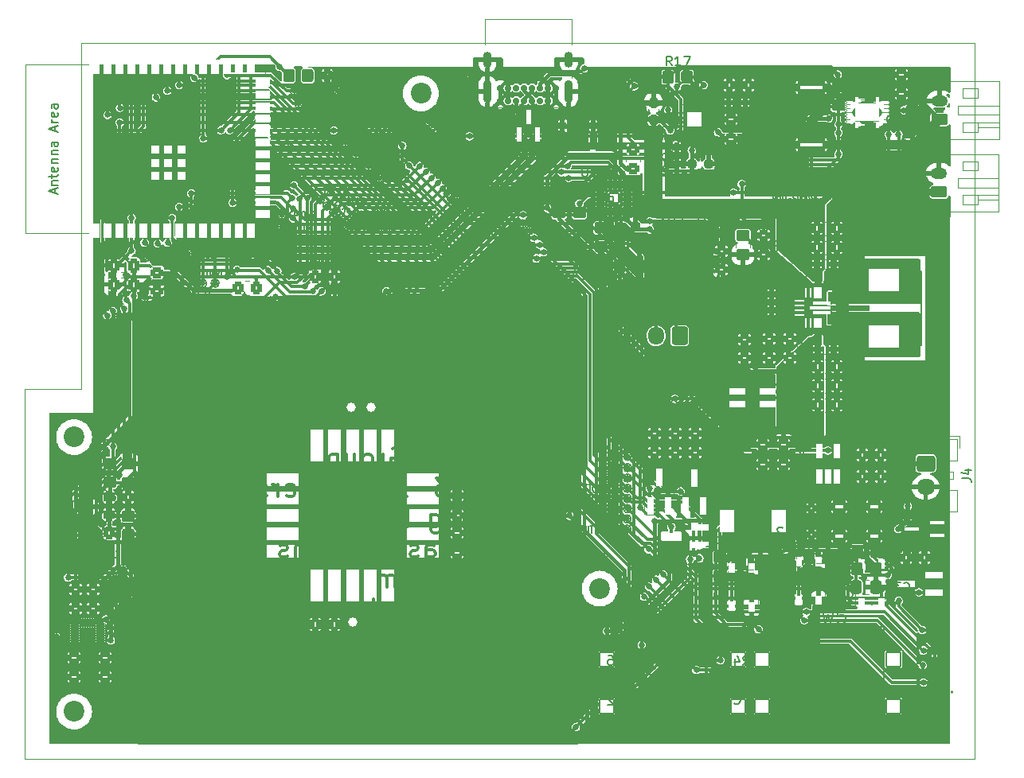
<source format=gts>
G04 #@! TF.GenerationSoftware,KiCad,Pcbnew,7.0.7*
G04 #@! TF.CreationDate,2023-10-14T19:07:29-04:00*
G04 #@! TF.ProjectId,boardlock,626f6172-646c-46f6-936b-2e6b69636164,rev?*
G04 #@! TF.SameCoordinates,Original*
G04 #@! TF.FileFunction,Soldermask,Top*
G04 #@! TF.FilePolarity,Negative*
%FSLAX46Y46*%
G04 Gerber Fmt 4.6, Leading zero omitted, Abs format (unit mm)*
G04 Created by KiCad (PCBNEW 7.0.7) date 2023-10-14 19:07:29*
%MOMM*%
%LPD*%
G01*
G04 APERTURE LIST*
G04 Aperture macros list*
%AMRoundRect*
0 Rectangle with rounded corners*
0 $1 Rounding radius*
0 $2 $3 $4 $5 $6 $7 $8 $9 X,Y pos of 4 corners*
0 Add a 4 corners polygon primitive as box body*
4,1,4,$2,$3,$4,$5,$6,$7,$8,$9,$2,$3,0*
0 Add four circle primitives for the rounded corners*
1,1,$1+$1,$2,$3*
1,1,$1+$1,$4,$5*
1,1,$1+$1,$6,$7*
1,1,$1+$1,$8,$9*
0 Add four rect primitives between the rounded corners*
20,1,$1+$1,$2,$3,$4,$5,0*
20,1,$1+$1,$4,$5,$6,$7,0*
20,1,$1+$1,$6,$7,$8,$9,0*
20,1,$1+$1,$8,$9,$2,$3,0*%
G04 Aperture macros list end*
%ADD10R,0.599999X1.500000*%
%ADD11C,1.000000*%
%ADD12RoundRect,0.237500X0.250000X0.237500X-0.250000X0.237500X-0.250000X-0.237500X0.250000X-0.237500X0*%
%ADD13RoundRect,0.250000X-0.450000X0.350000X-0.450000X-0.350000X0.450000X-0.350000X0.450000X0.350000X0*%
%ADD14RoundRect,0.250000X-0.350000X-0.450000X0.350000X-0.450000X0.350000X0.450000X-0.350000X0.450000X0*%
%ADD15RoundRect,0.250000X0.650000X-0.412500X0.650000X0.412500X-0.650000X0.412500X-0.650000X-0.412500X0*%
%ADD16RoundRect,0.250000X-0.337500X-0.475000X0.337500X-0.475000X0.337500X0.475000X-0.337500X0.475000X0*%
%ADD17RoundRect,0.237500X0.237500X-0.300000X0.237500X0.300000X-0.237500X0.300000X-0.237500X-0.300000X0*%
%ADD18R,0.800000X1.900000*%
%ADD19RoundRect,0.087500X-0.437500X-0.087500X0.437500X-0.087500X0.437500X0.087500X-0.437500X0.087500X0*%
%ADD20RoundRect,0.087500X-0.087500X-0.412500X0.087500X-0.412500X0.087500X0.412500X-0.087500X0.412500X0*%
%ADD21RoundRect,0.087500X-0.087500X-0.462500X0.087500X-0.462500X0.087500X0.462500X-0.087500X0.462500X0*%
%ADD22RoundRect,0.237500X-0.300000X-0.237500X0.300000X-0.237500X0.300000X0.237500X-0.300000X0.237500X0*%
%ADD23R,0.650000X1.050000*%
%ADD24RoundRect,0.250000X0.625000X-0.350000X0.625000X0.350000X-0.625000X0.350000X-0.625000X-0.350000X0*%
%ADD25O,1.750000X1.200000*%
%ADD26RoundRect,0.250000X-0.475000X0.337500X-0.475000X-0.337500X0.475000X-0.337500X0.475000X0.337500X0*%
%ADD27R,1.790000X0.800000*%
%ADD28R,1.500000X2.400000*%
%ADD29R,1.900000X0.800000*%
%ADD30C,2.200000*%
%ADD31RoundRect,0.249999X-1.425001X0.450001X-1.425001X-0.450001X1.425001X-0.450001X1.425001X0.450001X0*%
%ADD32RoundRect,0.062500X0.375000X0.062500X-0.375000X0.062500X-0.375000X-0.062500X0.375000X-0.062500X0*%
%ADD33RoundRect,0.062500X0.062500X0.375000X-0.062500X0.375000X-0.062500X-0.375000X0.062500X-0.375000X0*%
%ADD34R,1.600000X1.600000*%
%ADD35R,1.049999X0.240000*%
%ADD36R,0.240000X0.999999*%
%ADD37R,0.849998X1.050000*%
%ADD38R,1.950000X0.349998*%
%ADD39R,2.300000X0.349998*%
%ADD40R,0.850000X1.150000*%
%ADD41R,0.245000X1.099999*%
%ADD42R,0.240000X1.099999*%
%ADD43RoundRect,0.250000X0.450000X-0.350000X0.450000X0.350000X-0.450000X0.350000X-0.450000X-0.350000X0*%
%ADD44RoundRect,0.050000X0.100000X0.100000X-0.100000X0.100000X-0.100000X-0.100000X0.100000X-0.100000X0*%
%ADD45O,0.950000X0.300000*%
%ADD46R,0.400000X0.575000*%
%ADD47R,0.400000X0.675000*%
%ADD48R,2.600000X1.950000*%
%ADD49RoundRect,0.237500X-0.250000X-0.237500X0.250000X-0.237500X0.250000X0.237500X-0.250000X0.237500X0*%
%ADD50R,1.500000X0.450000*%
%ADD51R,0.650000X1.560000*%
%ADD52RoundRect,0.000001X1.750000X0.750000X-1.750000X0.750000X-1.750000X-0.750000X1.750000X-0.750000X0*%
%ADD53RoundRect,0.000001X0.750000X1.750000X-0.750000X1.750000X-0.750000X-1.750000X0.750000X-1.750000X0*%
%ADD54RoundRect,0.250000X0.350000X0.450000X-0.350000X0.450000X-0.350000X-0.450000X0.350000X-0.450000X0*%
%ADD55RoundRect,0.250000X0.475000X-0.337500X0.475000X0.337500X-0.475000X0.337500X-0.475000X-0.337500X0*%
%ADD56RoundRect,0.110100X-0.411900X-0.126900X0.411900X-0.126900X0.411900X0.126900X-0.411900X0.126900X0*%
%ADD57RoundRect,0.110100X0.126900X-0.411900X0.126900X0.411900X-0.126900X0.411900X-0.126900X-0.411900X0*%
%ADD58RoundRect,0.102000X-0.550000X-0.550000X0.550000X-0.550000X0.550000X0.550000X-0.550000X0.550000X0*%
%ADD59R,0.900000X1.500000*%
%ADD60R,1.500000X0.900000*%
%ADD61R,0.900000X0.900000*%
%ADD62R,3.251200X2.489200*%
%ADD63RoundRect,0.102000X-0.775000X-0.800000X0.775000X-0.800000X0.775000X0.800000X-0.775000X0.800000X0*%
%ADD64RoundRect,0.250000X0.337500X0.475000X-0.337500X0.475000X-0.337500X-0.475000X0.337500X-0.475000X0*%
%ADD65RoundRect,0.250000X0.325000X0.450000X-0.325000X0.450000X-0.325000X-0.450000X0.325000X-0.450000X0*%
%ADD66RoundRect,0.225000X0.225000X0.375000X-0.225000X0.375000X-0.225000X-0.375000X0.225000X-0.375000X0*%
%ADD67RoundRect,0.250000X0.300000X-0.300000X0.300000X0.300000X-0.300000X0.300000X-0.300000X-0.300000X0*%
%ADD68RoundRect,0.250000X-0.725000X0.600000X-0.725000X-0.600000X0.725000X-0.600000X0.725000X0.600000X0*%
%ADD69O,1.950000X1.700000*%
%ADD70RoundRect,0.250000X0.600000X0.725000X-0.600000X0.725000X-0.600000X-0.725000X0.600000X-0.725000X0*%
%ADD71O,1.700000X1.950000*%
%ADD72RoundRect,0.237500X-0.237500X0.300000X-0.237500X-0.300000X0.237500X-0.300000X0.237500X0.300000X0*%
%ADD73C,0.700000*%
%ADD74O,0.900000X1.700000*%
%ADD75O,0.900000X2.400000*%
G04 #@! TA.AperFunction,SMDPad,CuDef*
%ADD76R,0.599999X1.500000*%
G04 #@! TD*
G04 #@! TA.AperFunction,SMDPad,CuDef*
%ADD77C,1.000000*%
G04 #@! TD*
G04 #@! TA.AperFunction,SMDPad,CuDef*
%ADD78RoundRect,0.237500X0.250000X0.237500X-0.250000X0.237500X-0.250000X-0.237500X0.250000X-0.237500X0*%
G04 #@! TD*
G04 #@! TA.AperFunction,SMDPad,CuDef*
%ADD79RoundRect,0.250000X-0.450000X0.350000X-0.450000X-0.350000X0.450000X-0.350000X0.450000X0.350000X0*%
G04 #@! TD*
G04 #@! TA.AperFunction,SMDPad,CuDef*
%ADD80RoundRect,0.250000X-0.350000X-0.450000X0.350000X-0.450000X0.350000X0.450000X-0.350000X0.450000X0*%
G04 #@! TD*
G04 #@! TA.AperFunction,SMDPad,CuDef*
%ADD81RoundRect,0.250000X0.650000X-0.412500X0.650000X0.412500X-0.650000X0.412500X-0.650000X-0.412500X0*%
G04 #@! TD*
G04 #@! TA.AperFunction,SMDPad,CuDef*
%ADD82RoundRect,0.250000X-0.337500X-0.475000X0.337500X-0.475000X0.337500X0.475000X-0.337500X0.475000X0*%
G04 #@! TD*
G04 #@! TA.AperFunction,SMDPad,CuDef*
%ADD83RoundRect,0.237500X0.237500X-0.300000X0.237500X0.300000X-0.237500X0.300000X-0.237500X-0.300000X0*%
G04 #@! TD*
G04 #@! TA.AperFunction,SMDPad,CuDef*
%ADD84R,0.800000X1.900000*%
G04 #@! TD*
G04 #@! TA.AperFunction,SMDPad,CuDef*
%ADD85RoundRect,0.087500X-0.437500X-0.087500X0.437500X-0.087500X0.437500X0.087500X-0.437500X0.087500X0*%
G04 #@! TD*
G04 #@! TA.AperFunction,SMDPad,CuDef*
%ADD86RoundRect,0.087500X-0.087500X-0.412500X0.087500X-0.412500X0.087500X0.412500X-0.087500X0.412500X0*%
G04 #@! TD*
G04 #@! TA.AperFunction,SMDPad,CuDef*
%ADD87RoundRect,0.087500X-0.087500X-0.462500X0.087500X-0.462500X0.087500X0.462500X-0.087500X0.462500X0*%
G04 #@! TD*
G04 #@! TA.AperFunction,SMDPad,CuDef*
%ADD88RoundRect,0.237500X-0.300000X-0.237500X0.300000X-0.237500X0.300000X0.237500X-0.300000X0.237500X0*%
G04 #@! TD*
G04 #@! TA.AperFunction,SMDPad,CuDef*
%ADD89R,0.650000X1.050000*%
G04 #@! TD*
G04 #@! TA.AperFunction,ComponentPad*
%ADD90RoundRect,0.250000X0.625000X-0.350000X0.625000X0.350000X-0.625000X0.350000X-0.625000X-0.350000X0*%
G04 #@! TD*
G04 #@! TA.AperFunction,ComponentPad*
%ADD91O,1.750000X1.200000*%
G04 #@! TD*
G04 #@! TA.AperFunction,SMDPad,CuDef*
%ADD92RoundRect,0.250000X-0.475000X0.337500X-0.475000X-0.337500X0.475000X-0.337500X0.475000X0.337500X0*%
G04 #@! TD*
G04 #@! TA.AperFunction,SMDPad,CuDef*
%ADD93R,1.790000X0.800000*%
G04 #@! TD*
G04 #@! TA.AperFunction,SMDPad,CuDef*
%ADD94R,1.500000X2.400000*%
G04 #@! TD*
G04 #@! TA.AperFunction,SMDPad,CuDef*
%ADD95R,1.900000X0.800000*%
G04 #@! TD*
G04 #@! TA.AperFunction,SMDPad,CuDef*
%ADD96RoundRect,0.249999X-1.425001X0.450001X-1.425001X-0.450001X1.425001X-0.450001X1.425001X0.450001X0*%
G04 #@! TD*
G04 #@! TA.AperFunction,SMDPad,CuDef*
%ADD97RoundRect,0.062500X0.375000X0.062500X-0.375000X0.062500X-0.375000X-0.062500X0.375000X-0.062500X0*%
G04 #@! TD*
G04 #@! TA.AperFunction,SMDPad,CuDef*
%ADD98RoundRect,0.062500X0.062500X0.375000X-0.062500X0.375000X-0.062500X-0.375000X0.062500X-0.375000X0*%
G04 #@! TD*
G04 #@! TA.AperFunction,SMDPad,CuDef*
%ADD99R,1.600000X1.600000*%
G04 #@! TD*
G04 #@! TA.AperFunction,SMDPad,CuDef*
%ADD100R,1.049999X0.240000*%
G04 #@! TD*
G04 #@! TA.AperFunction,SMDPad,CuDef*
%ADD101R,0.240000X0.999999*%
G04 #@! TD*
G04 #@! TA.AperFunction,SMDPad,CuDef*
%ADD102R,0.849998X1.050000*%
G04 #@! TD*
G04 #@! TA.AperFunction,SMDPad,CuDef*
%ADD103R,1.950000X0.349998*%
G04 #@! TD*
G04 #@! TA.AperFunction,SMDPad,CuDef*
%ADD104R,2.300000X0.349998*%
G04 #@! TD*
G04 #@! TA.AperFunction,SMDPad,CuDef*
%ADD105R,0.850000X1.150000*%
G04 #@! TD*
G04 #@! TA.AperFunction,SMDPad,CuDef*
%ADD106R,0.245000X1.099999*%
G04 #@! TD*
G04 #@! TA.AperFunction,SMDPad,CuDef*
%ADD107R,0.240000X1.099999*%
G04 #@! TD*
G04 #@! TA.AperFunction,SMDPad,CuDef*
%ADD108RoundRect,0.250000X0.450000X-0.350000X0.450000X0.350000X-0.450000X0.350000X-0.450000X-0.350000X0*%
G04 #@! TD*
G04 #@! TA.AperFunction,SMDPad,CuDef*
%ADD109R,0.200000X0.200000*%
G04 #@! TD*
G04 #@! TA.AperFunction,SMDPad,CuDef*
%ADD110O,0.850000X0.200000*%
G04 #@! TD*
G04 #@! TA.AperFunction,SMDPad,CuDef*
%ADD111R,0.400000X0.575000*%
G04 #@! TD*
G04 #@! TA.AperFunction,SMDPad,CuDef*
%ADD112R,0.400000X0.675000*%
G04 #@! TD*
G04 #@! TA.AperFunction,ComponentPad*
%ADD113C,0.600000*%
G04 #@! TD*
G04 #@! TA.AperFunction,SMDPad,CuDef*
%ADD114R,1.300000X0.975000*%
G04 #@! TD*
G04 #@! TA.AperFunction,SMDPad,CuDef*
%ADD115R,2.600000X1.950000*%
G04 #@! TD*
G04 #@! TA.AperFunction,SMDPad,CuDef*
%ADD116RoundRect,0.237500X-0.250000X-0.237500X0.250000X-0.237500X0.250000X0.237500X-0.250000X0.237500X0*%
G04 #@! TD*
G04 #@! TA.AperFunction,SMDPad,CuDef*
%ADD117R,1.500000X0.450000*%
G04 #@! TD*
G04 #@! TA.AperFunction,SMDPad,CuDef*
%ADD118R,0.650000X1.560000*%
G04 #@! TD*
G04 #@! TA.AperFunction,SMDPad,CuDef*
%ADD119R,3.500000X1.500000*%
G04 #@! TD*
G04 #@! TA.AperFunction,SMDPad,CuDef*
%ADD120R,1.500000X3.500000*%
G04 #@! TD*
G04 #@! TA.AperFunction,SMDPad,CuDef*
%ADD121RoundRect,0.250000X0.350000X0.450000X-0.350000X0.450000X-0.350000X-0.450000X0.350000X-0.450000X0*%
G04 #@! TD*
G04 #@! TA.AperFunction,SMDPad,CuDef*
%ADD122RoundRect,0.250000X0.475000X-0.337500X0.475000X0.337500X-0.475000X0.337500X-0.475000X-0.337500X0*%
G04 #@! TD*
G04 #@! TA.AperFunction,SMDPad,CuDef*
%ADD123RoundRect,0.008100X-0.411900X-0.126900X0.411900X-0.126900X0.411900X0.126900X-0.411900X0.126900X0*%
G04 #@! TD*
G04 #@! TA.AperFunction,SMDPad,CuDef*
%ADD124RoundRect,0.008100X0.126900X-0.411900X0.126900X0.411900X-0.126900X0.411900X-0.126900X-0.411900X0*%
G04 #@! TD*
G04 #@! TA.AperFunction,SMDPad,CuDef*
%ADD125R,1.100000X1.100000*%
G04 #@! TD*
G04 #@! TA.AperFunction,SMDPad,CuDef*
%ADD126R,0.900000X1.500000*%
G04 #@! TD*
G04 #@! TA.AperFunction,SMDPad,CuDef*
%ADD127R,1.500000X0.900000*%
G04 #@! TD*
G04 #@! TA.AperFunction,SMDPad,CuDef*
%ADD128R,0.900000X0.900000*%
G04 #@! TD*
G04 #@! TA.AperFunction,SMDPad,CuDef*
%ADD129R,3.251200X2.489200*%
G04 #@! TD*
G04 #@! TA.AperFunction,SMDPad,CuDef*
%ADD130R,1.550000X1.600000*%
G04 #@! TD*
G04 #@! TA.AperFunction,SMDPad,CuDef*
%ADD131RoundRect,0.250000X0.337500X0.475000X-0.337500X0.475000X-0.337500X-0.475000X0.337500X-0.475000X0*%
G04 #@! TD*
G04 #@! TA.AperFunction,SMDPad,CuDef*
%ADD132RoundRect,0.250000X0.325000X0.450000X-0.325000X0.450000X-0.325000X-0.450000X0.325000X-0.450000X0*%
G04 #@! TD*
G04 #@! TA.AperFunction,SMDPad,CuDef*
%ADD133RoundRect,0.225000X0.225000X0.375000X-0.225000X0.375000X-0.225000X-0.375000X0.225000X-0.375000X0*%
G04 #@! TD*
G04 #@! TA.AperFunction,SMDPad,CuDef*
%ADD134RoundRect,0.250000X0.300000X-0.300000X0.300000X0.300000X-0.300000X0.300000X-0.300000X-0.300000X0*%
G04 #@! TD*
G04 #@! TA.AperFunction,ComponentPad*
%ADD135RoundRect,0.250000X-0.725000X0.600000X-0.725000X-0.600000X0.725000X-0.600000X0.725000X0.600000X0*%
G04 #@! TD*
G04 #@! TA.AperFunction,ComponentPad*
%ADD136O,1.950000X1.700000*%
G04 #@! TD*
G04 #@! TA.AperFunction,ComponentPad*
%ADD137RoundRect,0.250000X0.600000X0.725000X-0.600000X0.725000X-0.600000X-0.725000X0.600000X-0.725000X0*%
G04 #@! TD*
G04 #@! TA.AperFunction,ComponentPad*
%ADD138O,1.700000X1.950000*%
G04 #@! TD*
G04 #@! TA.AperFunction,SMDPad,CuDef*
%ADD139RoundRect,0.237500X-0.237500X0.300000X-0.237500X-0.300000X0.237500X-0.300000X0.237500X0.300000X0*%
G04 #@! TD*
G04 #@! TA.AperFunction,ComponentPad*
%ADD140C,0.700000*%
G04 #@! TD*
G04 #@! TA.AperFunction,ComponentPad*
%ADD141O,0.900000X1.700000*%
G04 #@! TD*
G04 #@! TA.AperFunction,ComponentPad*
%ADD142O,0.900000X2.400000*%
G04 #@! TD*
G04 #@! TA.AperFunction,ViaPad*
%ADD143C,0.635000*%
G04 #@! TD*
G04 #@! TA.AperFunction,ViaPad*
%ADD144C,1.524000*%
G04 #@! TD*
G04 #@! TA.AperFunction,ViaPad*
%ADD145C,0.508000*%
G04 #@! TD*
G04 #@! TA.AperFunction,Conductor*
%ADD146C,0.635000*%
G04 #@! TD*
G04 #@! TA.AperFunction,Conductor*
%ADD147C,0.304800*%
G04 #@! TD*
G04 #@! TA.AperFunction,Conductor*
%ADD148C,0.381000*%
G04 #@! TD*
G04 #@! TA.AperFunction,Conductor*
%ADD149C,0.508000*%
G04 #@! TD*
G04 #@! TA.AperFunction,Conductor*
%ADD150C,0.762000*%
G04 #@! TD*
G04 #@! TA.AperFunction,Conductor*
%ADD151C,1.016000*%
G04 #@! TD*
G04 #@! TA.AperFunction,Conductor*
%ADD152C,0.203200*%
G04 #@! TD*
G04 #@! TA.AperFunction,SMDPad,CuDef*
%ADD153RoundRect,0.237500X0.237500X-0.250000X0.237500X0.250000X-0.237500X0.250000X-0.237500X-0.250000X0*%
G04 #@! TD*
G04 #@! TA.AperFunction,SMDPad,CuDef*
%ADD154RoundRect,0.250001X1.074999X-0.462499X1.074999X0.462499X-1.074999X0.462499X-1.074999X-0.462499X0*%
G04 #@! TD*
G04 #@! TA.AperFunction,SMDPad,CuDef*
%ADD155R,1.100000X0.700000*%
G04 #@! TD*
G04 #@! TA.AperFunction,SMDPad,CuDef*
%ADD156R,0.930000X0.900000*%
G04 #@! TD*
G04 #@! TA.AperFunction,SMDPad,CuDef*
%ADD157R,0.780000X1.050000*%
G04 #@! TD*
G04 #@! TA.AperFunction,SMDPad,CuDef*
%ADD158R,1.830000X1.140000*%
G04 #@! TD*
G04 #@! TA.AperFunction,SMDPad,CuDef*
%ADD159R,2.800000X0.860000*%
G04 #@! TD*
G04 #@! TA.AperFunction,SMDPad,CuDef*
%ADD160R,3.330000X0.700000*%
G04 #@! TD*
G04 #@! TA.AperFunction,SMDPad,CuDef*
%ADD161RoundRect,0.150000X0.512500X0.150000X-0.512500X0.150000X-0.512500X-0.150000X0.512500X-0.150000X0*%
G04 #@! TD*
%ADD162C,0.010000*%
%ADD163RoundRect,0.160000X0.160000X0.160000X-0.160000X0.160000X-0.160000X-0.160000X0.160000X-0.160000X0*%
%ADD164R,0.200000X0.200000*%
%ADD165O,0.850000X0.200000*%
%ADD166R,1.100000X0.775000*%
%ADD167R,0.720000X0.580000*%
%ADD168R,0.580000X0.720000*%
%ADD169RoundRect,0.008100X-0.411900X-0.126900X0.411900X-0.126900X0.411900X0.126900X-0.411900X0.126900X0*%
%ADD170RoundRect,0.008100X0.126900X-0.411900X0.126900X0.411900X-0.126900X0.411900X-0.126900X-0.411900X0*%
%ADD171R,1.550000X1.600000*%
%ADD172RoundRect,0.237500X0.237500X-0.250000X0.237500X0.250000X-0.237500X0.250000X-0.237500X-0.250000X0*%
%ADD173RoundRect,0.250001X1.074999X-0.462499X1.074999X0.462499X-1.074999X0.462499X-1.074999X-0.462499X0*%
%ADD174R,1.100000X0.700000*%
%ADD175R,0.930000X0.900000*%
%ADD176R,0.780000X1.050000*%
%ADD177R,1.830000X1.140000*%
%ADD178R,2.800000X0.860000*%
%ADD179R,3.330000X0.700000*%
%ADD180RoundRect,0.150000X0.512500X0.150000X-0.512500X0.150000X-0.512500X-0.150000X0.512500X-0.150000X0*%
%ADD181C,0.200000*%
%ADD182C,0.150000*%
%ADD183C,0.317500*%
%ADD184C,0.254000*%
%ADD185C,0.203200*%
%ADD186C,0.127000*%
%ADD187C,0.120000*%
%ADD188C,0.152400*%
%ADD189C,0.300000*%
%ADD190RoundRect,0.076200X0.550000X-0.350000X0.550000X0.350000X-0.550000X0.350000X-0.550000X-0.350000X0*%
%ADD191RoundRect,0.076200X0.465000X-0.450000X0.465000X0.450000X-0.465000X0.450000X-0.465000X-0.450000X0*%
%ADD192RoundRect,0.076200X0.390000X-0.525000X0.390000X0.525000X-0.390000X0.525000X-0.390000X-0.525000X0*%
%ADD193RoundRect,0.076200X0.915000X-0.570000X0.915000X0.570000X-0.915000X0.570000X-0.915000X-0.570000X0*%
%ADD194RoundRect,0.076200X1.400000X-0.430000X1.400000X0.430000X-1.400000X0.430000X-1.400000X-0.430000X0*%
%ADD195RoundRect,0.076200X1.665000X-0.350000X1.665000X0.350000X-1.665000X0.350000X-1.665000X-0.350000X0*%
G04 #@! TA.AperFunction,Profile*
%ADD196C,0.100000*%
G04 #@! TD*
G04 APERTURE END LIST*
G36*
X191766154Y-91335563D02*
G01*
X191775535Y-91338408D01*
X191784178Y-91343028D01*
X191791755Y-91349246D01*
X191797973Y-91356823D01*
X191802596Y-91365466D01*
X191805441Y-91374846D01*
X191806401Y-91384600D01*
X191806401Y-91534600D01*
X191805441Y-91544356D01*
X191802596Y-91553736D01*
X191797973Y-91562380D01*
X191791755Y-91569957D01*
X191784178Y-91576174D01*
X191775535Y-91580795D01*
X191766154Y-91583640D01*
X191756401Y-91584600D01*
X191106400Y-91584600D01*
X191096646Y-91583640D01*
X191087266Y-91580795D01*
X191078622Y-91576174D01*
X191071045Y-91569957D01*
X191064827Y-91562380D01*
X191060205Y-91553736D01*
X191057360Y-91544356D01*
X191056400Y-91534600D01*
X191056400Y-91384600D01*
X191057360Y-91374846D01*
X191060205Y-91365466D01*
X191064827Y-91356823D01*
X191071045Y-91349246D01*
X191078622Y-91343028D01*
X191087266Y-91338408D01*
X191096646Y-91335563D01*
X191106400Y-91334600D01*
X191756401Y-91334600D01*
X191766154Y-91335563D01*
G37*
G36*
X191766154Y-93785560D02*
G01*
X191775535Y-93788405D01*
X191784178Y-93793026D01*
X191791755Y-93799243D01*
X191797973Y-93806820D01*
X191802596Y-93815464D01*
X191805441Y-93824844D01*
X191806401Y-93834600D01*
X191806401Y-93984600D01*
X191805441Y-93994354D01*
X191802596Y-94003734D01*
X191797973Y-94012377D01*
X191791755Y-94019954D01*
X191784178Y-94026172D01*
X191775535Y-94030792D01*
X191766154Y-94033637D01*
X191756401Y-94034600D01*
X191106400Y-94034600D01*
X191096646Y-94033637D01*
X191087266Y-94030792D01*
X191078622Y-94026172D01*
X191071045Y-94019954D01*
X191064827Y-94012377D01*
X191060205Y-94003734D01*
X191057360Y-93994354D01*
X191056400Y-93984600D01*
X191056400Y-93834600D01*
X191057360Y-93824844D01*
X191060205Y-93815464D01*
X191064827Y-93806820D01*
X191071045Y-93799243D01*
X191078622Y-93793026D01*
X191087266Y-93788405D01*
X191096646Y-93785560D01*
X191106400Y-93784600D01*
X191756401Y-93784600D01*
X191766154Y-93785560D01*
G37*
G36*
X191266153Y-93785560D02*
G01*
X191275533Y-93788405D01*
X191284177Y-93793028D01*
X191291754Y-93799246D01*
X191297971Y-93806823D01*
X191302592Y-93815466D01*
X191305437Y-93824847D01*
X191306399Y-93834600D01*
X191306399Y-94334599D01*
X191305437Y-94344353D01*
X191302592Y-94353733D01*
X191297971Y-94362377D01*
X191291754Y-94369954D01*
X191284177Y-94376171D01*
X191275533Y-94380794D01*
X191266153Y-94383639D01*
X191256399Y-94384599D01*
X191106400Y-94384599D01*
X191096643Y-94383639D01*
X191087263Y-94380794D01*
X191078620Y-94376171D01*
X191071043Y-94369954D01*
X191064825Y-94362377D01*
X191060205Y-94353733D01*
X191057360Y-94344353D01*
X191056400Y-94334599D01*
X191056400Y-93834600D01*
X191057360Y-93824847D01*
X191060205Y-93815466D01*
X191064825Y-93806823D01*
X191071043Y-93799246D01*
X191078620Y-93793028D01*
X191087263Y-93788405D01*
X191096643Y-93785560D01*
X191106400Y-93784600D01*
X191256399Y-93784600D01*
X191266153Y-93785560D01*
G37*
G36*
X191266153Y-90985561D02*
G01*
X191275533Y-90988406D01*
X191284177Y-90993029D01*
X191291754Y-90999246D01*
X191297971Y-91006823D01*
X191302592Y-91015467D01*
X191305437Y-91024847D01*
X191306399Y-91034601D01*
X191306399Y-91534600D01*
X191305437Y-91544353D01*
X191302592Y-91553734D01*
X191297971Y-91562377D01*
X191291754Y-91569954D01*
X191284177Y-91576172D01*
X191275533Y-91580795D01*
X191266153Y-91583640D01*
X191256399Y-91584600D01*
X191106400Y-91584600D01*
X191096643Y-91583640D01*
X191087263Y-91580795D01*
X191078620Y-91576172D01*
X191071043Y-91569954D01*
X191064825Y-91562377D01*
X191060205Y-91553734D01*
X191057360Y-91544353D01*
X191056400Y-91534600D01*
X191056400Y-91034601D01*
X191057360Y-91024847D01*
X191060205Y-91015467D01*
X191064825Y-91006823D01*
X191071043Y-90999246D01*
X191078620Y-90993029D01*
X191087263Y-90988406D01*
X191096643Y-90985561D01*
X191106400Y-90984601D01*
X191256399Y-90984601D01*
X191266153Y-90985561D01*
G37*
G36*
X191766157Y-93785560D02*
G01*
X191775537Y-93788405D01*
X191784181Y-93793028D01*
X191791758Y-93799246D01*
X191797976Y-93806823D01*
X191802596Y-93815466D01*
X191805441Y-93824847D01*
X191806401Y-93834600D01*
X191806401Y-94334599D01*
X191805441Y-94344353D01*
X191802596Y-94353733D01*
X191797976Y-94362377D01*
X191791758Y-94369954D01*
X191784181Y-94376171D01*
X191775537Y-94380794D01*
X191766157Y-94383639D01*
X191756401Y-94384599D01*
X191606401Y-94384599D01*
X191596648Y-94383639D01*
X191587267Y-94380794D01*
X191578624Y-94376171D01*
X191571047Y-94369954D01*
X191564829Y-94362377D01*
X191560209Y-94353733D01*
X191557364Y-94344353D01*
X191556401Y-94334599D01*
X191556401Y-93834600D01*
X191557364Y-93824847D01*
X191560209Y-93815466D01*
X191564829Y-93806823D01*
X191571047Y-93799246D01*
X191578624Y-93793028D01*
X191587267Y-93788405D01*
X191596648Y-93785560D01*
X191606401Y-93784600D01*
X191756401Y-93784600D01*
X191766157Y-93785560D01*
G37*
G36*
X191766157Y-90985561D02*
G01*
X191775537Y-90988406D01*
X191784181Y-90993029D01*
X191791758Y-90999246D01*
X191797976Y-91006823D01*
X191802596Y-91015467D01*
X191805441Y-91024847D01*
X191806401Y-91034601D01*
X191806401Y-91534600D01*
X191805441Y-91544353D01*
X191802596Y-91553734D01*
X191797976Y-91562377D01*
X191791758Y-91569954D01*
X191784181Y-91576172D01*
X191775537Y-91580795D01*
X191766157Y-91583640D01*
X191756401Y-91584600D01*
X191606401Y-91584600D01*
X191596648Y-91583640D01*
X191587267Y-91580795D01*
X191578624Y-91576172D01*
X191571047Y-91569954D01*
X191564829Y-91562377D01*
X191560209Y-91553734D01*
X191557364Y-91544353D01*
X191556401Y-91534600D01*
X191556401Y-91034601D01*
X191557364Y-91024847D01*
X191560209Y-91015467D01*
X191564829Y-91006823D01*
X191571047Y-90999246D01*
X191578624Y-90993029D01*
X191587267Y-90988406D01*
X191596648Y-90985561D01*
X191606401Y-90984601D01*
X191756401Y-90984601D01*
X191766157Y-90985561D01*
G37*
D10*
X159759999Y-74240998D03*
X161659998Y-74240998D03*
X160710000Y-72340999D03*
D11*
X141859000Y-103251000D03*
D12*
X179891700Y-77367100D03*
X178066700Y-77367100D03*
D13*
X183515000Y-84979000D03*
X183515000Y-86979000D03*
D14*
X175530000Y-68072000D03*
X177530000Y-68072000D03*
D13*
X112540000Y-122682500D03*
X112540000Y-124682500D03*
X174117000Y-106061000D03*
X174117000Y-108061000D03*
D15*
X197485000Y-116937000D03*
X197485000Y-113812000D03*
D16*
X191419400Y-84226400D03*
X193494400Y-84226400D03*
D17*
X174000800Y-72616200D03*
X174000800Y-70891200D03*
D18*
X173649600Y-113717200D03*
X175549600Y-113717200D03*
X174599600Y-110717200D03*
D19*
X112452500Y-126562500D03*
X112452500Y-127062500D03*
X112452500Y-127562500D03*
X112452500Y-128062500D03*
D20*
X113327500Y-128412500D03*
X113827500Y-128412500D03*
X114327500Y-128412500D03*
D19*
X115202500Y-128062500D03*
X115202500Y-127562500D03*
X115202500Y-127062500D03*
X115202500Y-126562500D03*
D21*
X114327500Y-126162500D03*
X113827500Y-126162500D03*
X113327500Y-126162500D03*
D22*
X191440900Y-97104200D03*
X193165900Y-97104200D03*
D23*
X198265000Y-119965000D03*
X198265000Y-124115000D03*
X196115000Y-119965000D03*
X196115000Y-124090000D03*
D24*
X204356800Y-80349600D03*
D25*
X204356800Y-78349600D03*
D16*
X191447600Y-100965000D03*
X193522600Y-100965000D03*
D26*
X115697000Y-129899500D03*
X115697000Y-131974500D03*
D27*
X186176000Y-102935000D03*
X186176000Y-101535000D03*
X182886000Y-101535000D03*
X182886000Y-102935000D03*
D14*
X200858000Y-119265000D03*
X202858000Y-119265000D03*
D28*
X181806400Y-115323700D03*
X187306400Y-115323700D03*
D29*
X178900000Y-117930000D03*
X178900000Y-116030000D03*
X175900000Y-116980000D03*
D11*
X141986000Y-126111000D03*
D30*
X149275800Y-69850000D03*
D31*
X190804800Y-69185600D03*
X190804800Y-75285600D03*
D13*
X121170000Y-88910000D03*
X121170000Y-90910000D03*
D32*
X179745500Y-73394000D03*
X179745500Y-72894000D03*
X179745500Y-72394000D03*
X179745500Y-71894000D03*
D33*
X179058000Y-71206500D03*
X178558000Y-71206500D03*
X178058000Y-71206500D03*
X177558000Y-71206500D03*
D32*
X176870500Y-71894000D03*
X176870500Y-72394000D03*
X176870500Y-72894000D03*
X176870500Y-73394000D03*
D33*
X177558000Y-74081500D03*
X178058000Y-74081500D03*
X178558000Y-74081500D03*
X179058000Y-74081500D03*
D34*
X178308000Y-72644000D03*
D24*
X204407600Y-72628000D03*
D25*
X204407600Y-70628000D03*
D35*
X189531400Y-91934599D03*
X189531400Y-92434598D03*
X189531400Y-92934600D03*
X189531400Y-93434598D03*
D36*
X190181400Y-94284600D03*
X190681399Y-94284600D03*
D37*
X191431399Y-94259600D03*
X191431399Y-94259600D03*
D38*
X191931400Y-93184599D03*
D39*
X191756400Y-92684600D03*
D38*
X191931400Y-92184601D03*
D40*
X191431400Y-91059600D03*
X191431400Y-91059600D03*
D41*
X190683900Y-91034600D03*
D42*
X190181400Y-91034600D03*
D13*
X185674000Y-84979000D03*
X185674000Y-86979000D03*
D14*
X116110000Y-114690000D03*
X118110000Y-114690000D03*
X138050000Y-89408000D03*
X140050000Y-89408000D03*
X182094000Y-68985100D03*
X184094000Y-68985100D03*
D43*
X171831000Y-77835000D03*
X171831000Y-75835000D03*
D44*
X199008000Y-72861500D03*
D45*
X198683000Y-72861500D03*
D44*
X199008000Y-72461500D03*
D45*
X198683000Y-72461500D03*
D44*
X199008000Y-72061500D03*
D45*
X198683000Y-72061500D03*
D44*
X199008000Y-71661500D03*
D45*
X198683000Y-71661500D03*
D44*
X199008000Y-71261500D03*
D45*
X198683000Y-71261500D03*
D44*
X199008000Y-70861500D03*
D45*
X198683000Y-70861500D03*
X194733000Y-70861500D03*
D44*
X194408000Y-70861500D03*
D45*
X194733000Y-71261500D03*
D44*
X194408000Y-71261500D03*
D45*
X194733000Y-71661500D03*
D44*
X194408000Y-71661500D03*
D45*
X194733000Y-72061500D03*
D44*
X194408000Y-72061500D03*
D45*
X194733000Y-72461500D03*
D44*
X194408000Y-72461500D03*
D45*
X194733000Y-72861500D03*
D44*
X194408000Y-72861500D03*
D46*
X197808000Y-73226500D03*
D47*
X197808000Y-73174000D03*
X197808000Y-70549000D03*
D46*
X197808000Y-70496500D03*
D48*
X196708000Y-71861500D03*
X196708000Y-71861500D03*
D46*
X195608000Y-73226500D03*
D47*
X195608000Y-73174000D03*
X195608000Y-70549000D03*
D46*
X195608000Y-70496500D03*
D22*
X191416600Y-88036400D03*
X193141600Y-88036400D03*
D13*
X176276000Y-106061000D03*
X176276000Y-108061000D03*
D49*
X181978300Y-70813900D03*
X183803300Y-70813900D03*
D50*
X204149000Y-116855000D03*
X204149000Y-115555000D03*
X201489000Y-116205000D03*
D51*
X191607400Y-110650000D03*
X192557400Y-110650000D03*
X193507400Y-110650000D03*
X193507400Y-107950000D03*
X191607400Y-107950000D03*
D13*
X181229000Y-86630000D03*
X181229000Y-88630000D03*
D15*
X193776600Y-116937000D03*
X193776600Y-113812000D03*
D13*
X114440000Y-122682500D03*
X114440000Y-124682500D03*
D26*
X185597800Y-107246500D03*
X185597800Y-109321500D03*
X182230400Y-72642700D03*
X182230400Y-74717700D03*
D30*
X112395000Y-106426000D03*
D52*
X149440000Y-118590000D03*
X149440000Y-116690000D03*
X149440000Y-114790000D03*
X149440000Y-112890000D03*
X149440000Y-110990000D03*
D53*
X145790000Y-107340000D03*
X143890000Y-107340000D03*
X141990000Y-107340000D03*
X140090000Y-107340000D03*
X138190000Y-107340000D03*
D52*
X134540000Y-110990000D03*
X134540000Y-112890000D03*
X134540000Y-114790000D03*
X134540000Y-116690000D03*
X134540000Y-118590000D03*
D53*
X138190000Y-122240000D03*
X140090000Y-122240000D03*
X141990000Y-122240000D03*
X143890000Y-122240000D03*
X145790000Y-122240000D03*
D54*
X198180200Y-108364100D03*
X196180200Y-108364100D03*
D55*
X153120000Y-114757500D03*
X153120000Y-112682500D03*
D30*
X168275000Y-122555000D03*
D16*
X191419400Y-86258400D03*
X193494400Y-86258400D03*
D56*
X168388000Y-80218600D03*
X168388000Y-80718600D03*
X168388000Y-81218600D03*
X168388000Y-81718600D03*
D57*
X169073000Y-82403600D03*
X169573000Y-82403600D03*
X170073000Y-82403600D03*
X170573000Y-82403600D03*
D56*
X171258000Y-81718600D03*
X171258000Y-81218600D03*
X171258000Y-80718600D03*
X171258000Y-80218600D03*
D57*
X170573000Y-79533600D03*
X170073000Y-79533600D03*
X169573000Y-79533600D03*
X169073000Y-79533600D03*
D58*
X169823000Y-80968600D03*
D59*
X114691800Y-84483800D03*
X115961800Y-84483800D03*
X117231800Y-84483800D03*
X118501800Y-84483800D03*
X119771800Y-84483800D03*
X121041800Y-84483800D03*
X122311800Y-84483800D03*
X123581800Y-84483800D03*
X124851800Y-84483800D03*
X126121800Y-84483800D03*
X127391800Y-84483800D03*
X128661800Y-84483800D03*
X129931800Y-84483800D03*
X131201800Y-84483800D03*
D60*
X132451800Y-82718800D03*
X132451800Y-81448800D03*
X132451800Y-80178800D03*
X132451800Y-78908800D03*
X132451800Y-77638800D03*
X132451800Y-76368800D03*
X132451800Y-75098800D03*
X132451800Y-73828800D03*
X132451800Y-72558800D03*
X132451800Y-71288800D03*
X132451800Y-70018800D03*
X132451800Y-68748800D03*
D59*
X131201800Y-66983800D03*
X129931800Y-66983800D03*
X128661800Y-66983800D03*
X127391800Y-66983800D03*
X126121800Y-66983800D03*
X124851800Y-66983800D03*
X123581800Y-66983800D03*
X122311800Y-66983800D03*
X121041800Y-66983800D03*
X119771800Y-66983800D03*
X118501800Y-66983800D03*
X117231800Y-66983800D03*
X115961800Y-66983800D03*
X114691800Y-66983800D03*
D61*
X121011800Y-78633800D03*
X122411800Y-78633800D03*
X123811800Y-78633800D03*
X123811800Y-78633800D03*
X121011800Y-77233800D03*
X121011800Y-77233800D03*
X122411800Y-77233800D03*
X123811800Y-77233800D03*
X121011800Y-75833800D03*
X122411800Y-75833800D03*
X123811800Y-75833800D03*
D62*
X198501000Y-89687400D03*
X198501000Y-95681800D03*
D30*
X112395000Y-135636000D03*
D63*
X169047000Y-130088000D03*
X182997000Y-130088000D03*
X169047000Y-135088000D03*
X182997000Y-135088000D03*
D11*
X144010000Y-103251000D03*
D16*
X191443700Y-103022400D03*
X193518700Y-103022400D03*
D26*
X187833000Y-107246500D03*
X187833000Y-109321500D03*
D14*
X129810000Y-90551000D03*
X131810000Y-90551000D03*
D64*
X118717400Y-90174200D03*
X116642400Y-90174200D03*
D63*
X185557000Y-130088000D03*
X199507000Y-130088000D03*
X185557000Y-135088000D03*
X199507000Y-135088000D03*
D43*
X186339400Y-97977200D03*
X186339400Y-95977200D03*
D23*
X191580000Y-119700000D03*
X191580000Y-123850000D03*
X189430000Y-119700000D03*
X189430000Y-123825000D03*
D18*
X177408800Y-113768000D03*
X179308800Y-113768000D03*
X178358800Y-110768000D03*
D64*
X140087500Y-126380000D03*
X138012500Y-126380000D03*
D16*
X191447600Y-98907600D03*
X193522600Y-98907600D03*
D29*
X203866000Y-123009000D03*
X203866000Y-121109000D03*
X200866000Y-122059000D03*
D65*
X139302500Y-67940000D03*
X137252500Y-67940000D03*
D66*
X167554200Y-73304400D03*
X164254200Y-73304400D03*
D67*
X190754000Y-116825300D03*
X190754000Y-114025300D03*
D64*
X118717400Y-88142200D03*
X116642400Y-88142200D03*
D23*
X184450000Y-120330000D03*
X184450000Y-124480000D03*
X182300000Y-120330000D03*
X182300000Y-124455000D03*
D68*
X202946000Y-109240000D03*
D69*
X202946000Y-111740000D03*
D70*
X176784000Y-95656400D03*
D71*
X174284000Y-95656400D03*
D14*
X116140000Y-116620000D03*
X118140000Y-116620000D03*
D26*
X153120000Y-116652500D03*
X153120000Y-118727500D03*
D13*
X178435000Y-106061000D03*
X178435000Y-108061000D03*
D43*
X183642000Y-98028000D03*
X183642000Y-96028000D03*
D14*
X196180200Y-110650100D03*
X198180200Y-110650100D03*
D26*
X112395000Y-129899500D03*
X112395000Y-131974500D03*
D55*
X200355200Y-69922300D03*
X200355200Y-67847300D03*
D14*
X116120000Y-112790000D03*
X118120000Y-112790000D03*
D17*
X186593400Y-92913200D03*
X186593400Y-91188200D03*
D43*
X188498400Y-97977200D03*
X188498400Y-95977200D03*
D72*
X176515400Y-75590200D03*
X176515400Y-77315200D03*
D73*
X157705400Y-70623800D03*
X158555400Y-70623800D03*
X159405400Y-70623800D03*
X160255400Y-70623800D03*
X161105400Y-70623800D03*
X161955400Y-70623800D03*
X162805400Y-70623800D03*
X163655400Y-70623800D03*
X163655400Y-69273800D03*
X162805400Y-69273800D03*
X161955400Y-69273800D03*
X161105400Y-69273800D03*
X160255400Y-69273800D03*
X159405400Y-69273800D03*
X158555400Y-69273800D03*
X157705400Y-69273800D03*
D74*
X156355400Y-66263800D03*
D75*
X156355400Y-69643800D03*
D74*
X165005400Y-66263800D03*
D75*
X165005400Y-69643800D03*
D76*
X159759999Y-74240998D03*
X161659998Y-74240998D03*
X160710000Y-72340999D03*
D77*
X141859000Y-103251000D03*
D78*
X179891700Y-77367100D03*
X178066700Y-77367100D03*
D79*
X183515000Y-84979000D03*
X183515000Y-86979000D03*
D80*
X175530000Y-68072000D03*
X177530000Y-68072000D03*
D79*
X112540000Y-122682500D03*
X112540000Y-124682500D03*
X174117000Y-106061000D03*
X174117000Y-108061000D03*
D81*
X197485000Y-116937000D03*
X197485000Y-113812000D03*
D82*
X191419400Y-84226400D03*
X193494400Y-84226400D03*
D83*
X174000800Y-72616200D03*
X174000800Y-70891200D03*
D84*
X173649600Y-113717200D03*
X175549600Y-113717200D03*
X174599600Y-110717200D03*
D85*
X112452500Y-126562500D03*
X112452500Y-127062500D03*
X112452500Y-127562500D03*
X112452500Y-128062500D03*
D86*
X113327500Y-128412500D03*
X113827500Y-128412500D03*
X114327500Y-128412500D03*
D85*
X115202500Y-128062500D03*
X115202500Y-127562500D03*
X115202500Y-127062500D03*
X115202500Y-126562500D03*
D87*
X114327500Y-126162500D03*
X113827500Y-126162500D03*
X113327500Y-126162500D03*
D88*
X191440900Y-97104200D03*
X193165900Y-97104200D03*
D89*
X198265000Y-119965000D03*
X198265000Y-124115000D03*
X196115000Y-119965000D03*
X196115000Y-124090000D03*
D90*
X204356800Y-80349600D03*
D91*
X204356800Y-78349600D03*
D82*
X191447600Y-100965000D03*
X193522600Y-100965000D03*
D92*
X115697000Y-129899500D03*
X115697000Y-131974500D03*
D93*
X186176000Y-102935000D03*
X186176000Y-101535000D03*
X182886000Y-101535000D03*
X182886000Y-102935000D03*
D80*
X200858000Y-119265000D03*
X202858000Y-119265000D03*
D94*
X181806400Y-115323700D03*
X187306400Y-115323700D03*
D95*
X178900000Y-117930000D03*
X178900000Y-116030000D03*
X175900000Y-116980000D03*
D77*
X141986000Y-126111000D03*
D96*
X190804800Y-69185600D03*
X190804800Y-75285600D03*
D79*
X121170000Y-88910000D03*
X121170000Y-90910000D03*
D97*
X179745500Y-73394000D03*
X179745500Y-72894000D03*
X179745500Y-72394000D03*
X179745500Y-71894000D03*
D98*
X179058000Y-71206500D03*
X178558000Y-71206500D03*
X178058000Y-71206500D03*
X177558000Y-71206500D03*
D97*
X176870500Y-71894000D03*
X176870500Y-72394000D03*
X176870500Y-72894000D03*
X176870500Y-73394000D03*
D98*
X177558000Y-74081500D03*
X178058000Y-74081500D03*
X178558000Y-74081500D03*
X179058000Y-74081500D03*
D99*
X178308000Y-72644000D03*
D90*
X204407600Y-72628000D03*
D91*
X204407600Y-70628000D03*
D100*
X189531400Y-91934599D03*
X189531400Y-92434598D03*
X189531400Y-92934600D03*
X189531400Y-93434598D03*
D101*
X190181400Y-94284600D03*
X190681399Y-94284600D03*
D102*
X191431399Y-94259600D03*
X191431399Y-94259600D03*
D103*
X191931400Y-93184599D03*
D104*
X191756400Y-92684600D03*
D103*
X191931400Y-92184601D03*
D105*
X191431400Y-91059600D03*
X191431400Y-91059600D03*
D106*
X190683900Y-91034600D03*
D107*
X190181400Y-91034600D03*
D79*
X185674000Y-84979000D03*
X185674000Y-86979000D03*
D80*
X116110000Y-114690000D03*
X118110000Y-114690000D03*
X138050000Y-89408000D03*
X140050000Y-89408000D03*
X182094000Y-68985100D03*
X184094000Y-68985100D03*
D108*
X171831000Y-77835000D03*
X171831000Y-75835000D03*
D109*
X199008000Y-72861500D03*
D110*
X198683000Y-72861500D03*
D109*
X199008000Y-72461500D03*
D110*
X198683000Y-72461500D03*
D109*
X199008000Y-72061500D03*
D110*
X198683000Y-72061500D03*
D109*
X199008000Y-71661500D03*
D110*
X198683000Y-71661500D03*
D109*
X199008000Y-71261500D03*
D110*
X198683000Y-71261500D03*
D109*
X199008000Y-70861500D03*
D110*
X198683000Y-70861500D03*
X194733000Y-70861500D03*
D109*
X194408000Y-70861500D03*
D110*
X194733000Y-71261500D03*
D109*
X194408000Y-71261500D03*
D110*
X194733000Y-71661500D03*
D109*
X194408000Y-71661500D03*
D110*
X194733000Y-72061500D03*
D109*
X194408000Y-72061500D03*
D110*
X194733000Y-72461500D03*
D109*
X194408000Y-72461500D03*
D110*
X194733000Y-72861500D03*
D109*
X194408000Y-72861500D03*
D111*
X197808000Y-73226500D03*
D112*
X197808000Y-73174000D03*
X197808000Y-70549000D03*
D111*
X197808000Y-70496500D03*
D113*
X197608000Y-72361500D03*
X197608000Y-71361500D03*
D114*
X197358000Y-72349000D03*
X197358000Y-71374000D03*
D113*
X196708000Y-72361500D03*
D115*
X196708000Y-71861500D03*
D113*
X196708000Y-71361500D03*
D114*
X196058000Y-72349000D03*
X196058000Y-71374000D03*
D113*
X195808000Y-72361500D03*
X195808000Y-71361500D03*
D111*
X195608000Y-73226500D03*
D112*
X195608000Y-73174000D03*
X195608000Y-70549000D03*
D111*
X195608000Y-70496500D03*
D88*
X191416600Y-88036400D03*
X193141600Y-88036400D03*
D79*
X176276000Y-106061000D03*
X176276000Y-108061000D03*
D116*
X181978300Y-70813900D03*
X183803300Y-70813900D03*
D117*
X204149000Y-116855000D03*
X204149000Y-115555000D03*
X201489000Y-116205000D03*
D118*
X191607400Y-110650000D03*
X192557400Y-110650000D03*
X193507400Y-110650000D03*
X193507400Y-107950000D03*
X191607400Y-107950000D03*
D79*
X181229000Y-86630000D03*
X181229000Y-88630000D03*
D81*
X193776600Y-116937000D03*
X193776600Y-113812000D03*
D79*
X114440000Y-122682500D03*
X114440000Y-124682500D03*
D92*
X185597800Y-107246500D03*
X185597800Y-109321500D03*
X182230400Y-72642700D03*
X182230400Y-74717700D03*
D119*
X149440000Y-118590000D03*
X149440000Y-116690000D03*
X149440000Y-114790000D03*
X149440000Y-112890000D03*
X149440000Y-110990000D03*
D120*
X145790000Y-107340000D03*
X143890000Y-107340000D03*
X141990000Y-107340000D03*
X140090000Y-107340000D03*
X138190000Y-107340000D03*
D119*
X134540000Y-110990000D03*
X134540000Y-112890000D03*
X134540000Y-114790000D03*
X134540000Y-116690000D03*
X134540000Y-118590000D03*
D120*
X138190000Y-122240000D03*
X140090000Y-122240000D03*
X141990000Y-122240000D03*
X143890000Y-122240000D03*
X145790000Y-122240000D03*
D121*
X198180200Y-108364100D03*
X196180200Y-108364100D03*
D122*
X153120000Y-114757500D03*
X153120000Y-112682500D03*
D82*
X191419400Y-86258400D03*
X193494400Y-86258400D03*
D123*
X168388000Y-80218600D03*
X168388000Y-80718600D03*
X168388000Y-81218600D03*
X168388000Y-81718600D03*
D124*
X169073000Y-82403600D03*
X169573000Y-82403600D03*
X170073000Y-82403600D03*
X170573000Y-82403600D03*
D123*
X171258000Y-81718600D03*
X171258000Y-81218600D03*
X171258000Y-80718600D03*
X171258000Y-80218600D03*
D124*
X170573000Y-79533600D03*
X170073000Y-79533600D03*
X169573000Y-79533600D03*
X169073000Y-79533600D03*
D125*
X169823000Y-80968600D03*
D126*
X114691800Y-84483800D03*
X115961800Y-84483800D03*
X117231800Y-84483800D03*
X118501800Y-84483800D03*
X119771800Y-84483800D03*
X121041800Y-84483800D03*
X122311800Y-84483800D03*
X123581800Y-84483800D03*
X124851800Y-84483800D03*
X126121800Y-84483800D03*
X127391800Y-84483800D03*
X128661800Y-84483800D03*
X129931800Y-84483800D03*
X131201800Y-84483800D03*
D127*
X132451800Y-82718800D03*
X132451800Y-81448800D03*
X132451800Y-80178800D03*
X132451800Y-78908800D03*
X132451800Y-77638800D03*
X132451800Y-76368800D03*
X132451800Y-75098800D03*
X132451800Y-73828800D03*
X132451800Y-72558800D03*
X132451800Y-71288800D03*
X132451800Y-70018800D03*
X132451800Y-68748800D03*
D126*
X131201800Y-66983800D03*
X129931800Y-66983800D03*
X128661800Y-66983800D03*
X127391800Y-66983800D03*
X126121800Y-66983800D03*
X124851800Y-66983800D03*
X123581800Y-66983800D03*
X122311800Y-66983800D03*
X121041800Y-66983800D03*
X119771800Y-66983800D03*
X118501800Y-66983800D03*
X117231800Y-66983800D03*
X115961800Y-66983800D03*
X114691800Y-66983800D03*
D128*
X121011800Y-78633800D03*
X122411800Y-78633800D03*
X123811800Y-78633800D03*
X123811800Y-78633800D03*
X121011800Y-77233800D03*
X121011800Y-77233800D03*
X122411800Y-77233800D03*
X123811800Y-77233800D03*
X121011800Y-75833800D03*
X122411800Y-75833800D03*
X123811800Y-75833800D03*
D129*
X198501000Y-89687400D03*
X198501000Y-95681800D03*
D130*
X169047000Y-130088000D03*
X182997000Y-130088000D03*
X169047000Y-135088000D03*
X182997000Y-135088000D03*
D77*
X144010000Y-103251000D03*
D82*
X191443700Y-103022400D03*
X193518700Y-103022400D03*
D92*
X187833000Y-107246500D03*
X187833000Y-109321500D03*
D80*
X129810000Y-90551000D03*
X131810000Y-90551000D03*
D131*
X118717400Y-90174200D03*
X116642400Y-90174200D03*
D130*
X185557000Y-130088000D03*
X199507000Y-130088000D03*
X185557000Y-135088000D03*
X199507000Y-135088000D03*
D108*
X186339400Y-97977200D03*
X186339400Y-95977200D03*
D89*
X191580000Y-119700000D03*
X191580000Y-123850000D03*
X189430000Y-119700000D03*
X189430000Y-123825000D03*
D84*
X177408800Y-113768000D03*
X179308800Y-113768000D03*
X178358800Y-110768000D03*
D131*
X140087500Y-126380000D03*
X138012500Y-126380000D03*
D82*
X191447600Y-98907600D03*
X193522600Y-98907600D03*
D95*
X203866000Y-123009000D03*
X203866000Y-121109000D03*
X200866000Y-122059000D03*
D132*
X139302500Y-67940000D03*
X137252500Y-67940000D03*
D133*
X167554200Y-73304400D03*
X164254200Y-73304400D03*
D134*
X190754000Y-116825300D03*
X190754000Y-114025300D03*
D131*
X118717400Y-88142200D03*
X116642400Y-88142200D03*
D89*
X184450000Y-120330000D03*
X184450000Y-124480000D03*
X182300000Y-120330000D03*
X182300000Y-124455000D03*
D135*
X202946000Y-109240000D03*
D136*
X202946000Y-111740000D03*
D137*
X176784000Y-95656400D03*
D138*
X174284000Y-95656400D03*
D80*
X116140000Y-116620000D03*
X118140000Y-116620000D03*
D92*
X153120000Y-116652500D03*
X153120000Y-118727500D03*
D79*
X178435000Y-106061000D03*
X178435000Y-108061000D03*
D108*
X183642000Y-98028000D03*
X183642000Y-96028000D03*
D80*
X196180200Y-110650100D03*
X198180200Y-110650100D03*
D92*
X112395000Y-129899500D03*
X112395000Y-131974500D03*
D122*
X200355200Y-69922300D03*
X200355200Y-67847300D03*
D80*
X116120000Y-112790000D03*
X118120000Y-112790000D03*
D83*
X186593400Y-92913200D03*
X186593400Y-91188200D03*
D108*
X188498400Y-97977200D03*
X188498400Y-95977200D03*
D139*
X176515400Y-75590200D03*
X176515400Y-77315200D03*
D140*
X157705400Y-70623800D03*
X158555400Y-70623800D03*
X159405400Y-70623800D03*
X160255400Y-70623800D03*
X161105400Y-70623800D03*
X161955400Y-70623800D03*
X162805400Y-70623800D03*
X163655400Y-70623800D03*
X163655400Y-69273800D03*
X162805400Y-69273800D03*
X161955400Y-69273800D03*
X161105400Y-69273800D03*
X160255400Y-69273800D03*
X159405400Y-69273800D03*
X158555400Y-69273800D03*
X157705400Y-69273800D03*
D141*
X156355400Y-66263800D03*
D142*
X156355400Y-69643800D03*
D141*
X165005400Y-66263800D03*
D142*
X165005400Y-69643800D03*
D143*
X160710000Y-73672000D03*
X145600000Y-90900000D03*
X189895400Y-99009200D03*
X193603000Y-67830000D03*
X169040000Y-127080000D03*
X162687000Y-82042000D03*
X189738000Y-105664000D03*
X189920000Y-103009000D03*
X116290000Y-128060000D03*
X191643000Y-105664000D03*
X115770000Y-125820000D03*
X181806400Y-115323700D03*
X118710000Y-91410000D03*
X187833000Y-105664000D03*
X133840000Y-91490000D03*
X189895400Y-100914200D03*
X188468000Y-118075200D03*
X165070000Y-114790000D03*
X170357500Y-84016600D03*
X174150000Y-115323700D03*
X203897400Y-130245600D03*
X189890400Y-84150200D03*
X188214000Y-82042000D03*
X175566200Y-71626700D03*
X189890400Y-88087200D03*
X189890400Y-86309200D03*
X189865000Y-82042000D03*
X191262000Y-82042000D03*
X167549600Y-75408100D03*
X176515400Y-75590200D03*
X200620000Y-71630000D03*
X117650000Y-120410000D03*
X183295000Y-119820000D03*
X171220000Y-114040000D03*
X117260000Y-72950000D03*
X190512500Y-119130000D03*
X171190000Y-115130000D03*
X128960000Y-73750000D03*
X185674000Y-84979000D03*
X183388000Y-79502000D03*
X171220000Y-112950000D03*
X172752000Y-128530000D03*
X177901562Y-119405438D03*
X115960000Y-72130000D03*
X181102000Y-130175000D03*
X117270000Y-71380000D03*
X171220000Y-111870000D03*
X178881125Y-119314875D03*
X171190000Y-116210000D03*
X126150000Y-74610000D03*
X137230000Y-67970000D03*
X173609000Y-83439497D03*
X173609000Y-84328000D03*
X202720000Y-132530000D03*
X161544000Y-87392800D03*
X185166000Y-126873000D03*
X173010000Y-123410000D03*
X144860000Y-78880000D03*
X173520100Y-122339100D03*
X143690000Y-77640000D03*
X190041860Y-125913779D03*
X202630000Y-130720000D03*
X162313863Y-86724087D03*
X202692000Y-129133600D03*
X142340000Y-76370000D03*
X190250000Y-125050000D03*
X174307500Y-121602500D03*
X161887135Y-85944767D03*
X175044100Y-121069100D03*
X200080000Y-123837000D03*
X202570000Y-126950000D03*
X161300000Y-85210000D03*
X141240000Y-75080000D03*
X201041000Y-113792000D03*
X200025000Y-116205000D03*
X198043800Y-87934800D03*
X198805800Y-87934800D03*
X197281800Y-87934800D03*
X199567800Y-87934800D03*
X193294000Y-91770200D03*
X193294000Y-93599000D03*
X198043800Y-97459800D03*
X198805800Y-97459800D03*
X199567800Y-97459800D03*
X197281800Y-97459800D03*
X172567600Y-113944400D03*
X175920400Y-115976400D03*
X126054800Y-90073600D03*
X117755600Y-92750000D03*
X140380000Y-69540000D03*
X149150000Y-77570000D03*
X199040000Y-74190000D03*
X117116636Y-93580000D03*
X135820000Y-89400000D03*
X136357281Y-81066719D03*
X128650000Y-89340000D03*
X200050000Y-74200000D03*
X149772965Y-78203524D03*
X119890000Y-91610000D03*
X135763000Y-79629000D03*
X137180000Y-81006000D03*
X116500000Y-107440000D03*
X118510000Y-86610000D03*
X116520236Y-93010000D03*
X127381000Y-90043000D03*
X117948935Y-91848935D03*
X134470000Y-84020000D03*
X134260000Y-67000000D03*
X171243600Y-110780000D03*
X121100000Y-70270000D03*
X178900000Y-117930000D03*
X179324000Y-68961000D03*
X171958000Y-69088000D03*
X166630000Y-67180000D03*
X154140000Y-67792600D03*
X140010000Y-73780000D03*
X176500000Y-69150000D03*
X150114000Y-72898000D03*
X154432000Y-74422000D03*
X180858800Y-73963500D03*
X192659000Y-72517000D03*
X178064800Y-75919300D03*
X175766100Y-73773000D03*
X135710890Y-82091822D03*
X193675000Y-73152000D03*
X152131861Y-80500024D03*
X193675000Y-76327000D03*
X182499000Y-80391000D03*
X123571000Y-81915000D03*
X193675000Y-74041000D03*
X183540400Y-84988400D03*
X166120000Y-81594000D03*
X135604796Y-80949875D03*
X160130000Y-82804000D03*
X124841000Y-80460000D03*
X153105000Y-81225000D03*
X168426000Y-84159600D03*
X134490500Y-82790000D03*
X128670000Y-67900000D03*
X135820000Y-69590000D03*
X136260000Y-70943600D03*
X125180000Y-68190000D03*
X128030000Y-73760000D03*
X116870000Y-121370000D03*
X111760000Y-121350000D03*
X115919600Y-93478105D03*
X119888000Y-85725000D03*
X139976781Y-82527219D03*
X151584167Y-79970952D03*
X138720000Y-90910000D03*
X129720000Y-88630000D03*
X164973000Y-78828400D03*
X122820000Y-83090000D03*
X124520000Y-86890000D03*
X151097164Y-79385534D03*
X121300000Y-85820000D03*
X137770000Y-90860000D03*
X164211000Y-78232000D03*
X133010000Y-88660000D03*
X139274781Y-81825219D03*
X122350000Y-85730000D03*
X136907219Y-90377219D03*
X150407006Y-78825963D03*
X164846000Y-77597000D03*
X134000000Y-88740000D03*
X138565000Y-81145000D03*
X118510000Y-83070000D03*
X120250000Y-87250000D03*
X165750000Y-137280000D03*
X141404781Y-83955219D03*
X129250000Y-81488200D03*
X135683800Y-83137200D03*
X176276000Y-102362000D03*
X192532000Y-107860000D03*
X148030000Y-77540000D03*
X160120000Y-83720000D03*
X174790000Y-130220000D03*
X198900000Y-121110000D03*
X178560000Y-131230000D03*
X110560000Y-127600000D03*
X173482000Y-118364000D03*
X202239000Y-122948000D03*
X147300000Y-75438000D03*
X160810000Y-84450000D03*
X197358000Y-81534000D03*
X152000000Y-125100000D03*
X159690000Y-117990000D03*
X123940000Y-96610000D03*
X137790000Y-117760000D03*
X145930000Y-118820000D03*
X155710000Y-104700000D03*
X165735000Y-87122000D03*
X125600000Y-113850000D03*
X141690000Y-130230000D03*
X159720000Y-112530000D03*
X133370000Y-95680000D03*
X137530000Y-115100000D03*
X197358000Y-78994000D03*
X195254000Y-83705000D03*
X169418000Y-70104000D03*
X169976800Y-105460800D03*
X123190000Y-118510000D03*
X133190000Y-136960000D03*
X155630000Y-109730000D03*
X153630000Y-94350000D03*
X120090000Y-134310000D03*
X116250000Y-77620000D03*
X156180000Y-112590000D03*
X130250000Y-82630000D03*
X149830000Y-105940000D03*
X152260000Y-120540000D03*
X116630000Y-136810000D03*
X184150000Y-68961000D03*
X132840000Y-93770000D03*
X148770000Y-126690000D03*
X138410000Y-110770000D03*
X155630000Y-107580000D03*
X140010000Y-72470000D03*
X132620000Y-108070000D03*
X145760000Y-136120000D03*
X120580000Y-130010000D03*
X125360000Y-86110000D03*
X138810000Y-103200000D03*
X144650000Y-89250000D03*
X138630000Y-99750000D03*
X148460000Y-97090000D03*
X125476000Y-75692000D03*
X152400000Y-136080000D03*
X155940000Y-133770000D03*
X138720000Y-134220000D03*
X136330000Y-99880000D03*
X128060000Y-99300000D03*
X125180000Y-120680000D03*
X195254000Y-84594000D03*
X119640000Y-75816000D03*
X162720000Y-115750000D03*
D144*
X203509000Y-101739000D03*
D143*
X163150000Y-125590000D03*
X143630000Y-115540000D03*
X146640000Y-100590000D03*
X158100000Y-96560000D03*
X142090000Y-118950000D03*
X110770000Y-113950000D03*
X130500000Y-130900000D03*
X162040000Y-93950000D03*
X125620000Y-118240000D03*
X148500000Y-121560000D03*
X130450000Y-108600000D03*
X141640000Y-136430000D03*
X110860000Y-123020000D03*
X182430000Y-77170000D03*
X121160000Y-108330000D03*
X204851000Y-118745000D03*
X195102400Y-98501200D03*
X143010000Y-113460000D03*
X200406000Y-78994000D03*
X169164000Y-78359000D03*
X128900000Y-132500000D03*
X125230000Y-123420000D03*
X128300000Y-134200000D03*
X127060000Y-82500000D03*
X128630000Y-102180000D03*
X124920000Y-125850000D03*
X186339400Y-94259400D03*
D145*
X188087000Y-110548500D03*
D143*
X130270000Y-134750000D03*
D145*
X186817000Y-110548500D03*
D143*
X113170000Y-115580000D03*
X162930000Y-131160000D03*
X120400000Y-136470000D03*
X145360000Y-117400000D03*
X145760000Y-110990000D03*
X141200000Y-113330000D03*
X162940000Y-107580000D03*
X123825000Y-80391000D03*
X169418000Y-73406000D03*
X148810000Y-135850000D03*
X132480000Y-132850000D03*
X119130000Y-69110000D03*
X122390000Y-123460000D03*
X123190000Y-136430000D03*
X126550000Y-96690000D03*
X130090000Y-94350000D03*
X128150000Y-75820000D03*
X187060000Y-74840000D03*
X171251000Y-101739000D03*
X117720000Y-126110000D03*
X189720000Y-71160000D03*
X153860000Y-99390000D03*
X130360000Y-111120000D03*
X121031000Y-80391000D03*
X159210000Y-125190000D03*
X116330000Y-81110000D03*
X145580000Y-126920000D03*
X162790000Y-104440000D03*
X142660000Y-117000000D03*
X134390000Y-101740000D03*
X159520000Y-133690000D03*
X189273581Y-89685419D03*
X159650000Y-120680000D03*
X145620000Y-115500000D03*
X148680000Y-133330000D03*
X145620000Y-130230000D03*
X166070000Y-80440000D03*
X125180000Y-136390000D03*
X130800000Y-101960000D03*
X133850000Y-98600000D03*
X121960000Y-113840000D03*
X193578400Y-95326200D03*
X135850000Y-134000000D03*
X138190000Y-93730000D03*
X169418000Y-68326000D03*
X122100000Y-134200000D03*
X163190000Y-120720000D03*
X121070000Y-99350000D03*
X159880000Y-109730000D03*
X158060000Y-99440000D03*
X151950000Y-128420000D03*
X152000000Y-130990000D03*
X141780000Y-100370000D03*
X151200000Y-96870000D03*
X124210000Y-102490000D03*
D145*
X185547000Y-110548500D03*
D143*
X159300000Y-128200000D03*
X153860000Y-101830000D03*
X155850000Y-131030000D03*
X117900000Y-129740000D03*
X151110000Y-99920000D03*
X139340000Y-118820000D03*
X141930000Y-94380000D03*
X124030000Y-99300000D03*
X155540000Y-122540000D03*
X120330000Y-110830000D03*
X123680000Y-94220000D03*
X135490000Y-108110000D03*
X151380000Y-94350000D03*
X129650000Y-117980000D03*
X157930000Y-94300000D03*
X195834000Y-78994000D03*
X188260000Y-129960000D03*
X179125000Y-76085000D03*
X162910000Y-109730000D03*
X113570000Y-120560000D03*
X188523000Y-78498000D03*
X195254000Y-86626000D03*
X122480000Y-111520000D03*
X152560000Y-107580000D03*
X177350000Y-69650000D03*
X110800000Y-116830000D03*
X120490000Y-124260000D03*
X148810000Y-123600000D03*
X180086000Y-79629000D03*
X133680000Y-127400000D03*
X195102400Y-99263200D03*
X148370000Y-108600000D03*
X198882000Y-81534000D03*
X131290000Y-124660000D03*
X152260000Y-104840000D03*
X146510000Y-94080000D03*
D145*
X189357000Y-110548500D03*
D143*
X124030000Y-128460000D03*
X130400000Y-99040000D03*
X140230000Y-115190000D03*
X128120000Y-78700000D03*
X120980000Y-106030000D03*
X155710000Y-128380000D03*
X169840000Y-80960000D03*
X198882000Y-78994000D03*
X163280000Y-127980000D03*
X130620000Y-119480000D03*
X149870000Y-103860000D03*
X155670000Y-120770000D03*
X122790000Y-126210000D03*
X159390000Y-122540000D03*
X129500000Y-127500000D03*
X144210000Y-118510000D03*
X130090000Y-96470000D03*
D145*
X184277000Y-110548500D03*
D143*
X173990000Y-70866000D03*
X176276000Y-79629000D03*
X175070000Y-127960000D03*
X147040000Y-125370000D03*
X127350000Y-111560000D03*
X162620000Y-101870000D03*
X141200000Y-110940000D03*
X119640000Y-78610000D03*
X136200000Y-136870000D03*
X159880000Y-107610000D03*
X121500000Y-128100000D03*
X158010000Y-101780000D03*
X121800000Y-131300000D03*
X131070000Y-129130000D03*
X137530000Y-135810000D03*
X131640000Y-121780000D03*
X144300000Y-93990000D03*
X155730000Y-118110000D03*
X141740000Y-72470000D03*
X158940000Y-104530000D03*
X155580000Y-125010000D03*
X120000000Y-118820000D03*
X129650000Y-113910000D03*
X129210000Y-105850000D03*
X178181000Y-79629000D03*
X152130000Y-122670000D03*
X140540000Y-117760000D03*
X144160000Y-97450000D03*
X188320000Y-133270000D03*
X162580000Y-112620000D03*
X139210000Y-116520000D03*
X171860000Y-137480000D03*
X129740000Y-115680000D03*
X180649000Y-69989000D03*
X153370000Y-96380000D03*
X133770000Y-131700000D03*
X141780000Y-98200000D03*
X124300000Y-108420000D03*
X126510000Y-94260000D03*
X135360000Y-121210000D03*
X195102400Y-100533200D03*
X188490000Y-136980000D03*
X134470000Y-135850000D03*
X130530000Y-76040000D03*
X122390000Y-121160000D03*
X177880000Y-127870000D03*
X116680000Y-134250000D03*
X152480000Y-134040000D03*
X142580000Y-89760000D03*
X188269000Y-68211000D03*
X135450000Y-94040000D03*
X110890000Y-125630000D03*
X201574400Y-73732300D03*
X121110000Y-94440000D03*
X128680000Y-136250000D03*
X125730000Y-115750000D03*
X127900000Y-125100000D03*
X148770000Y-94170000D03*
X136780000Y-102840000D03*
X169418000Y-71628000D03*
X195102400Y-103453703D03*
X180649000Y-68211000D03*
X110790000Y-119570000D03*
X120140000Y-121120000D03*
X136420000Y-129700000D03*
X159560000Y-136120000D03*
X179910000Y-137340000D03*
X135850000Y-124350000D03*
X134830000Y-104840000D03*
X195254000Y-85737000D03*
X144210000Y-100410000D03*
X127840000Y-120190000D03*
X120980000Y-96470000D03*
X143280000Y-111210000D03*
X127790000Y-122360000D03*
X146600000Y-97450000D03*
X161910000Y-96340000D03*
X124390000Y-111740000D03*
X141780000Y-133860000D03*
X155940000Y-136120000D03*
X117850000Y-78680000D03*
X197794000Y-74180000D03*
X145180000Y-113550000D03*
X137310000Y-112760000D03*
X176020000Y-137310000D03*
X159430000Y-131080000D03*
X181864000Y-79629000D03*
X172085000Y-70866000D03*
X146860000Y-103730000D03*
X195635000Y-69227000D03*
X162930000Y-136250000D03*
X124470000Y-105680000D03*
X178350000Y-72650000D03*
X125603000Y-78613000D03*
X161510000Y-99220000D03*
X150180000Y-121430000D03*
X135980000Y-96210000D03*
X137930000Y-131300000D03*
X117860000Y-75860000D03*
X190657400Y-95326200D03*
X200406000Y-81534000D03*
X131910000Y-105410000D03*
X127800000Y-129700000D03*
X126800000Y-127400000D03*
X195102400Y-101295200D03*
X138940000Y-113240000D03*
X163140000Y-118080000D03*
X140910000Y-85460000D03*
X159720000Y-115720000D03*
X148770000Y-130100000D03*
X152800000Y-109940000D03*
X138150000Y-96340000D03*
X195102400Y-102692200D03*
X197794000Y-69227000D03*
X120490000Y-126650000D03*
X148330000Y-83090000D03*
X121940000Y-115720000D03*
X120890000Y-102450000D03*
X130460000Y-78890000D03*
X148770000Y-100460000D03*
X145800000Y-133420000D03*
X162790000Y-133290000D03*
X121660000Y-81810000D03*
X117700000Y-128300000D03*
X195635000Y-74180000D03*
X141780000Y-128160000D03*
X195834000Y-81534000D03*
X162930000Y-122540000D03*
X171243600Y-108473600D03*
X176890000Y-112200000D03*
X123570000Y-68940000D03*
X171243600Y-109673600D03*
X173634400Y-111912400D03*
X122320000Y-69540000D03*
D146*
X161091000Y-74809996D02*
X161659998Y-74240998D01*
X150609674Y-87274400D02*
X161091000Y-76793074D01*
X161091000Y-76793074D02*
X161091000Y-74809996D01*
X129931800Y-84483800D02*
X129931800Y-85340230D01*
X129931800Y-85340230D02*
X131865970Y-87274400D01*
X131865970Y-87274400D02*
X150609674Y-87274400D01*
X160329000Y-74809999D02*
X159821000Y-74301999D01*
X160329000Y-76477444D02*
X160329000Y-74809999D01*
X150294044Y-86512400D02*
X160329000Y-76477444D01*
X132181600Y-86512400D02*
X150294044Y-86512400D01*
X131201800Y-85532600D02*
X132181600Y-86512400D01*
X131201800Y-84483800D02*
X131201800Y-85532600D01*
D147*
X161105400Y-70892400D02*
X161659998Y-71446998D01*
X161659998Y-71446998D02*
X161659998Y-71781999D01*
X161105400Y-70623800D02*
X161105400Y-70892400D01*
X160255400Y-70852201D02*
X160255400Y-70623800D01*
X159759999Y-71782002D02*
X159759999Y-71347602D01*
X159759999Y-71347602D02*
X160255400Y-70852201D01*
D146*
X159759999Y-74240998D02*
X159759999Y-71782002D01*
X161659998Y-74240998D02*
X161659998Y-71781999D01*
D148*
X165118800Y-76332800D02*
X162687000Y-78764600D01*
X129810000Y-90551000D02*
X130889000Y-91630000D01*
X185781000Y-101535000D02*
X187387000Y-101535000D01*
D147*
X120402200Y-88142200D02*
X121170000Y-88910000D01*
D148*
X172075974Y-68072000D02*
X175530000Y-68072000D01*
X115961800Y-85386600D02*
X115961800Y-84483800D01*
X174150000Y-115323700D02*
X177632500Y-115323700D01*
X123180000Y-88910000D02*
X121170000Y-88910000D01*
X170434000Y-77224000D02*
X170434000Y-76790000D01*
X118717400Y-90174200D02*
X119645800Y-90174200D01*
D147*
X188468000Y-118075200D02*
X196307200Y-118075200D01*
D148*
X169976800Y-76327000D02*
X169997000Y-76327000D01*
D147*
X153087500Y-114790000D02*
X153120000Y-114757500D01*
X180930000Y-118637600D02*
X180594000Y-118973600D01*
D148*
X115189000Y-129391500D02*
X115189000Y-128076000D01*
X153152500Y-114790000D02*
X165070000Y-114790000D01*
D147*
X180594000Y-118380000D02*
X180594000Y-116536100D01*
X118717400Y-91402600D02*
X118710000Y-91410000D01*
D148*
X169047000Y-130088000D02*
X169047000Y-127087000D01*
X166900000Y-132235000D02*
X169047000Y-130088000D01*
D147*
X199496900Y-121633100D02*
X198265000Y-122865000D01*
X170073000Y-83732100D02*
X170357500Y-84016600D01*
X181737000Y-126365000D02*
X180594000Y-125222000D01*
D148*
X112395000Y-129540000D02*
X113327500Y-128607500D01*
D147*
X198265000Y-124115000D02*
X198517545Y-124115000D01*
D148*
X165845050Y-138911700D02*
X166900000Y-137856749D01*
D147*
X149440000Y-114790000D02*
X153087500Y-114790000D01*
D148*
X151189855Y-90846119D02*
X145653881Y-90846119D01*
X125075000Y-90805000D02*
X123180000Y-88910000D01*
X192827500Y-67054500D02*
X176547500Y-67054500D01*
X183642000Y-98028000D02*
X185004000Y-99390000D01*
X129556000Y-90805000D02*
X125075000Y-90805000D01*
D147*
X198894800Y-119965000D02*
X199496900Y-120567100D01*
X180594000Y-125222000D02*
X180594000Y-118973600D01*
D148*
X119645800Y-90174200D02*
X120910000Y-88910000D01*
D147*
X180594000Y-116536100D02*
X181806400Y-115323700D01*
D148*
X162687000Y-82042000D02*
X159993974Y-82042000D01*
X193603000Y-67830000D02*
X192827500Y-67054500D01*
X118250000Y-137940000D02*
X119221700Y-138911700D01*
D147*
X188468000Y-118075200D02*
X187925200Y-118618000D01*
D148*
X180167500Y-115323700D02*
X181806400Y-115323700D01*
X176547500Y-67054500D02*
X175530000Y-68072000D01*
D147*
X199496900Y-120567100D02*
X199496900Y-121633100D01*
D148*
X169976800Y-76327000D02*
X170421000Y-76327000D01*
X174150000Y-119276974D02*
X175679100Y-120806074D01*
X130889000Y-91630000D02*
X133700000Y-91630000D01*
X177632500Y-115323700D02*
X177643700Y-115312500D01*
D147*
X180594000Y-118973600D02*
X180594000Y-118380000D01*
X115202500Y-128062500D02*
X116287500Y-128062500D01*
D148*
X175679100Y-120806074D02*
X175679100Y-121638926D01*
D147*
X198197000Y-119965000D02*
X198265000Y-119965000D01*
D149*
X191431399Y-94259600D02*
X191431399Y-95695201D01*
D148*
X162687000Y-78764600D02*
X162687000Y-82042000D01*
X170421000Y-76327000D02*
X170434000Y-76340000D01*
D147*
X115697000Y-129899500D02*
X115189000Y-129391500D01*
X198265000Y-119965000D02*
X198894800Y-119965000D01*
X183388000Y-126365000D02*
X181737000Y-126365000D01*
D148*
X170434000Y-76340000D02*
X170434000Y-75890000D01*
X171831000Y-77835000D02*
X171045000Y-77835000D01*
D147*
X198517545Y-124115000D02*
X203897400Y-129494855D01*
X170073000Y-82403600D02*
X170073000Y-83732100D01*
D148*
X180156300Y-115312500D02*
X180167500Y-115323700D01*
X115770000Y-125820000D02*
X114670000Y-125820000D01*
X170434000Y-76790000D02*
X170434000Y-76340000D01*
X118717400Y-88142200D02*
X115961800Y-85386600D01*
X133700000Y-91630000D02*
X133840000Y-91490000D01*
D147*
X115189000Y-128076000D02*
X115202500Y-128062500D01*
X116287500Y-128062500D02*
X116290000Y-128060000D01*
D148*
X174150000Y-115323700D02*
X174150000Y-119276974D01*
D147*
X196307200Y-118075200D02*
X198197000Y-119965000D01*
D148*
X118250000Y-132452500D02*
X118250000Y-137940000D01*
D147*
X198265000Y-122865000D02*
X198265000Y-124115000D01*
D148*
X120910000Y-88910000D02*
X121170000Y-88910000D01*
D147*
X180832000Y-118618000D02*
X180594000Y-118380000D01*
X185557000Y-130088000D02*
X185557000Y-128534000D01*
X170573000Y-82403600D02*
X170573000Y-83801100D01*
D148*
X170434000Y-75890000D02*
X170434000Y-69713974D01*
X153120000Y-114757500D02*
X153152500Y-114790000D01*
X170434000Y-69713974D02*
X172075974Y-68072000D01*
X170238026Y-127080000D02*
X169040000Y-127080000D01*
X145653881Y-90846119D02*
X145600000Y-90900000D01*
D147*
X180930000Y-118618000D02*
X180832000Y-118618000D01*
D148*
X169976800Y-76332800D02*
X170434000Y-76790000D01*
X115210500Y-128070500D02*
X115202500Y-128070500D01*
X129810000Y-90551000D02*
X129556000Y-90805000D01*
X118717400Y-90174200D02*
X118717400Y-88142200D01*
D147*
X203897400Y-129494855D02*
X203897400Y-130245600D01*
D148*
X169997000Y-76327000D02*
X170434000Y-75890000D01*
D147*
X113327500Y-128607500D02*
X113327500Y-128412500D01*
X112395000Y-129899500D02*
X112395000Y-129540000D01*
D148*
X115697000Y-129899500D02*
X118250000Y-132452500D01*
D149*
X191431399Y-95695201D02*
X191419400Y-95707200D01*
D147*
X118717400Y-88142200D02*
X120402200Y-88142200D01*
D148*
X159993974Y-82042000D02*
X151189855Y-90846119D01*
D147*
X170573000Y-83801100D02*
X170357500Y-84016600D01*
X187925200Y-118618000D02*
X180930000Y-118618000D01*
D148*
X166900000Y-137856749D02*
X166900000Y-132235000D01*
D147*
X180930000Y-118618000D02*
X180930000Y-118637600D01*
D148*
X169047000Y-127087000D02*
X169040000Y-127080000D01*
X175679100Y-121638926D02*
X170238026Y-127080000D01*
X118717400Y-90174200D02*
X118717400Y-91402600D01*
X185004000Y-99390000D02*
X187750000Y-99390000D01*
X112395000Y-129899500D02*
X115697000Y-129899500D01*
X119221700Y-138911700D02*
X165845050Y-138911700D01*
D147*
X185557000Y-128534000D02*
X183388000Y-126365000D01*
D148*
X171045000Y-77835000D02*
X170434000Y-77224000D01*
X169976800Y-76327000D02*
X169976800Y-76332800D01*
X114670000Y-125820000D02*
X114327500Y-126162500D01*
X169976800Y-76332800D02*
X165118800Y-76332800D01*
X177643700Y-115312500D02*
X180156300Y-115312500D01*
D147*
X175566200Y-71626700D02*
X175566200Y-71915500D01*
X175559600Y-72049100D02*
X174966000Y-72642700D01*
D148*
X176870500Y-72894000D02*
X176411100Y-72894000D01*
D147*
X175566200Y-72049100D02*
X175559600Y-72049100D01*
X187600000Y-82300000D02*
X182100000Y-82300000D01*
X182100000Y-82300000D02*
X181229000Y-83171000D01*
D150*
X176159800Y-72642700D02*
X175575600Y-72642700D01*
D147*
X175566200Y-72049100D02*
X176159800Y-72642700D01*
D150*
X174027300Y-72642700D02*
X174000800Y-72616200D01*
D147*
X175566200Y-71915500D02*
X175566200Y-72049100D01*
D150*
X174966000Y-72642700D02*
X174839000Y-72642700D01*
D147*
X175566200Y-71626700D02*
X175566200Y-72633300D01*
D148*
X176411100Y-72894000D02*
X176159800Y-72642700D01*
D150*
X174839000Y-72642700D02*
X174027300Y-72642700D01*
X175575600Y-72642700D02*
X174966000Y-72642700D01*
D147*
X175566200Y-72633300D02*
X175575600Y-72642700D01*
D148*
X176408500Y-72394000D02*
X176159800Y-72642700D01*
D147*
X181229000Y-83171000D02*
X181229000Y-86630000D01*
D150*
X191431400Y-91059600D02*
X191431400Y-89548400D01*
D148*
X176870500Y-72394000D02*
X176408500Y-72394000D01*
D149*
X197485000Y-116937000D02*
X197598900Y-116937000D01*
X200858000Y-117647600D02*
X200147400Y-116937000D01*
X193664900Y-116825300D02*
X193776600Y-116937000D01*
X200525300Y-115570000D02*
X200148150Y-115192850D01*
X190754000Y-116825300D02*
X193664900Y-116825300D01*
X199368450Y-115167450D02*
X199745600Y-114790300D01*
X200148150Y-115192850D02*
X199745600Y-114790300D01*
X197598900Y-116937000D02*
X199368450Y-115167450D01*
X200122750Y-115167450D02*
X199368450Y-115167450D01*
X199745600Y-109075300D02*
X199034400Y-108364100D01*
X204149000Y-115555000D02*
X204134000Y-115570000D01*
X193776600Y-116937000D02*
X197485000Y-116937000D01*
X200148150Y-115192850D02*
X200122750Y-115167450D01*
X199034400Y-108364100D02*
X198180200Y-108364100D01*
X200147400Y-116937000D02*
X197485000Y-116937000D01*
X200858000Y-119265000D02*
X200858000Y-117647600D01*
X204134000Y-115570000D02*
X200525300Y-115570000D01*
X199745600Y-114790300D02*
X199745600Y-109075300D01*
D150*
X167563300Y-75412600D02*
X167554200Y-75403500D01*
X177175800Y-74929800D02*
X176515400Y-75590200D01*
D147*
X177558000Y-74546500D02*
X177175800Y-74928700D01*
X177558000Y-74081500D02*
X177558000Y-74546500D01*
D150*
X167554200Y-73304400D02*
X167554200Y-75403500D01*
X177175800Y-74928700D02*
X177175800Y-74929800D01*
D148*
X180706400Y-72642700D02*
X180457700Y-72394000D01*
X179745500Y-72894000D02*
X180455100Y-72894000D01*
D150*
X188070400Y-69189600D02*
X184617300Y-72642700D01*
D148*
X180457700Y-72394000D02*
X179745500Y-72394000D01*
D150*
X190804800Y-69185600D02*
X192731200Y-69185600D01*
X190800800Y-69189600D02*
X188070400Y-69189600D01*
X190804800Y-69185600D02*
X190800800Y-69189600D01*
D147*
X194006100Y-70459600D02*
X194408000Y-70861500D01*
D150*
X192731200Y-69185600D02*
X194005200Y-70459600D01*
D148*
X180455100Y-72894000D02*
X180706400Y-72642700D01*
D147*
X194005200Y-70459600D02*
X194006100Y-70459600D01*
D150*
X184617300Y-72642700D02*
X182230400Y-72642700D01*
X182230400Y-72642700D02*
X180706400Y-72642700D01*
D147*
X200620000Y-71630000D02*
X199845747Y-71630000D01*
X199491547Y-71275800D02*
X199008000Y-71275800D01*
X199845747Y-71630000D02*
X199491547Y-71275800D01*
X140090000Y-122240000D02*
X140090000Y-126377500D01*
X165650411Y-138441800D02*
X166360000Y-137732211D01*
X166360000Y-137732211D02*
X166360000Y-136930000D01*
X149440000Y-116690000D02*
X153082500Y-116690000D01*
X140090000Y-126377500D02*
X140087500Y-126380000D01*
X165360000Y-117100000D02*
X164912500Y-116652500D01*
X118780000Y-137710000D02*
X119511800Y-138441800D01*
X166360000Y-136930000D02*
X165360000Y-135930000D01*
X139388200Y-138441800D02*
X140050000Y-137780000D01*
X140087500Y-126380000D02*
X140050000Y-126417500D01*
X165360000Y-135930000D02*
X165360000Y-117100000D01*
X140050000Y-126417500D02*
X140050000Y-137780000D01*
X164912500Y-116652500D02*
X153120000Y-116652500D01*
X140711800Y-138441800D02*
X165650411Y-138441800D01*
X140050000Y-137780000D02*
X140711800Y-138441800D01*
X117650000Y-120410000D02*
X118780000Y-121540000D01*
X118780000Y-121540000D02*
X118780000Y-137710000D01*
X119511800Y-138441800D02*
X139388200Y-138441800D01*
X153082500Y-116690000D02*
X153120000Y-116652500D01*
X182785000Y-120330000D02*
X183295000Y-119820000D01*
X182300000Y-124455000D02*
X182315000Y-124455000D01*
X117231800Y-72978200D02*
X117231800Y-84483800D01*
X182315000Y-124455000D02*
X182410000Y-124360000D01*
X182300000Y-124250000D02*
X182300000Y-120330000D01*
X182300000Y-120330000D02*
X182785000Y-120330000D01*
X182410000Y-124360000D02*
X182300000Y-124250000D01*
X117260000Y-72950000D02*
X117231800Y-72978200D01*
X189430000Y-119700000D02*
X189430000Y-123825000D01*
X128960000Y-73750000D02*
X131201800Y-71508200D01*
X131201800Y-71508200D02*
X131201800Y-66983800D01*
X189430000Y-119700000D02*
X189942500Y-119700000D01*
X189942500Y-119700000D02*
X190512500Y-119130000D01*
X194217942Y-71282100D02*
X192287700Y-71282100D01*
X190246000Y-79502000D02*
X190804800Y-78943200D01*
D148*
X200638000Y-70844000D02*
X200355200Y-70561200D01*
X200710800Y-70844000D02*
X200355200Y-70844000D01*
X199948800Y-70844000D02*
X200072400Y-70844000D01*
D147*
X199948800Y-70844000D02*
X199008000Y-70844000D01*
D148*
X202623600Y-70844000D02*
X200710800Y-70844000D01*
D151*
X190804800Y-72745600D02*
X190804800Y-74556700D01*
D147*
X192287700Y-71282100D02*
X192278000Y-71272400D01*
D148*
X200355200Y-70844000D02*
X199948800Y-70844000D01*
D151*
X201750000Y-75285600D02*
X190804800Y-75285600D01*
X192278000Y-71272400D02*
X190804800Y-72745600D01*
D147*
X183388000Y-79502000D02*
X190246000Y-79502000D01*
D148*
X204407600Y-72628000D02*
X202623600Y-70844000D01*
X200355200Y-69922300D02*
X200355200Y-70561200D01*
X200710800Y-70844000D02*
X200638000Y-70844000D01*
D151*
X204407600Y-72628000D02*
X201750000Y-75285600D01*
D147*
X190804800Y-78943200D02*
X190804800Y-75285600D01*
D148*
X200355200Y-70561200D02*
X200355200Y-70844000D01*
X200072400Y-70844000D02*
X200355200Y-70561200D01*
D147*
X172752000Y-128530000D02*
X172752000Y-126518000D01*
X172752000Y-126518000D02*
X177901562Y-121368438D01*
X115961800Y-66983800D02*
X115961800Y-72128200D01*
X115961800Y-72128200D02*
X115960000Y-72130000D01*
X177901562Y-121368438D02*
X177901562Y-119405438D01*
X178520000Y-125811750D02*
X181102000Y-128393750D01*
X181102000Y-128393750D02*
X181102000Y-130175000D01*
X117231800Y-66983800D02*
X117231800Y-71341800D01*
X178520000Y-119676000D02*
X178520000Y-125811750D01*
X178881125Y-119314875D02*
X178520000Y-119676000D01*
X117231800Y-71341800D02*
X117270000Y-71380000D01*
X126150000Y-74610000D02*
X126121800Y-74581800D01*
X126121800Y-74581800D02*
X126121800Y-66983800D01*
X137252500Y-67947500D02*
X137230000Y-67970000D01*
X137252500Y-67940000D02*
X137252500Y-67947500D01*
D149*
X159116200Y-68326000D02*
X162267000Y-68326000D01*
X158555400Y-70623800D02*
X158555400Y-69273800D01*
X162805400Y-70623800D02*
X162805400Y-71855600D01*
X162805400Y-71855600D02*
X164254200Y-73304400D01*
X158555400Y-68886800D02*
X159116200Y-68326000D01*
X162267000Y-68326000D02*
X162805400Y-68864400D01*
X162805400Y-70623800D02*
X162805400Y-69273800D01*
X158555400Y-69273800D02*
X158555400Y-68886800D01*
X162805400Y-68864400D02*
X162805400Y-69273800D01*
D147*
X191607400Y-110650000D02*
X191607400Y-111927400D01*
X191610000Y-111930000D02*
X191607400Y-111927400D01*
X179705000Y-104140000D02*
X178435000Y-105410000D01*
X185560000Y-104140000D02*
X179705000Y-104140000D01*
X178435000Y-105410000D02*
X178435000Y-106061000D01*
X186176000Y-103524000D02*
X185560000Y-104140000D01*
X186176000Y-102935000D02*
X186176000Y-103524000D01*
X174117000Y-106061000D02*
X178643000Y-101535000D01*
X178643000Y-101535000D02*
X183281000Y-101535000D01*
X176276000Y-106061000D02*
X179402000Y-102935000D01*
X179402000Y-102935000D02*
X183281000Y-102935000D01*
D148*
X172720497Y-83439497D02*
X172339000Y-83058000D01*
X172339000Y-81534000D02*
X172339000Y-83058000D01*
X171258000Y-81218600D02*
X172023600Y-81218600D01*
X173609000Y-83439497D02*
X172720497Y-83439497D01*
X172023600Y-81218600D02*
X172339000Y-81534000D01*
X173609000Y-84328000D02*
X172212000Y-84328000D01*
X172212000Y-84328000D02*
X171258000Y-83374000D01*
X171258000Y-83374000D02*
X171258000Y-82803100D01*
D147*
X171258000Y-82803100D02*
X171258000Y-81718600D01*
X166624000Y-90844000D02*
X163172800Y-87392800D01*
X194945000Y-128143000D02*
X199332000Y-132530000D01*
X173010000Y-123353000D02*
X166624000Y-116967000D01*
X144860000Y-78880000D02*
X144831200Y-78908800D01*
X163172800Y-87392800D02*
X161544000Y-87392800D01*
X199332000Y-132530000D02*
X202720000Y-132530000D01*
X186436000Y-128143000D02*
X194945000Y-128143000D01*
X173010000Y-123410000D02*
X173010000Y-123353000D01*
X185166000Y-126873000D02*
X186436000Y-128143000D01*
X144831200Y-78908800D02*
X132451800Y-78908800D01*
X166624000Y-116967000D02*
X166624000Y-90844000D01*
X167894000Y-116713000D02*
X167894000Y-90424000D01*
X190041860Y-125913779D02*
X197795779Y-125913779D01*
X162330776Y-86741000D02*
X162313863Y-86724087D01*
X133798800Y-77638800D02*
X132451800Y-77638800D01*
X133800000Y-77640000D02*
X133798800Y-77638800D01*
X167894000Y-90424000D02*
X164211000Y-86741000D01*
X202602000Y-130720000D02*
X202630000Y-130720000D01*
X143690000Y-77640000D02*
X133800000Y-77640000D01*
X164211000Y-86741000D02*
X162330776Y-86741000D01*
X197795779Y-125913779D02*
X202602000Y-130720000D01*
X173520100Y-122339100D02*
X167894000Y-116713000D01*
X142340000Y-76370000D02*
X133840000Y-76370000D01*
X169291000Y-116586000D02*
X169291000Y-89789000D01*
X198583000Y-125050000D02*
X190250000Y-125050000D01*
X174307500Y-121602500D02*
X169291000Y-116586000D01*
X169291000Y-89789000D02*
X165446767Y-85944767D01*
X202666600Y-129133600D02*
X198583000Y-125050000D01*
X133838800Y-76368800D02*
X132451800Y-76368800D01*
X165446767Y-85944767D02*
X161887135Y-85944767D01*
X202692000Y-129133600D02*
X202666600Y-129133600D01*
X133840000Y-76370000D02*
X133838800Y-76368800D01*
X170573700Y-116598700D02*
X170573700Y-89674700D01*
X202570000Y-126950000D02*
X200080000Y-124460000D01*
X200080000Y-124460000D02*
X200080000Y-123837000D01*
X175044100Y-121069100D02*
X170573700Y-116598700D01*
X166109000Y-85210000D02*
X161300000Y-85210000D01*
X141240000Y-75080000D02*
X133910000Y-75080000D01*
X133891200Y-75098800D02*
X132451800Y-75098800D01*
X133910000Y-75080000D02*
X133891200Y-75098800D01*
X170573700Y-89674700D02*
X166109000Y-85210000D01*
D149*
X201489000Y-116205000D02*
X200025000Y-116205000D01*
X201783000Y-109240000D02*
X202946000Y-109240000D01*
X201041000Y-109982000D02*
X201783000Y-109240000D01*
X201041000Y-113792000D02*
X201041000Y-109982000D01*
D148*
X160222600Y-70656600D02*
X160255400Y-70623800D01*
D147*
X160324800Y-70693200D02*
X160255400Y-70623800D01*
D148*
X160282000Y-70338266D02*
X161105400Y-69514866D01*
X161105400Y-69514866D02*
X161105400Y-69273800D01*
D147*
X192681399Y-92184601D02*
X191931400Y-92184601D01*
X192879599Y-92184601D02*
X192849801Y-92184601D01*
X193294000Y-91770200D02*
X192879599Y-92184601D01*
X192879599Y-93184599D02*
X192849801Y-93184599D01*
X192681399Y-93184599D02*
X191931400Y-93184599D01*
X193294000Y-93599000D02*
X192879599Y-93184599D01*
X178435000Y-108839000D02*
X178358800Y-108915200D01*
X178435000Y-108061000D02*
X178435000Y-108839000D01*
X178358800Y-108915200D02*
X178358800Y-110768000D01*
X175900000Y-115996800D02*
X175900000Y-116980000D01*
X172567600Y-113944400D02*
X172567600Y-109610400D01*
X172567600Y-109610400D02*
X174117000Y-108061000D01*
X175920400Y-115976400D02*
X175900000Y-115996800D01*
X175159800Y-110717200D02*
X174599600Y-110717200D01*
X176276000Y-108061000D02*
X176276000Y-109601000D01*
X176276000Y-109601000D02*
X175159800Y-110717200D01*
X200866000Y-121737700D02*
X202858000Y-119745700D01*
X202858000Y-119745700D02*
X202858000Y-119265000D01*
X200866000Y-122059000D02*
X200866000Y-121737700D01*
X202858000Y-119265000D02*
X202858000Y-118960000D01*
X202858000Y-118960000D02*
X204149000Y-117669000D01*
X204149000Y-117669000D02*
X204149000Y-116855000D01*
X126121800Y-90006600D02*
X126054800Y-90073600D01*
X126121800Y-84483800D02*
X126121800Y-90006600D01*
X114732600Y-111910295D02*
X114732600Y-115212600D01*
X126091200Y-90073600D02*
X126054800Y-90073600D01*
X126121800Y-90043000D02*
X126091200Y-90073600D01*
X117755600Y-108887296D02*
X114732600Y-111910295D01*
X117755600Y-92750000D02*
X117755600Y-108887296D01*
X114732600Y-115212600D02*
X116140000Y-116620000D01*
X133618800Y-68748800D02*
X132451800Y-68748800D01*
X140380000Y-69540000D02*
X139820000Y-68980000D01*
X133850000Y-68980000D02*
X133618800Y-68748800D01*
X139820000Y-68980000D02*
X133850000Y-68980000D01*
X137737955Y-79603900D02*
X147116100Y-79603900D01*
X112540000Y-112874538D02*
X112540000Y-122682500D01*
X137540000Y-89400000D02*
X138050000Y-88890000D01*
X131542000Y-89370000D02*
X128680000Y-89370000D01*
X199008000Y-72861500D02*
X199008000Y-74218000D01*
X199008000Y-74218000D02*
X199010000Y-74220000D01*
X136357281Y-81066719D02*
X136583100Y-80840900D01*
X136583100Y-80758755D02*
X137737955Y-79603900D01*
X131810000Y-90551000D02*
X131810000Y-89638000D01*
X135820000Y-89400000D02*
X137540000Y-89400000D01*
X136583100Y-80840900D02*
X136583100Y-80758755D01*
X128661800Y-89328200D02*
X128650000Y-89340000D01*
X131810000Y-89638000D02*
X131542000Y-89370000D01*
X117110000Y-108304538D02*
X112540000Y-112874538D01*
X128680000Y-89370000D02*
X128650000Y-89340000D01*
X117110000Y-93586636D02*
X117110000Y-108304538D01*
X117116636Y-93580000D02*
X117110000Y-93586636D01*
D148*
X137570000Y-89370000D02*
X138050000Y-88890000D01*
D147*
X128661800Y-84483800D02*
X128661800Y-89328200D01*
X147116100Y-79603900D02*
X149150000Y-77570000D01*
D148*
X113327500Y-125470000D02*
X112540000Y-124682500D01*
X113327500Y-126162500D02*
X113327500Y-125470000D01*
X118860000Y-110100000D02*
X118810000Y-110100000D01*
D147*
X119500000Y-91610000D02*
X118860000Y-92250000D01*
X199366799Y-72461500D02*
X199218657Y-72461500D01*
D148*
X118810000Y-110100000D02*
X116120000Y-112790000D01*
D147*
X119890000Y-91610000D02*
X120470000Y-91610000D01*
X135128000Y-79629000D02*
X134578200Y-80178800D01*
D148*
X117057500Y-113727500D02*
X116120000Y-112790000D01*
D147*
X120470000Y-91610000D02*
X121170000Y-90910000D01*
X137180000Y-81006000D02*
X138096000Y-80090000D01*
X138096000Y-80090000D02*
X147886489Y-80090000D01*
X135763000Y-79629000D02*
X135128000Y-79629000D01*
X147886489Y-80090000D02*
X149772965Y-78203524D01*
X119890000Y-91610000D02*
X119500000Y-91610000D01*
X200050000Y-73144700D02*
X200050000Y-74200000D01*
X118860000Y-92250000D02*
X118860000Y-110100000D01*
D148*
X117057500Y-120065000D02*
X117057500Y-113727500D01*
X114440000Y-122682500D02*
X117057500Y-120065000D01*
D147*
X200050000Y-73144700D02*
X199366799Y-72461500D01*
X134578200Y-80178800D02*
X132451800Y-80178800D01*
D148*
X114440000Y-124682500D02*
X113835000Y-125287500D01*
X113835000Y-125287500D02*
X113835000Y-125951580D01*
D147*
X116520236Y-93010000D02*
X116520236Y-107089764D01*
X116520236Y-107089764D02*
X116520236Y-107419764D01*
D148*
X118530000Y-84512000D02*
X118501800Y-84483800D01*
D147*
X116520236Y-107419764D02*
X116500000Y-107440000D01*
X118501800Y-86601800D02*
X118510000Y-86610000D01*
X118501800Y-84483800D02*
X118501800Y-86601800D01*
D148*
X140090000Y-107340000D02*
X140090000Y-88930000D01*
X140090000Y-88930000D02*
X140050000Y-88890000D01*
X140120000Y-88960000D02*
X140050000Y-88890000D01*
X118220000Y-112890000D02*
X118120000Y-112790000D01*
X134540000Y-112890000D02*
X118220000Y-112890000D01*
X116110000Y-114690000D02*
X115202500Y-113782500D01*
X115202500Y-113782500D02*
X115202500Y-112104934D01*
D147*
X117948935Y-91848935D02*
X118352000Y-92252000D01*
D148*
X115202500Y-112104934D02*
X118352000Y-108955434D01*
D147*
X127381000Y-90043000D02*
X127381000Y-86459658D01*
X127391800Y-86448858D02*
X127391800Y-84483800D01*
X127381000Y-86459658D02*
X127391800Y-86448858D01*
X118352000Y-92252000D02*
X118352000Y-107870000D01*
D148*
X118352000Y-108955434D02*
X118352000Y-107870000D01*
D147*
X133575155Y-82718800D02*
X132451800Y-82718800D01*
X134470000Y-84020000D02*
X134470000Y-83613645D01*
X134470000Y-83613645D02*
X133575155Y-82718800D01*
D148*
X118210000Y-116690000D02*
X134540000Y-116690000D01*
X118140000Y-116620000D02*
X118210000Y-116690000D01*
X118110000Y-114690000D02*
X118210000Y-114790000D01*
X118210000Y-114790000D02*
X134540000Y-114790000D01*
D147*
X133214400Y-65954400D02*
X127932400Y-65954400D01*
X127932400Y-65954400D02*
X127391800Y-66495000D01*
X127391800Y-66495000D02*
X127391800Y-66983800D01*
X134260000Y-67000000D02*
X133214400Y-65954400D01*
X121041800Y-70211800D02*
X121100000Y-70270000D01*
X121041800Y-66983800D02*
X121041800Y-70211800D01*
X178558000Y-69727000D02*
X178558000Y-71206500D01*
X179324000Y-68961000D02*
X178558000Y-69727000D01*
X162192542Y-67497200D02*
X166312800Y-67497200D01*
X175514000Y-69088000D02*
X176870500Y-70444500D01*
X171831000Y-75835000D02*
X171831000Y-75057000D01*
X140010000Y-73780000D02*
X133890000Y-73780000D01*
X133890000Y-73780000D02*
X133841200Y-73828800D01*
X176870500Y-70444500D02*
X176870500Y-71894000D01*
X171831000Y-75057000D02*
X171323000Y-74549000D01*
X161897142Y-67792600D02*
X162192542Y-67497200D01*
X171958000Y-69088000D02*
X175514000Y-69088000D01*
X133841200Y-73828800D02*
X132451800Y-73828800D01*
X171323000Y-74549000D02*
X171323000Y-69723000D01*
X154140000Y-67792600D02*
X161897142Y-67792600D01*
X171323000Y-69723000D02*
X171958000Y-69088000D01*
X166312800Y-67497200D02*
X166630000Y-67180000D01*
X151638000Y-74422000D02*
X150114000Y-72898000D01*
X178058000Y-71206500D02*
X178058000Y-68600000D01*
X154432000Y-74422000D02*
X151638000Y-74422000D01*
X176500000Y-69150000D02*
X177530000Y-68120000D01*
X178058000Y-68600000D02*
X177530000Y-68072000D01*
X177530000Y-68120000D02*
X177530000Y-68072000D01*
X180436400Y-68985100D02*
X182094000Y-68985100D01*
X179058000Y-71206500D02*
X179058000Y-70363500D01*
X179058000Y-70363500D02*
X180436400Y-68985100D01*
X180289300Y-73394000D02*
X180858800Y-73963500D01*
X193114500Y-72061500D02*
X194408000Y-72061500D01*
X192659000Y-72517000D02*
X193114500Y-72061500D01*
X179745500Y-73394000D02*
X180289300Y-73394000D01*
D148*
X178064800Y-75919300D02*
X178064800Y-74088300D01*
D147*
X181087400Y-70813900D02*
X181978300Y-70813900D01*
X179745500Y-71894000D02*
X180007300Y-71894000D01*
X180007300Y-71894000D02*
X181087400Y-70813900D01*
X175766100Y-73773000D02*
X176145100Y-73394000D01*
X176145100Y-73394000D02*
X176870500Y-73394000D01*
D148*
X179891700Y-75231600D02*
X179891700Y-77367100D01*
X179058000Y-74397900D02*
X179891700Y-75231600D01*
X179058000Y-74081500D02*
X179058000Y-74397900D01*
D147*
X135710890Y-82116890D02*
X136906000Y-83312000D01*
X150589885Y-82042000D02*
X152131861Y-80500024D01*
X193675000Y-73152000D02*
X193675000Y-74041000D01*
X193675000Y-76683658D02*
X189967658Y-80391000D01*
X123571000Y-84473000D02*
X123581800Y-84483800D01*
X135710890Y-82091822D02*
X135710890Y-82116890D01*
X136906000Y-83312000D02*
X141224000Y-83312000D01*
X123571000Y-81915000D02*
X123571000Y-84473000D01*
X193675000Y-76327000D02*
X193675000Y-76683658D01*
X141224000Y-83312000D02*
X142494000Y-82042000D01*
X194117500Y-73152000D02*
X194408000Y-72861500D01*
X189967658Y-80391000D02*
X182499000Y-80391000D01*
X193675000Y-73152000D02*
X194117500Y-73152000D01*
X142494000Y-82042000D02*
X150589885Y-82042000D01*
X183515000Y-84979000D02*
X183531000Y-84979000D01*
X190683900Y-90252300D02*
X190683900Y-91034600D01*
X183674000Y-84979000D02*
X185674000Y-86979000D01*
X185674000Y-86979000D02*
X186833000Y-88138000D01*
X188569600Y-88138000D02*
X190683900Y-90252300D01*
X186833000Y-88138000D02*
X188569600Y-88138000D01*
X183549800Y-84979000D02*
X183674000Y-84979000D01*
X183531000Y-84979000D02*
X183540400Y-84988400D01*
X183540400Y-84988400D02*
X183549800Y-84979000D01*
X166120000Y-81594000D02*
X166995400Y-80718600D01*
X166995400Y-80718600D02*
X168388000Y-80718600D01*
X149138100Y-84611900D02*
X136173900Y-84611900D01*
X135086900Y-83524900D02*
X135086900Y-81467771D01*
X168388000Y-84121600D02*
X168426000Y-84159600D01*
X168388000Y-81718600D02*
X168388000Y-84121600D01*
X167455400Y-81718600D02*
X168388000Y-81718600D01*
X152525000Y-81225000D02*
X149138100Y-84611900D01*
X160130000Y-82804000D02*
X166370000Y-82804000D01*
X124851800Y-80470800D02*
X124851800Y-84483800D01*
X153105000Y-81225000D02*
X152525000Y-81225000D01*
X124841000Y-80460000D02*
X124851800Y-80470800D01*
X135086900Y-81467771D02*
X135604796Y-80949875D01*
X166370000Y-82804000D02*
X167455400Y-81718600D01*
X136173900Y-84611900D02*
X135086900Y-83524900D01*
X196180200Y-110650100D02*
X193507500Y-110650100D01*
X193507500Y-110650100D02*
X193507400Y-110650000D01*
X196180200Y-108364100D02*
X196180200Y-110650100D01*
X134490500Y-82120500D02*
X133818800Y-81448800D01*
X133818800Y-81448800D02*
X132451800Y-81448800D01*
X134490500Y-82790000D02*
X134490500Y-82120500D01*
X128661800Y-67891800D02*
X128661800Y-66983800D01*
X128670000Y-67900000D02*
X128661800Y-67891800D01*
X124851800Y-67861800D02*
X125180000Y-68190000D01*
X124851800Y-66983800D02*
X124851800Y-67861800D01*
D148*
X115202500Y-127562500D02*
X115800256Y-127562500D01*
D147*
X111760000Y-112990000D02*
X111760000Y-121350000D01*
X115590000Y-104185126D02*
X115590000Y-109160000D01*
X115919600Y-103855526D02*
X115590000Y-104185126D01*
X129931800Y-71858200D02*
X129931800Y-66983800D01*
X116870000Y-121370000D02*
X116870000Y-126492756D01*
X115919600Y-93478105D02*
X115919600Y-103855526D01*
X128030000Y-73760000D02*
X129931800Y-71858200D01*
X115590000Y-109160000D02*
X111760000Y-112990000D01*
X116870000Y-126492756D02*
X115800256Y-127562500D01*
X129760000Y-88670000D02*
X132112098Y-88670000D01*
X134898998Y-91456900D02*
X138173100Y-91456900D01*
X119888000Y-85725000D02*
X119888000Y-84600000D01*
X164973000Y-78828400D02*
X166997800Y-78828400D01*
X132112098Y-88670000D02*
X134898998Y-91456900D01*
X149973319Y-81581800D02*
X151584167Y-79970952D01*
X140922200Y-81581800D02*
X149973319Y-81581800D01*
X119888000Y-84600000D02*
X119771800Y-84483800D01*
X139976781Y-82527219D02*
X140922200Y-81581800D01*
X166997800Y-78828400D02*
X168388000Y-80218600D01*
X129720000Y-88630000D02*
X129760000Y-88670000D01*
X138173100Y-91456900D02*
X138720000Y-90910000D01*
X122810000Y-83080000D02*
X122820000Y-83090000D01*
X119043100Y-82663100D02*
X119460000Y-83080000D01*
X119040000Y-74120000D02*
X119043100Y-74123100D01*
X119771800Y-66983800D02*
X119771800Y-73388200D01*
X119043100Y-74123100D02*
X119043100Y-82663100D01*
X119460000Y-83080000D02*
X122810000Y-83080000D01*
X119771800Y-73388200D02*
X119040000Y-74120000D01*
X121300000Y-84742000D02*
X121041800Y-84483800D01*
X139274781Y-81825219D02*
X139950000Y-81150000D01*
X164211000Y-78232000D02*
X167378250Y-78232000D01*
X168679850Y-79533600D02*
X169073000Y-79533600D01*
X139950000Y-81150000D02*
X149332698Y-81150000D01*
X137620000Y-91010000D02*
X137770000Y-90860000D01*
X149332698Y-81150000D02*
X151097164Y-79385534D01*
X135360000Y-91010000D02*
X137620000Y-91010000D01*
X167378250Y-78232000D02*
X168679850Y-79533600D01*
X133010000Y-88660000D02*
X135360000Y-91010000D01*
X121300000Y-85820000D02*
X121300000Y-84742000D01*
X139030000Y-80680000D02*
X148552969Y-80680000D01*
X138565000Y-81145000D02*
X139030000Y-80680000D01*
X122350000Y-85730000D02*
X122350000Y-84522000D01*
X134000000Y-88860000D02*
X135517219Y-90377219D01*
X135517219Y-90377219D02*
X136907219Y-90377219D01*
X170073000Y-78113000D02*
X169176000Y-77216000D01*
X134000000Y-88740000D02*
X134000000Y-88860000D01*
X165227000Y-77216000D02*
X164846000Y-77597000D01*
X169176000Y-77216000D02*
X165227000Y-77216000D01*
X122350000Y-84522000D02*
X122311800Y-84483800D01*
X148552969Y-80680000D02*
X150407006Y-78825963D01*
X170073000Y-79533600D02*
X170073000Y-78113000D01*
X118501800Y-66983800D02*
X118501800Y-83061800D01*
X118501800Y-83061800D02*
X118510000Y-83070000D01*
X129250000Y-81488200D02*
X129250000Y-75271800D01*
X165750000Y-137280000D02*
X165750000Y-137290000D01*
X136366600Y-83820000D02*
X135683800Y-83137200D01*
X143890000Y-137680000D02*
X143890000Y-122240000D01*
X131963000Y-72558800D02*
X132451800Y-72558800D01*
X144220000Y-138010000D02*
X143890000Y-137680000D01*
X141404781Y-83955219D02*
X141269562Y-83820000D01*
X165030000Y-138010000D02*
X144220000Y-138010000D01*
X129250000Y-75271800D02*
X131963000Y-72558800D01*
D148*
X132483000Y-72590000D02*
X132451800Y-72558800D01*
D147*
X165750000Y-137290000D02*
X165030000Y-138010000D01*
X141269562Y-83820000D02*
X136366600Y-83820000D01*
X176276000Y-102362000D02*
X175387000Y-102362000D01*
X171323000Y-85852000D02*
X169274255Y-85852000D01*
X132703000Y-71540000D02*
X142025000Y-71540000D01*
X193417400Y-107860000D02*
X193507400Y-107950000D01*
X148025000Y-77540000D02*
X148030000Y-77540000D01*
X172720000Y-87249000D02*
X171323000Y-85852000D01*
X169274255Y-85852000D02*
X167142255Y-83720000D01*
X175387000Y-102362000D02*
X172720000Y-99695000D01*
X192532000Y-107860000D02*
X193417400Y-107860000D01*
X167142255Y-83720000D02*
X160120000Y-83720000D01*
X172720000Y-99695000D02*
X172720000Y-87249000D01*
X132451800Y-71288800D02*
X132703000Y-71540000D01*
X142025000Y-71540000D02*
X148025000Y-77540000D01*
X174790000Y-130220000D02*
X169922000Y-135088000D01*
X169922000Y-135088000D02*
X169047000Y-135088000D01*
X196202400Y-121120000D02*
X196115000Y-121032600D01*
X198900000Y-121110000D02*
X198660000Y-121110000D01*
X196115000Y-124090000D02*
X195190000Y-124090000D01*
X194720000Y-123620000D02*
X194720000Y-120650000D01*
X194720000Y-120650000D02*
X195405000Y-119965000D01*
X198650000Y-121120000D02*
X196202400Y-121120000D01*
X196115000Y-121032600D02*
X196115000Y-119965000D01*
X195190000Y-124090000D02*
X194720000Y-123620000D01*
X198660000Y-121110000D02*
X198650000Y-121120000D01*
X195405000Y-119965000D02*
X196115000Y-119965000D01*
X196262500Y-119965000D02*
X196115000Y-119965000D01*
X181699000Y-131230000D02*
X185557000Y-135088000D01*
X178560000Y-131230000D02*
X181699000Y-131230000D01*
D148*
X143890000Y-103371000D02*
X144010000Y-103251000D01*
X143890000Y-107340000D02*
X143890000Y-103371000D01*
X141990000Y-126107000D02*
X141986000Y-126111000D01*
X141990000Y-122240000D02*
X141990000Y-126107000D01*
X141859000Y-103251000D02*
X141990000Y-103382000D01*
X141990000Y-103382000D02*
X141990000Y-107340000D01*
D147*
X110560000Y-127650000D02*
X110560000Y-127600000D01*
X110972500Y-128062500D02*
X110560000Y-127650000D01*
X110972500Y-128062500D02*
X112452500Y-128062500D01*
X147300000Y-75438000D02*
X142132000Y-70270000D01*
X173482000Y-118364000D02*
X171886000Y-116768000D01*
X166860658Y-84450000D02*
X160810000Y-84450000D01*
X202239000Y-122948000D02*
X203805000Y-122948000D01*
X171886000Y-116768000D02*
X171886000Y-89475342D01*
X142132000Y-70270000D02*
X132703000Y-70270000D01*
X132703000Y-70270000D02*
X132451800Y-70018800D01*
X171886000Y-89475342D02*
X166860658Y-84450000D01*
X203805000Y-122948000D02*
X203866000Y-123009000D01*
X188498400Y-95977200D02*
X188339400Y-95977200D01*
X190122599Y-94591001D02*
X190122599Y-94284600D01*
X188498400Y-95977200D02*
X188736400Y-95977200D01*
X188736400Y-95977200D02*
X190122599Y-94591001D01*
X188339400Y-95977200D02*
X186339400Y-97977200D01*
D152*
X189531400Y-91934599D02*
X189094599Y-91934599D01*
D147*
X187850263Y-88630000D02*
X181229000Y-88630000D01*
X188879400Y-91719400D02*
X188676200Y-91516200D01*
X188676200Y-91516200D02*
X188676200Y-89455937D01*
D152*
X189094599Y-91934599D02*
X188879400Y-91719400D01*
D147*
X188676200Y-89455937D02*
X187850263Y-88630000D01*
X188214000Y-91973398D02*
X188675200Y-92434598D01*
X188214000Y-90170000D02*
X188214000Y-91973398D01*
X187477400Y-89433400D02*
X188214000Y-90170000D01*
X183642000Y-96028000D02*
X183642000Y-90098800D01*
X183642000Y-90098800D02*
X184307400Y-89433400D01*
X184307400Y-89433400D02*
X187477400Y-89433400D01*
D152*
X189531400Y-92434598D02*
X188675200Y-92434598D01*
X189531400Y-92934600D02*
X186614800Y-92934600D01*
D147*
X186614800Y-92934600D02*
X186593400Y-92913200D01*
X178066700Y-77367100D02*
X178066700Y-77333300D01*
X203866000Y-121109000D02*
X203866000Y-120238000D01*
X195635000Y-69227000D02*
X195608000Y-69254000D01*
X190681399Y-95302201D02*
X190657400Y-95326200D01*
D148*
X178066700Y-77367100D02*
X178066700Y-77323300D01*
X191756400Y-92684600D02*
X193446400Y-92684600D01*
D147*
X203866000Y-120238000D02*
X204851000Y-119253000D01*
D148*
X197794000Y-74180000D02*
X197808000Y-74166000D01*
D147*
X179125000Y-75772000D02*
X178558000Y-75205000D01*
X168388000Y-81218600D02*
X169573000Y-81218600D01*
X178558000Y-75205000D02*
X178558000Y-74081500D01*
X201248257Y-73732300D02*
X199545657Y-72029700D01*
D149*
X192557400Y-110650000D02*
X192557400Y-112592800D01*
D152*
X189531400Y-93434598D02*
X189531400Y-94251000D01*
D147*
X169840000Y-80960000D02*
X169831600Y-80960000D01*
D149*
X192557400Y-112592800D02*
X193776600Y-113812000D01*
D148*
X114691800Y-86191600D02*
X114691800Y-84483800D01*
D147*
X190181400Y-91034600D02*
X189311200Y-91034600D01*
D148*
X116642400Y-90174200D02*
X116642400Y-88142200D01*
X116642400Y-88142200D02*
X114691800Y-86191600D01*
D147*
X169573000Y-78768000D02*
X169573000Y-79533600D01*
X199545657Y-72029700D02*
X199187942Y-72029700D01*
X170073000Y-80718600D02*
X169840000Y-80951600D01*
X169573000Y-81218600D02*
X169823000Y-80968600D01*
X171258000Y-80718600D02*
X170073000Y-80718600D01*
X169840000Y-80951600D02*
X169840000Y-80960000D01*
X179125000Y-76085000D02*
X179125000Y-75772000D01*
X204851000Y-119253000D02*
X204851000Y-118745000D01*
D149*
X192557400Y-110650000D02*
X192557400Y-109733000D01*
D147*
X169164000Y-78359000D02*
X169573000Y-78768000D01*
D149*
X192124400Y-109300000D02*
X187854500Y-109300000D01*
D147*
X169831600Y-80960000D02*
X169823000Y-80968600D01*
D152*
X189531400Y-93434598D02*
X188371400Y-93434598D01*
D147*
X197794000Y-69227000D02*
X197808000Y-69241000D01*
D148*
X157705400Y-69273800D02*
X157705400Y-70623800D01*
D152*
X189531400Y-94251000D02*
X189539800Y-94259400D01*
D148*
X195635000Y-74180000D02*
X195608000Y-74153000D01*
D149*
X187854500Y-109300000D02*
X187833000Y-109321500D01*
D147*
X198180200Y-110650100D02*
X198180200Y-112005700D01*
X190681399Y-94284600D02*
X190681399Y-95302201D01*
D149*
X192557400Y-109733000D02*
X192124400Y-109300000D01*
D148*
X163655400Y-69273800D02*
X163655400Y-70623800D01*
D147*
X201574400Y-73732300D02*
X201248257Y-73732300D01*
X123581800Y-68928200D02*
X123570000Y-68940000D01*
X123581800Y-66983800D02*
X123581800Y-68928200D01*
X176890000Y-112200000D02*
X177408800Y-112718800D01*
X177408800Y-112718800D02*
X177408800Y-113768000D01*
X122311800Y-66983800D02*
X122311800Y-69531800D01*
X173634400Y-113702000D02*
X173649600Y-113717200D01*
X173634400Y-111912400D02*
X173634400Y-113702000D01*
X122311800Y-69531800D02*
X122320000Y-69540000D01*
G04 #@! TA.AperFunction,Conductor*
G36*
X192168190Y-106152014D02*
G01*
X192168190Y-106152015D01*
X192164477Y-106552912D01*
X192144172Y-106619766D01*
X192090946Y-106665030D01*
X192027227Y-106675052D01*
X191980246Y-106670001D01*
X191980228Y-106670000D01*
X191857400Y-106670000D01*
X191857400Y-108008500D01*
X189129159Y-108008500D01*
X189062120Y-107988815D01*
X189016365Y-107936011D01*
X189006421Y-107866853D01*
X189011453Y-107845496D01*
X189047505Y-107736697D01*
X189047506Y-107736690D01*
X189051255Y-107700000D01*
X190782400Y-107700000D01*
X191357400Y-107700000D01*
X191357400Y-106670000D01*
X191234555Y-106670000D01*
X191175027Y-106676401D01*
X191175020Y-106676403D01*
X191040313Y-106726645D01*
X191040306Y-106726649D01*
X190925212Y-106812809D01*
X190925209Y-106812812D01*
X190839049Y-106927906D01*
X190839045Y-106927913D01*
X190788803Y-107062620D01*
X190788801Y-107062627D01*
X190782400Y-107122155D01*
X190782400Y-107700000D01*
X189051255Y-107700000D01*
X189057999Y-107633986D01*
X189058000Y-107633973D01*
X189058000Y-107496500D01*
X184372801Y-107496500D01*
X184372801Y-107633986D01*
X184383294Y-107736697D01*
X184419347Y-107845496D01*
X184421749Y-107915324D01*
X184386017Y-107975366D01*
X184323497Y-108006559D01*
X184301641Y-108008500D01*
X182880000Y-108008500D01*
X182880000Y-112100500D01*
X182860315Y-112167539D01*
X182807511Y-112213294D01*
X182756000Y-112224500D01*
X182607200Y-112224500D01*
X182607200Y-113499700D01*
X182587515Y-113566739D01*
X182534711Y-113612494D01*
X182483200Y-113623700D01*
X182056400Y-113623700D01*
X182056400Y-117023700D01*
X182483200Y-117023700D01*
X182550239Y-117043385D01*
X182595994Y-117096189D01*
X182607200Y-117147700D01*
X182607200Y-118273100D01*
X182587515Y-118340139D01*
X182534711Y-118385894D01*
X182483200Y-118397100D01*
X181099000Y-118397100D01*
X181031961Y-118377415D01*
X180986206Y-118324611D01*
X180975000Y-118273100D01*
X180975000Y-117147700D01*
X180994685Y-117080661D01*
X181047489Y-117034906D01*
X181099000Y-117023700D01*
X181556400Y-117023700D01*
X181556400Y-113623700D01*
X181099000Y-113623700D01*
X181031961Y-113604015D01*
X180986206Y-113551211D01*
X180975000Y-113499700D01*
X180975000Y-106996500D01*
X184372799Y-106996500D01*
X185347800Y-106996500D01*
X185347800Y-106159000D01*
X185847800Y-106159000D01*
X185847800Y-106996500D01*
X187583000Y-106996500D01*
X187583000Y-106159000D01*
X188083000Y-106159000D01*
X188083000Y-106996500D01*
X189057999Y-106996500D01*
X189057999Y-106859028D01*
X189057998Y-106859013D01*
X189047505Y-106756302D01*
X188992358Y-106589880D01*
X188992356Y-106589875D01*
X188900315Y-106440654D01*
X188776345Y-106316684D01*
X188627124Y-106224643D01*
X188627119Y-106224641D01*
X188460697Y-106169494D01*
X188460690Y-106169493D01*
X188357986Y-106159000D01*
X188083000Y-106159000D01*
X187583000Y-106159000D01*
X187308029Y-106159000D01*
X187308012Y-106159001D01*
X187205302Y-106169494D01*
X187038880Y-106224641D01*
X187038875Y-106224643D01*
X186889657Y-106316682D01*
X186803081Y-106403258D01*
X186741757Y-106436742D01*
X186672066Y-106431758D01*
X186627719Y-106403258D01*
X186541142Y-106316682D01*
X186391924Y-106224643D01*
X186391919Y-106224641D01*
X186225497Y-106169494D01*
X186225490Y-106169493D01*
X186122786Y-106159000D01*
X185847800Y-106159000D01*
X185347800Y-106159000D01*
X185072829Y-106159000D01*
X185072812Y-106159001D01*
X184970102Y-106169494D01*
X184803680Y-106224641D01*
X184803675Y-106224643D01*
X184654454Y-106316684D01*
X184530484Y-106440654D01*
X184438443Y-106589875D01*
X184438441Y-106589880D01*
X184383294Y-106756302D01*
X184383293Y-106756309D01*
X184372800Y-106859013D01*
X184372800Y-106859026D01*
X184372799Y-106996500D01*
X180975000Y-106996500D01*
X180975000Y-105389300D01*
X180994685Y-105322261D01*
X181047489Y-105276506D01*
X181099000Y-105265300D01*
X187101400Y-105265300D01*
X192176400Y-105265300D01*
X192168190Y-106152014D01*
G37*
G04 #@! TD.AperFunction*
G04 #@! TA.AperFunction,Conductor*
G36*
X172969037Y-72155685D02*
G01*
X173014792Y-72208489D01*
X173025380Y-72263896D01*
X173025800Y-72263896D01*
X173025800Y-72266095D01*
X173025838Y-72266294D01*
X173025800Y-72267041D01*
X173025800Y-72366200D01*
X174126800Y-72366200D01*
X174193839Y-72385885D01*
X174239594Y-72438689D01*
X174250800Y-72490200D01*
X174250800Y-73653699D01*
X174287440Y-73653699D01*
X174287454Y-73653698D01*
X174388452Y-73643380D01*
X174552100Y-73589153D01*
X174552111Y-73589148D01*
X174698834Y-73498647D01*
X174698838Y-73498644D01*
X174794319Y-73403164D01*
X174855642Y-73369679D01*
X174925334Y-73374663D01*
X174981267Y-73416535D01*
X175005684Y-73481999D01*
X175006000Y-73490845D01*
X175006000Y-74777038D01*
X174986315Y-74844077D01*
X174980600Y-74851169D01*
X174980600Y-81102200D01*
X187325000Y-81102200D01*
X187325000Y-83185000D01*
X174407109Y-83185000D01*
X174340536Y-83165614D01*
X173031427Y-82332544D01*
X172985437Y-82279945D01*
X172974000Y-82227930D01*
X172974000Y-74803000D01*
X172024200Y-74803000D01*
X171957161Y-74783315D01*
X171936519Y-74766681D01*
X171740319Y-74570481D01*
X171706834Y-74509158D01*
X171704000Y-74482800D01*
X171704000Y-72866200D01*
X173025801Y-72866200D01*
X173025801Y-72965354D01*
X173036119Y-73066352D01*
X173090346Y-73230000D01*
X173090351Y-73230011D01*
X173180852Y-73376734D01*
X173180855Y-73376738D01*
X173302761Y-73498644D01*
X173302765Y-73498647D01*
X173449488Y-73589148D01*
X173449499Y-73589153D01*
X173613147Y-73643380D01*
X173714152Y-73653699D01*
X173750800Y-73653699D01*
X173750800Y-72866200D01*
X173025801Y-72866200D01*
X171704000Y-72866200D01*
X171704000Y-72260000D01*
X171723685Y-72192961D01*
X171776489Y-72147206D01*
X171828000Y-72136000D01*
X172901998Y-72136000D01*
X172969037Y-72155685D01*
G37*
G04 #@! TD.AperFunction*
G04 #@! TA.AperFunction,Conductor*
G36*
X200196639Y-95599885D02*
G01*
X200242394Y-95652689D01*
X200253600Y-95704200D01*
X200253600Y-96797400D01*
X200233915Y-96864439D01*
X200181111Y-96910194D01*
X200129600Y-96921400D01*
X200064588Y-96921400D01*
X200045726Y-96922749D01*
X200010791Y-96927772D01*
X199958027Y-96947452D01*
X199958016Y-96947458D01*
X199896107Y-96987243D01*
X199890509Y-96995307D01*
X199850350Y-97041652D01*
X199850347Y-97041657D01*
X199821324Y-97105208D01*
X199821323Y-97105211D01*
X199810698Y-97179102D01*
X199810697Y-97179106D01*
X199820637Y-97248252D01*
X199820641Y-97248267D01*
X199831263Y-97284447D01*
X199831268Y-97284460D01*
X199863318Y-97354638D01*
X199873262Y-97388501D01*
X199876047Y-97407872D01*
X199876887Y-97412529D01*
X199882328Y-97437538D01*
X199879769Y-97438094D01*
X199880697Y-97497029D01*
X199880164Y-97498900D01*
X199875710Y-97514068D01*
X199873262Y-97531100D01*
X199863318Y-97564963D01*
X199834075Y-97628996D01*
X199825599Y-97644519D01*
X199817736Y-97656753D01*
X199817734Y-97656758D01*
X199788726Y-97720277D01*
X199788710Y-97720308D01*
X199776824Y-97802989D01*
X199775220Y-97802758D01*
X199758401Y-97860039D01*
X199705597Y-97905794D01*
X199654086Y-97917000D01*
X196872400Y-97917000D01*
X196805361Y-97897315D01*
X196759606Y-97844511D01*
X196748400Y-97793000D01*
X196748400Y-95704200D01*
X196768085Y-95637161D01*
X196820889Y-95591406D01*
X196872400Y-95580200D01*
X200129600Y-95580200D01*
X200196639Y-95599885D01*
G37*
G04 #@! TD.AperFunction*
G04 #@! TA.AperFunction,Conductor*
G36*
X190839533Y-111685785D02*
G01*
X190871760Y-111715788D01*
X190925212Y-111787190D01*
X191040306Y-111873350D01*
X191040313Y-111873354D01*
X191175020Y-111923596D01*
X191175027Y-111923598D01*
X191234555Y-111929999D01*
X191234572Y-111930000D01*
X191357400Y-111930000D01*
X191357400Y-111666100D01*
X191857400Y-111666100D01*
X191857400Y-111929999D01*
X191871367Y-111943967D01*
X191890839Y-111949685D01*
X191936594Y-112002489D01*
X191947800Y-112054000D01*
X191947800Y-113308499D01*
X191928115Y-113375538D01*
X191875311Y-113421293D01*
X191806153Y-113431237D01*
X191742597Y-113402212D01*
X191718261Y-113373596D01*
X191646315Y-113256954D01*
X191522345Y-113132984D01*
X191373124Y-113040943D01*
X191373119Y-113040941D01*
X191206697Y-112985794D01*
X191206690Y-112985793D01*
X191103986Y-112975300D01*
X191004000Y-112975300D01*
X191004000Y-114151300D01*
X190984315Y-114218339D01*
X190931511Y-114264094D01*
X190880000Y-114275300D01*
X189704001Y-114275300D01*
X189704001Y-114375286D01*
X189714494Y-114477997D01*
X189738717Y-114551096D01*
X189741119Y-114620924D01*
X189705387Y-114680966D01*
X189642867Y-114712159D01*
X189621011Y-114714100D01*
X189077600Y-114714100D01*
X189077600Y-117671300D01*
X189057915Y-117738339D01*
X189005111Y-117784094D01*
X188953600Y-117795300D01*
X188870914Y-117795300D01*
X188803875Y-117775615D01*
X188777200Y-117752501D01*
X188762414Y-117735437D01*
X188762412Y-117735435D01*
X188762410Y-117735433D01*
X188731693Y-117715692D01*
X188654759Y-117666249D01*
X188531983Y-117630200D01*
X188531981Y-117630200D01*
X188404019Y-117630200D01*
X188404016Y-117630200D01*
X188281241Y-117666249D01*
X188281236Y-117666251D01*
X188173591Y-117735431D01*
X188089793Y-117832141D01*
X188089790Y-117832144D01*
X188036635Y-117948540D01*
X188036634Y-117948541D01*
X188018424Y-118075200D01*
X188018424Y-118077575D01*
X188017755Y-118079853D01*
X188017162Y-118083978D01*
X188016568Y-118083892D01*
X187998739Y-118144614D01*
X187982109Y-118165251D01*
X187845579Y-118301782D01*
X187784259Y-118335266D01*
X187757900Y-118338100D01*
X186629600Y-118338100D01*
X186562561Y-118318415D01*
X186516806Y-118265611D01*
X186505600Y-118214100D01*
X186505600Y-117147700D01*
X186525285Y-117080661D01*
X186578089Y-117034906D01*
X186629600Y-117023700D01*
X187056400Y-117023700D01*
X187056400Y-115573700D01*
X187556400Y-115573700D01*
X187556400Y-117023700D01*
X188104228Y-117023700D01*
X188104244Y-117023699D01*
X188163772Y-117017298D01*
X188163779Y-117017296D01*
X188298486Y-116967054D01*
X188298493Y-116967050D01*
X188413587Y-116880890D01*
X188413590Y-116880887D01*
X188499750Y-116765793D01*
X188499754Y-116765786D01*
X188549996Y-116631079D01*
X188549998Y-116631072D01*
X188556399Y-116571544D01*
X188556400Y-116571527D01*
X188556400Y-115573700D01*
X187556400Y-115573700D01*
X187056400Y-115573700D01*
X187056400Y-113623700D01*
X187556400Y-113623700D01*
X187556400Y-115073700D01*
X188556400Y-115073700D01*
X188556400Y-114075872D01*
X188556399Y-114075855D01*
X188549998Y-114016327D01*
X188549996Y-114016320D01*
X188499754Y-113881613D01*
X188499750Y-113881606D01*
X188420169Y-113775300D01*
X189704000Y-113775300D01*
X190504000Y-113775300D01*
X190504000Y-112975299D01*
X190404028Y-112975300D01*
X190404012Y-112975301D01*
X190301302Y-112985794D01*
X190134880Y-113040941D01*
X190134875Y-113040943D01*
X189985654Y-113132984D01*
X189861684Y-113256954D01*
X189769643Y-113406175D01*
X189769641Y-113406180D01*
X189714494Y-113572602D01*
X189714493Y-113572609D01*
X189704000Y-113675313D01*
X189704000Y-113775300D01*
X188420169Y-113775300D01*
X188413590Y-113766512D01*
X188413587Y-113766509D01*
X188298493Y-113680349D01*
X188298486Y-113680345D01*
X188163779Y-113630103D01*
X188163772Y-113630101D01*
X188104244Y-113623700D01*
X187556400Y-113623700D01*
X187056400Y-113623700D01*
X186629600Y-113623700D01*
X186562561Y-113604015D01*
X186516806Y-113551211D01*
X186505600Y-113499700D01*
X186505600Y-112224500D01*
X186493544Y-112212444D01*
X186467561Y-112204815D01*
X186421806Y-112152011D01*
X186410600Y-112100500D01*
X186410600Y-111790100D01*
X186430285Y-111723061D01*
X186483089Y-111677306D01*
X186534600Y-111666100D01*
X190772494Y-111666100D01*
X190839533Y-111685785D01*
G37*
G04 #@! TD.AperFunction*
G04 #@! TA.AperFunction,Conductor*
G36*
X184438443Y-108664875D02*
G01*
X184438441Y-108664880D01*
X184383294Y-108831302D01*
X184383293Y-108831309D01*
X184372800Y-108934013D01*
X184372800Y-108934026D01*
X184372799Y-109071499D01*
X184372800Y-109071500D01*
X189057999Y-109071500D01*
X189057999Y-108934028D01*
X189057998Y-108934013D01*
X189047505Y-108831302D01*
X188992358Y-108664880D01*
X188992356Y-108664875D01*
X188914098Y-108538000D01*
X189915800Y-108538000D01*
X189915800Y-111179600D01*
X183667400Y-111179600D01*
X183667400Y-109571500D01*
X184372801Y-109571500D01*
X184372801Y-109708986D01*
X184383294Y-109811697D01*
X184438441Y-109978119D01*
X184438443Y-109978124D01*
X184530484Y-110127345D01*
X184654454Y-110251315D01*
X184803675Y-110343356D01*
X184803680Y-110343358D01*
X184970102Y-110398505D01*
X184970109Y-110398506D01*
X185072819Y-110408999D01*
X185347799Y-110408999D01*
X185347800Y-110408998D01*
X185347800Y-109571500D01*
X185847800Y-109571500D01*
X185847800Y-110408999D01*
X186122772Y-110408999D01*
X186122786Y-110408998D01*
X186225497Y-110398505D01*
X186391919Y-110343358D01*
X186391924Y-110343356D01*
X186541145Y-110251315D01*
X186627719Y-110164742D01*
X186689042Y-110131257D01*
X186758734Y-110136241D01*
X186803081Y-110164742D01*
X186889654Y-110251315D01*
X187038875Y-110343356D01*
X187038880Y-110343358D01*
X187205302Y-110398505D01*
X187205309Y-110398506D01*
X187308019Y-110408999D01*
X187582999Y-110408999D01*
X187583000Y-110408998D01*
X187583000Y-109571500D01*
X188083000Y-109571500D01*
X188083000Y-110408999D01*
X188357972Y-110408999D01*
X188357986Y-110408998D01*
X188460697Y-110398505D01*
X188627119Y-110343358D01*
X188627124Y-110343356D01*
X188776345Y-110251315D01*
X188900315Y-110127345D01*
X188992356Y-109978124D01*
X188992358Y-109978119D01*
X189047505Y-109811697D01*
X189047506Y-109811690D01*
X189057999Y-109708986D01*
X189058000Y-109708973D01*
X189058000Y-109571500D01*
X188083000Y-109571500D01*
X187583000Y-109571500D01*
X185847800Y-109571500D01*
X185347800Y-109571500D01*
X184372801Y-109571500D01*
X183667400Y-109571500D01*
X183667400Y-108538000D01*
X184516701Y-108538000D01*
X184438443Y-108664875D01*
G37*
G04 #@! TD.AperFunction*
G04 #@! TA.AperFunction,Conductor*
G36*
X192407003Y-114492726D02*
G01*
X192437211Y-114538002D01*
X192439192Y-114537079D01*
X192442243Y-114543624D01*
X192534284Y-114692845D01*
X192658254Y-114816815D01*
X192807475Y-114908856D01*
X192807480Y-114908858D01*
X192973902Y-114964005D01*
X192973909Y-114964006D01*
X193013978Y-114968100D01*
X192201800Y-114968100D01*
X192201800Y-114586438D01*
X192221485Y-114519400D01*
X192274289Y-114473645D01*
X192343447Y-114463701D01*
X192407003Y-114492726D01*
G37*
G04 #@! TD.AperFunction*
G04 #@! TA.AperFunction,Conductor*
G36*
X199059800Y-114936576D02*
G01*
X199028276Y-114968100D01*
X198247616Y-114968100D01*
X198287697Y-114964005D01*
X198454119Y-114908858D01*
X198454124Y-114908856D01*
X198603345Y-114816815D01*
X198727315Y-114692845D01*
X198819356Y-114543624D01*
X198819358Y-114543619D01*
X198874505Y-114377197D01*
X198874506Y-114377190D01*
X198884999Y-114274486D01*
X198885000Y-114274473D01*
X198885000Y-114062000D01*
X196085001Y-114062000D01*
X196085001Y-114274486D01*
X196095494Y-114377197D01*
X196150641Y-114543619D01*
X196150643Y-114543624D01*
X196242684Y-114692845D01*
X196366654Y-114816815D01*
X196515875Y-114908856D01*
X196515880Y-114908858D01*
X196682302Y-114964005D01*
X196682309Y-114964006D01*
X196722378Y-114968100D01*
X194539216Y-114968100D01*
X194579297Y-114964005D01*
X194745719Y-114908858D01*
X194745724Y-114908856D01*
X194894945Y-114816815D01*
X195018915Y-114692845D01*
X195110956Y-114543624D01*
X195110958Y-114543619D01*
X195166105Y-114377197D01*
X195166106Y-114377190D01*
X195176599Y-114274486D01*
X195176600Y-114274473D01*
X195176600Y-114062000D01*
X193650600Y-114062000D01*
X193583561Y-114042315D01*
X193537806Y-113989511D01*
X193526600Y-113938000D01*
X193526600Y-112649500D01*
X194026600Y-112649500D01*
X194026600Y-113562000D01*
X195176599Y-113562000D01*
X196085000Y-113562000D01*
X197234999Y-113562000D01*
X197234999Y-112649500D01*
X197735000Y-112649500D01*
X197735000Y-113562000D01*
X198884999Y-113562000D01*
X198884999Y-113349528D01*
X198884998Y-113349513D01*
X198874505Y-113246802D01*
X198819358Y-113080380D01*
X198819356Y-113080375D01*
X198727315Y-112931154D01*
X198603345Y-112807184D01*
X198454124Y-112715143D01*
X198454119Y-112715141D01*
X198287697Y-112659994D01*
X198287690Y-112659993D01*
X198184986Y-112649500D01*
X197735000Y-112649500D01*
X197234999Y-112649500D01*
X196785028Y-112649500D01*
X196785012Y-112649501D01*
X196682302Y-112659994D01*
X196515880Y-112715141D01*
X196515875Y-112715143D01*
X196366654Y-112807184D01*
X196242684Y-112931154D01*
X196150643Y-113080375D01*
X196150641Y-113080380D01*
X196095494Y-113246802D01*
X196095493Y-113246809D01*
X196085000Y-113349513D01*
X196085000Y-113562000D01*
X195176599Y-113562000D01*
X195176599Y-113349528D01*
X195176598Y-113349513D01*
X195166105Y-113246802D01*
X195110958Y-113080380D01*
X195110956Y-113080375D01*
X195018915Y-112931154D01*
X194894945Y-112807184D01*
X194745724Y-112715143D01*
X194745719Y-112715141D01*
X194579297Y-112659994D01*
X194579290Y-112659993D01*
X194476586Y-112649500D01*
X194026600Y-112649500D01*
X193526600Y-112649500D01*
X193076628Y-112649500D01*
X193076612Y-112649501D01*
X192973902Y-112659994D01*
X192807480Y-112715141D01*
X192807475Y-112715143D01*
X192658254Y-112807184D01*
X192534284Y-112931154D01*
X192442243Y-113080375D01*
X192439192Y-113086921D01*
X192437034Y-113085914D01*
X192403725Y-113134016D01*
X192339206Y-113160833D01*
X192270432Y-113148512D01*
X192219236Y-113100964D01*
X192201800Y-113037560D01*
X192201800Y-112054000D01*
X192221485Y-111986961D01*
X192274289Y-111941206D01*
X192302284Y-111935115D01*
X192307400Y-111929999D01*
X192307400Y-111691108D01*
X192807400Y-111689257D01*
X192807400Y-111930000D01*
X192930228Y-111930000D01*
X192930244Y-111929999D01*
X192989772Y-111923598D01*
X192989779Y-111923596D01*
X193124486Y-111873354D01*
X193124493Y-111873350D01*
X193239587Y-111787190D01*
X193239590Y-111787187D01*
X193314306Y-111687379D01*
X197341901Y-111672462D01*
X197361854Y-111692415D01*
X197511075Y-111784456D01*
X197511080Y-111784458D01*
X197677502Y-111839605D01*
X197677509Y-111839606D01*
X197780219Y-111850099D01*
X197930199Y-111850099D01*
X197930200Y-111850098D01*
X197930200Y-111670283D01*
X198430200Y-111668431D01*
X198430200Y-111850099D01*
X198580172Y-111850099D01*
X198580186Y-111850098D01*
X198682897Y-111839605D01*
X198849319Y-111784458D01*
X198849324Y-111784456D01*
X198998542Y-111692417D01*
X199024729Y-111666229D01*
X199059800Y-111666100D01*
X199059800Y-114936576D01*
G37*
G04 #@! TD.AperFunction*
G04 #@! TA.AperFunction,Conductor*
G36*
X205587600Y-80792712D02*
G01*
X205587600Y-82963122D01*
X205577479Y-82997686D01*
X205567800Y-83009706D01*
X205567800Y-106146600D01*
X192989200Y-106146600D01*
X192989567Y-104275537D01*
X193015889Y-104252731D01*
X193080004Y-104242167D01*
X193131221Y-104247399D01*
X193268699Y-104247399D01*
X193268700Y-104247398D01*
X193268700Y-103272400D01*
X193768700Y-103272400D01*
X193768700Y-104247399D01*
X193906172Y-104247399D01*
X193906186Y-104247398D01*
X194008897Y-104236905D01*
X194175319Y-104181758D01*
X194175324Y-104181756D01*
X194324545Y-104089715D01*
X194448515Y-103965745D01*
X194540556Y-103816524D01*
X194540558Y-103816519D01*
X194595705Y-103650097D01*
X194595706Y-103650090D01*
X194606199Y-103547386D01*
X194606200Y-103547373D01*
X194606200Y-103272400D01*
X193768700Y-103272400D01*
X193268700Y-103272400D01*
X193268700Y-102772400D01*
X193768700Y-102772400D01*
X194606198Y-102772400D01*
X194606199Y-102497428D01*
X194606198Y-102497413D01*
X194595705Y-102394702D01*
X194540558Y-102228280D01*
X194540556Y-102228275D01*
X194448515Y-102079053D01*
X194444039Y-102073393D01*
X194446371Y-102071548D01*
X194419322Y-102022081D01*
X194424264Y-101952386D01*
X194448586Y-101914518D01*
X194447939Y-101914007D01*
X194452415Y-101908346D01*
X194544456Y-101759124D01*
X194544458Y-101759119D01*
X194599605Y-101592697D01*
X194599606Y-101592690D01*
X194610099Y-101489986D01*
X194610100Y-101489973D01*
X194610100Y-101215000D01*
X193772600Y-101215000D01*
X193772600Y-102174738D01*
X193768700Y-102188019D01*
X193768700Y-102772400D01*
X193268700Y-102772400D01*
X193268700Y-101812662D01*
X193272600Y-101799380D01*
X193272600Y-100714999D01*
X193772599Y-100714999D01*
X193772600Y-100715000D01*
X194610099Y-100715000D01*
X194610099Y-100440028D01*
X194610098Y-100440013D01*
X194599605Y-100337302D01*
X194544458Y-100170880D01*
X194544456Y-100170875D01*
X194452415Y-100021653D01*
X194447939Y-100015993D01*
X194449644Y-100014644D01*
X194421257Y-99962658D01*
X194426241Y-99892966D01*
X194449045Y-99857482D01*
X194447939Y-99856607D01*
X194452415Y-99850946D01*
X194544456Y-99701724D01*
X194544458Y-99701719D01*
X194599605Y-99535297D01*
X194599606Y-99535290D01*
X194610099Y-99432586D01*
X194610100Y-99432573D01*
X194610100Y-99157600D01*
X193772600Y-99157600D01*
X193772599Y-100714999D01*
X193272600Y-100714999D01*
X193272600Y-98781600D01*
X193292285Y-98714561D01*
X193345089Y-98668806D01*
X193396600Y-98657600D01*
X194610099Y-98657600D01*
X194610099Y-98382628D01*
X194610098Y-98382613D01*
X194599605Y-98279902D01*
X194544458Y-98113480D01*
X194544456Y-98113475D01*
X194452415Y-97964254D01*
X194328444Y-97840283D01*
X194328440Y-97840280D01*
X194203637Y-97763300D01*
X194156912Y-97711352D01*
X194145691Y-97642390D01*
X194151028Y-97618758D01*
X194193080Y-97491851D01*
X194203399Y-97390854D01*
X194203400Y-97390841D01*
X194203400Y-97354200D01*
X193067400Y-97354200D01*
X193000361Y-97334515D01*
X192990935Y-97323636D01*
X192991170Y-96129200D01*
X193415899Y-96129200D01*
X193415899Y-96854199D01*
X193415901Y-96854200D01*
X194203398Y-96854200D01*
X194203399Y-96817560D01*
X194203398Y-96817545D01*
X194193080Y-96716547D01*
X194138853Y-96552899D01*
X194138848Y-96552888D01*
X194048347Y-96406165D01*
X194048344Y-96406161D01*
X193926438Y-96284255D01*
X193926434Y-96284252D01*
X193779711Y-96193751D01*
X193779700Y-96193746D01*
X193616052Y-96139519D01*
X193515054Y-96129200D01*
X193415899Y-96129200D01*
X192991170Y-96129200D01*
X192991512Y-94386400D01*
X194741800Y-94386400D01*
X196370400Y-94386400D01*
X196437439Y-94406085D01*
X196483194Y-94458889D01*
X196494400Y-94510399D01*
X196494400Y-97917000D01*
X196494400Y-98221800D01*
X202895200Y-98221800D01*
X202895200Y-87198200D01*
X196494400Y-87198200D01*
X196494400Y-90858800D01*
X196474715Y-90925839D01*
X196421911Y-90971594D01*
X196370400Y-90982800D01*
X194741800Y-90982800D01*
X194741800Y-94386400D01*
X192991512Y-94386400D01*
X192991602Y-93929548D01*
X192999591Y-93938768D01*
X193107236Y-94007948D01*
X193107241Y-94007950D01*
X193230016Y-94043999D01*
X193230018Y-94044000D01*
X193230019Y-94044000D01*
X193357982Y-94044000D01*
X193357982Y-94043999D01*
X193480761Y-94007949D01*
X193588410Y-93938767D01*
X193672207Y-93842059D01*
X193725365Y-93725660D01*
X193743576Y-93599000D01*
X193725365Y-93472340D01*
X193692752Y-93400928D01*
X193672209Y-93355944D01*
X193672207Y-93355942D01*
X193672207Y-93355941D01*
X193588410Y-93259233D01*
X193588409Y-93259232D01*
X193588408Y-93259231D01*
X193480763Y-93190051D01*
X193480761Y-93190050D01*
X193460768Y-93184180D01*
X193401990Y-93146405D01*
X193372966Y-93082849D01*
X193379523Y-93021867D01*
X193399997Y-92966976D01*
X193399998Y-92966971D01*
X193406399Y-92907443D01*
X193406400Y-92907426D01*
X193406400Y-92859599D01*
X192991813Y-92859599D01*
X192991882Y-92509601D01*
X193406400Y-92509601D01*
X193406400Y-92461773D01*
X193406399Y-92461756D01*
X193399998Y-92402228D01*
X193399996Y-92402220D01*
X193379523Y-92347331D01*
X193374537Y-92277640D01*
X193408021Y-92216316D01*
X193460771Y-92185018D01*
X193480761Y-92179149D01*
X193588410Y-92109967D01*
X193672207Y-92013259D01*
X193725365Y-91896860D01*
X193743576Y-91770200D01*
X193725365Y-91643540D01*
X193692752Y-91572128D01*
X193672209Y-91527144D01*
X193672207Y-91527142D01*
X193672207Y-91527141D01*
X193588410Y-91430433D01*
X193588409Y-91430432D01*
X193588408Y-91430431D01*
X193480763Y-91361251D01*
X193480758Y-91361249D01*
X193357983Y-91325200D01*
X193357981Y-91325200D01*
X193230019Y-91325200D01*
X193230016Y-91325200D01*
X193107241Y-91361249D01*
X193107236Y-91361251D01*
X192999590Y-91430431D01*
X192999586Y-91430434D01*
X192992092Y-91439082D01*
X192992182Y-90982800D01*
X192994200Y-90982800D01*
X192994200Y-88286400D01*
X193391599Y-88286400D01*
X193391599Y-89011398D01*
X193391600Y-89011399D01*
X193490740Y-89011399D01*
X193490754Y-89011398D01*
X193591752Y-89001080D01*
X193755400Y-88946853D01*
X193755411Y-88946848D01*
X193902134Y-88856347D01*
X193902138Y-88856344D01*
X194024044Y-88734438D01*
X194024047Y-88734434D01*
X194114548Y-88587711D01*
X194114553Y-88587700D01*
X194168780Y-88424052D01*
X194179099Y-88323054D01*
X194179100Y-88323041D01*
X194179100Y-88286400D01*
X193391599Y-88286400D01*
X192994200Y-88286400D01*
X192994200Y-87910400D01*
X193013885Y-87843361D01*
X193066689Y-87797606D01*
X193118200Y-87786400D01*
X194179099Y-87786400D01*
X194179099Y-87749760D01*
X194179098Y-87749745D01*
X194168780Y-87648747D01*
X194133054Y-87540933D01*
X194130652Y-87471105D01*
X194166384Y-87411063D01*
X194185664Y-87396390D01*
X194300243Y-87325717D01*
X194424215Y-87201745D01*
X194516256Y-87052524D01*
X194516258Y-87052519D01*
X194571405Y-86886097D01*
X194571406Y-86886090D01*
X194581899Y-86783386D01*
X194581900Y-86783373D01*
X194581900Y-86508400D01*
X193368400Y-86508400D01*
X193301361Y-86488715D01*
X193255606Y-86435911D01*
X193244400Y-86384400D01*
X193244400Y-84476400D01*
X193744400Y-84476400D01*
X193744400Y-86008400D01*
X194581898Y-86008400D01*
X194581899Y-85733428D01*
X194581898Y-85733413D01*
X194571405Y-85630702D01*
X194516258Y-85464280D01*
X194516256Y-85464275D01*
X194420425Y-85308909D01*
X194422798Y-85307444D01*
X194401443Y-85254542D01*
X194414468Y-85185897D01*
X194420764Y-85176100D01*
X194420425Y-85175891D01*
X194516256Y-85020524D01*
X194516258Y-85020519D01*
X194571405Y-84854097D01*
X194571406Y-84854090D01*
X194581899Y-84751386D01*
X194581900Y-84751373D01*
X194581900Y-84476400D01*
X193744400Y-84476400D01*
X193244400Y-84476400D01*
X193244400Y-83001400D01*
X193744400Y-83001400D01*
X193744400Y-83976400D01*
X194581898Y-83976400D01*
X194581899Y-83701428D01*
X194581898Y-83701413D01*
X194571405Y-83598702D01*
X194516258Y-83432280D01*
X194516256Y-83432275D01*
X194424215Y-83283054D01*
X194300245Y-83159084D01*
X194151024Y-83067043D01*
X194151019Y-83067041D01*
X193984597Y-83011894D01*
X193984590Y-83011893D01*
X193881886Y-83001400D01*
X193744400Y-83001400D01*
X193244400Y-83001400D01*
X193118200Y-83001400D01*
X193051161Y-82981715D01*
X193005406Y-82928911D01*
X192994200Y-82877400D01*
X192994200Y-80848200D01*
X192994175Y-80848200D01*
X192994180Y-80822800D01*
X203371833Y-80822800D01*
X203420325Y-80921992D01*
X203509407Y-81011074D01*
X203509408Y-81011074D01*
X203509410Y-81011076D01*
X203622596Y-81066409D01*
X203695973Y-81077100D01*
X205017626Y-81077099D01*
X205091004Y-81066409D01*
X205204190Y-81011076D01*
X205293276Y-80921990D01*
X205341767Y-80822800D01*
X205587600Y-80822800D01*
X205587595Y-80792701D01*
X205587600Y-80792712D01*
G37*
G04 #@! TD.AperFunction*
G04 #@! TA.AperFunction,Conductor*
G36*
X199699116Y-87471885D02*
G01*
X199744871Y-87524689D01*
X199754866Y-87570635D01*
X199755761Y-87570571D01*
X199756077Y-87574991D01*
X199766701Y-87648885D01*
X199766702Y-87648891D01*
X199795721Y-87712433D01*
X199795724Y-87712438D01*
X199795727Y-87712445D01*
X199795731Y-87712451D01*
X199795732Y-87712453D01*
X199816112Y-87744166D01*
X199821720Y-87750638D01*
X199840797Y-87780324D01*
X199863317Y-87829633D01*
X199873262Y-87863501D01*
X199876047Y-87882873D01*
X199876887Y-87887529D01*
X199882328Y-87912538D01*
X199879769Y-87913094D01*
X199880697Y-87972029D01*
X199880164Y-87973900D01*
X199875710Y-87989068D01*
X199873262Y-88006100D01*
X199863318Y-88039962D01*
X199842863Y-88084753D01*
X199842864Y-88084752D01*
X199836256Y-88102467D01*
X199836255Y-88102469D01*
X199826315Y-88136325D01*
X199826314Y-88136326D01*
X199822297Y-88192511D01*
X199832241Y-88261665D01*
X199832243Y-88261673D01*
X199863253Y-88329576D01*
X199863255Y-88329578D01*
X199863256Y-88329580D01*
X199909011Y-88382384D01*
X199909013Y-88382385D01*
X199909014Y-88382386D01*
X199965829Y-88418900D01*
X199971817Y-88422748D01*
X200038856Y-88442433D01*
X200076187Y-88447800D01*
X200076189Y-88447800D01*
X200129600Y-88447800D01*
X200196639Y-88467485D01*
X200242394Y-88520289D01*
X200253600Y-88571800D01*
X200253600Y-89690400D01*
X200233915Y-89757439D01*
X200181111Y-89803194D01*
X200129600Y-89814400D01*
X196872400Y-89814400D01*
X196805361Y-89794715D01*
X196759606Y-89741911D01*
X196748400Y-89690400D01*
X196748400Y-87576200D01*
X196768085Y-87509161D01*
X196820889Y-87463406D01*
X196872400Y-87452200D01*
X199632077Y-87452200D01*
X199699116Y-87471885D01*
G37*
G04 #@! TD.AperFunction*
G04 #@! TA.AperFunction,Conductor*
G36*
X187377139Y-89732985D02*
G01*
X187397781Y-89749619D01*
X187897781Y-90249619D01*
X187931266Y-90310942D01*
X187934100Y-90337300D01*
X187934100Y-91914564D01*
X187933505Y-91923138D01*
X187931982Y-91934054D01*
X187934034Y-91978444D01*
X187934100Y-91981307D01*
X187934100Y-91999334D01*
X187934505Y-92001503D01*
X187935493Y-92010029D01*
X187936814Y-92038590D01*
X187939024Y-92043594D01*
X187947474Y-92070883D01*
X187948479Y-92076259D01*
X187948480Y-92076263D01*
X187963529Y-92100566D01*
X187967538Y-92108171D01*
X187979084Y-92134320D01*
X187979086Y-92134322D01*
X187982946Y-92138182D01*
X188000689Y-92160580D01*
X188003569Y-92165232D01*
X188026379Y-92182456D01*
X188032856Y-92188092D01*
X188109614Y-92264850D01*
X188338582Y-92493819D01*
X188372067Y-92555142D01*
X188367083Y-92624834D01*
X188325211Y-92680767D01*
X188259747Y-92705184D01*
X188250901Y-92705500D01*
X187319900Y-92705500D01*
X187252861Y-92685815D01*
X187207106Y-92633011D01*
X187196234Y-92583039D01*
X187196225Y-92583040D01*
X187196219Y-92582970D01*
X187195900Y-92581500D01*
X187195900Y-92578565D01*
X187195900Y-92578564D01*
X187195900Y-92578560D01*
X187185563Y-92507612D01*
X187171919Y-92479702D01*
X187132063Y-92398174D01*
X187099332Y-92365443D01*
X187065847Y-92304120D01*
X187070831Y-92234428D01*
X187112703Y-92178495D01*
X187138535Y-92165008D01*
X187138160Y-92164203D01*
X187144711Y-92161148D01*
X187291434Y-92070647D01*
X187291438Y-92070644D01*
X187413344Y-91948738D01*
X187413347Y-91948734D01*
X187503848Y-91802011D01*
X187503853Y-91802000D01*
X187558080Y-91638352D01*
X187568399Y-91537354D01*
X187568400Y-91537341D01*
X187568400Y-91438200D01*
X185618401Y-91438200D01*
X185618401Y-91537354D01*
X185628719Y-91638352D01*
X185682946Y-91802000D01*
X185682951Y-91802011D01*
X185773452Y-91948734D01*
X185773455Y-91948738D01*
X185895361Y-92070644D01*
X185895365Y-92070647D01*
X186042088Y-92161148D01*
X186048640Y-92164203D01*
X186047696Y-92166227D01*
X186096221Y-92199812D01*
X186123056Y-92264323D01*
X186110753Y-92333101D01*
X186087468Y-92365442D01*
X186054738Y-92398171D01*
X186054736Y-92398174D01*
X186001238Y-92507608D01*
X186001237Y-92507610D01*
X186001237Y-92507612D01*
X185990900Y-92578560D01*
X185990900Y-93247840D01*
X186001237Y-93318788D01*
X186001237Y-93318789D01*
X186001238Y-93318791D01*
X186054736Y-93428225D01*
X186140874Y-93514363D01*
X186245643Y-93565580D01*
X186250312Y-93567863D01*
X186321260Y-93578200D01*
X186321265Y-93578200D01*
X186865535Y-93578200D01*
X186865540Y-93578200D01*
X186936488Y-93567863D01*
X186992374Y-93540541D01*
X187045925Y-93514363D01*
X187132063Y-93428225D01*
X187185561Y-93318792D01*
X187185560Y-93318792D01*
X187185563Y-93318788D01*
X187192697Y-93269819D01*
X187221840Y-93206322D01*
X187280689Y-93168658D01*
X187315401Y-93163700D01*
X188382400Y-93163700D01*
X188449439Y-93183385D01*
X188495194Y-93236189D01*
X188506400Y-93287700D01*
X188506400Y-93602442D01*
X188512801Y-93661970D01*
X188512803Y-93661977D01*
X188563045Y-93796684D01*
X188563049Y-93796691D01*
X188649209Y-93911785D01*
X188649212Y-93911788D01*
X188764306Y-93997948D01*
X188764313Y-93997952D01*
X188899020Y-94048194D01*
X188899027Y-94048196D01*
X188958555Y-94054597D01*
X188958572Y-94054598D01*
X189730515Y-94054598D01*
X189797554Y-94074283D01*
X189843309Y-94127087D01*
X189853253Y-94196245D01*
X189846142Y-94223390D01*
X189842699Y-94232277D01*
X189842699Y-94423700D01*
X189823014Y-94490739D01*
X189806380Y-94511381D01*
X189101392Y-95216368D01*
X189040069Y-95249853D01*
X188995833Y-95251391D01*
X188984227Y-95249700D01*
X188984226Y-95249700D01*
X188012574Y-95249700D01*
X187939195Y-95260391D01*
X187826007Y-95315725D01*
X187736923Y-95404809D01*
X187732674Y-95413502D01*
X187685545Y-95465083D01*
X187618011Y-95482996D01*
X187551513Y-95461554D01*
X187507164Y-95407564D01*
X187503569Y-95398043D01*
X187473758Y-95308080D01*
X187473756Y-95308075D01*
X187381715Y-95158854D01*
X187257745Y-95034884D01*
X187108524Y-94942843D01*
X187108519Y-94942841D01*
X186942097Y-94887694D01*
X186942090Y-94887693D01*
X186839386Y-94877200D01*
X186589400Y-94877200D01*
X186589400Y-96103200D01*
X186569715Y-96170239D01*
X186516911Y-96215994D01*
X186465400Y-96227200D01*
X185139401Y-96227200D01*
X185139401Y-96377186D01*
X185149894Y-96479897D01*
X185205041Y-96646319D01*
X185205043Y-96646324D01*
X185297084Y-96795545D01*
X185421054Y-96919515D01*
X185570275Y-97011556D01*
X185570282Y-97011559D01*
X185710228Y-97057932D01*
X185767673Y-97097704D01*
X185794497Y-97162220D01*
X185786694Y-97205800D01*
X184688400Y-97205800D01*
X184688400Y-95727200D01*
X185139400Y-95727200D01*
X186089400Y-95727200D01*
X186089400Y-94877200D01*
X185839429Y-94877200D01*
X185839412Y-94877201D01*
X185736702Y-94887694D01*
X185570280Y-94942841D01*
X185570275Y-94942843D01*
X185421054Y-95034884D01*
X185297084Y-95158854D01*
X185205043Y-95308075D01*
X185205041Y-95308080D01*
X185149894Y-95474502D01*
X185149893Y-95474509D01*
X185139400Y-95577213D01*
X185139400Y-95727200D01*
X184688400Y-95727200D01*
X184688400Y-90938200D01*
X185618400Y-90938200D01*
X186343400Y-90938200D01*
X186343400Y-90150700D01*
X186843400Y-90150700D01*
X186843400Y-90938200D01*
X187568399Y-90938200D01*
X187568399Y-90839060D01*
X187568398Y-90839045D01*
X187558080Y-90738047D01*
X187503853Y-90574399D01*
X187503848Y-90574388D01*
X187413347Y-90427665D01*
X187413344Y-90427661D01*
X187291438Y-90305755D01*
X187291434Y-90305752D01*
X187144711Y-90215251D01*
X187144700Y-90215246D01*
X186981052Y-90161019D01*
X186880054Y-90150700D01*
X186843400Y-90150700D01*
X186343400Y-90150700D01*
X186306761Y-90150700D01*
X186306743Y-90150701D01*
X186205747Y-90161019D01*
X186042099Y-90215246D01*
X186042088Y-90215251D01*
X185895365Y-90305752D01*
X185895361Y-90305755D01*
X185773455Y-90427661D01*
X185773452Y-90427665D01*
X185682951Y-90574388D01*
X185682946Y-90574399D01*
X185628719Y-90738047D01*
X185618400Y-90839045D01*
X185618400Y-90938200D01*
X184688400Y-90938200D01*
X184688400Y-89713300D01*
X187310100Y-89713300D01*
X187377139Y-89732985D01*
G37*
G04 #@! TD.AperFunction*
G04 #@! TA.AperFunction,Conductor*
G36*
X190132760Y-95079190D02*
G01*
X190181841Y-95115931D01*
X189325899Y-95862935D01*
X189325899Y-95834901D01*
X189345584Y-95767862D01*
X189362218Y-95747220D01*
X189653828Y-95455610D01*
X190001749Y-95107688D01*
X190063069Y-95074206D01*
X190132760Y-95079190D01*
G37*
G04 #@! TD.AperFunction*
G04 #@! TA.AperFunction,Conductor*
G36*
X189815467Y-90044122D02*
G01*
X189704212Y-90127409D01*
X189704209Y-90127412D01*
X189618049Y-90242506D01*
X189618045Y-90242513D01*
X189567803Y-90377220D01*
X189567801Y-90377227D01*
X189561400Y-90436755D01*
X189561400Y-91563099D01*
X189541715Y-91630138D01*
X189488911Y-91675893D01*
X189437400Y-91687099D01*
X189251906Y-91687099D01*
X189184867Y-91667414D01*
X189139112Y-91614610D01*
X189138472Y-91613185D01*
X189114318Y-91558483D01*
X189114316Y-91558478D01*
X188992418Y-91436579D01*
X188958934Y-91375257D01*
X188956100Y-91348899D01*
X188956100Y-89514759D01*
X188956695Y-89506183D01*
X188958214Y-89495283D01*
X188958217Y-89495277D01*
X188956166Y-89450902D01*
X188956100Y-89448040D01*
X188956100Y-89430004D01*
X188956100Y-89430002D01*
X188955695Y-89427842D01*
X188954704Y-89419295D01*
X188953385Y-89390744D01*
X188951179Y-89385748D01*
X188942724Y-89358443D01*
X188941720Y-89353075D01*
X188941720Y-89353074D01*
X188926668Y-89328766D01*
X188922666Y-89321175D01*
X188911116Y-89295015D01*
X188907252Y-89291151D01*
X188898224Y-89279753D01*
X189815467Y-90044122D01*
G37*
G04 #@! TD.AperFunction*
G04 #@! TA.AperFunction,Conductor*
G36*
X191870439Y-95472885D02*
G01*
X191916194Y-95525689D01*
X191927400Y-95577200D01*
X191927400Y-96005918D01*
X191907715Y-96072957D01*
X191854911Y-96118712D01*
X191793228Y-96128879D01*
X191793204Y-96129361D01*
X191790993Y-96129248D01*
X191790814Y-96129278D01*
X191790057Y-96129200D01*
X191690900Y-96129200D01*
X191690900Y-97667223D01*
X191694766Y-97674304D01*
X191697600Y-97700662D01*
X191697600Y-102174738D01*
X191693700Y-102188019D01*
X191693700Y-104247399D01*
X191831172Y-104247399D01*
X191831186Y-104247398D01*
X191933895Y-104236906D01*
X192018395Y-104208905D01*
X192088224Y-104206503D01*
X192148266Y-104242234D01*
X192179459Y-104304754D01*
X192181400Y-104326611D01*
X192181400Y-106107029D01*
X192168190Y-106152014D01*
X192176400Y-105265300D01*
X187101400Y-105265300D01*
X187101400Y-103534308D01*
X187121085Y-103467270D01*
X187156511Y-103431206D01*
X187162922Y-103426922D01*
X187191101Y-103384749D01*
X187191100Y-103384749D01*
X187191102Y-103384748D01*
X187198500Y-103347558D01*
X187198500Y-103272400D01*
X190356201Y-103272400D01*
X190356201Y-103547386D01*
X190366694Y-103650097D01*
X190421841Y-103816519D01*
X190421843Y-103816524D01*
X190513884Y-103965745D01*
X190637854Y-104089715D01*
X190787075Y-104181756D01*
X190787080Y-104181758D01*
X190953502Y-104236905D01*
X190953509Y-104236906D01*
X191056219Y-104247399D01*
X191193699Y-104247399D01*
X191193700Y-104247398D01*
X191193700Y-103272400D01*
X190356201Y-103272400D01*
X187198500Y-103272400D01*
X187198500Y-102772400D01*
X190356200Y-102772400D01*
X191193700Y-102772400D01*
X191193700Y-101812662D01*
X191197600Y-101799380D01*
X191197600Y-101215000D01*
X190360101Y-101215000D01*
X190360101Y-101489986D01*
X190370594Y-101592697D01*
X190425741Y-101759119D01*
X190425743Y-101759124D01*
X190517786Y-101908349D01*
X190522264Y-101914012D01*
X190519939Y-101915849D01*
X190546992Y-101965392D01*
X190542008Y-102035084D01*
X190517717Y-102072884D01*
X190518361Y-102073393D01*
X190513884Y-102079053D01*
X190421843Y-102228275D01*
X190421841Y-102228280D01*
X190366694Y-102394702D01*
X190366693Y-102394709D01*
X190356200Y-102497413D01*
X190356200Y-102772400D01*
X187198500Y-102772400D01*
X187198500Y-102522442D01*
X187198499Y-102522441D01*
X187198227Y-102519673D01*
X187198500Y-102518232D01*
X187198500Y-102516350D01*
X187198857Y-102516350D01*
X187211241Y-102451027D01*
X187259303Y-102400313D01*
X187278297Y-102391330D01*
X187313084Y-102378355D01*
X187313093Y-102378350D01*
X187428187Y-102292190D01*
X187428190Y-102292187D01*
X187514350Y-102177093D01*
X187514354Y-102177086D01*
X187564596Y-102042379D01*
X187564598Y-102042372D01*
X187570999Y-101982844D01*
X187571000Y-101982827D01*
X187571000Y-101785000D01*
X187101400Y-101785000D01*
X187101400Y-101285000D01*
X187571000Y-101285000D01*
X187571000Y-101087172D01*
X187570999Y-101087155D01*
X187564598Y-101027627D01*
X187564596Y-101027620D01*
X187514354Y-100892913D01*
X187514350Y-100892906D01*
X187428190Y-100777812D01*
X187428187Y-100777809D01*
X187344286Y-100715000D01*
X190360100Y-100715000D01*
X191197600Y-100715000D01*
X191197600Y-99157600D01*
X190360101Y-99157600D01*
X190360101Y-99432586D01*
X190370594Y-99535297D01*
X190425741Y-99701719D01*
X190425743Y-99701724D01*
X190517784Y-99850946D01*
X190522261Y-99856607D01*
X190520558Y-99857952D01*
X190548947Y-99909964D01*
X190543950Y-99979654D01*
X190521157Y-100015120D01*
X190522261Y-100015993D01*
X190517784Y-100021653D01*
X190425743Y-100170875D01*
X190425741Y-100170880D01*
X190370594Y-100337302D01*
X190370593Y-100337309D01*
X190360100Y-100440013D01*
X190360100Y-100715000D01*
X187344286Y-100715000D01*
X187313093Y-100691649D01*
X187313086Y-100691645D01*
X187182067Y-100642778D01*
X187126133Y-100600907D01*
X187101716Y-100535442D01*
X187101400Y-100526596D01*
X187101400Y-98937913D01*
X187121085Y-98870874D01*
X187143049Y-98845208D01*
X187254705Y-98746040D01*
X187317898Y-98716242D01*
X187387173Y-98725339D01*
X187440533Y-98770444D01*
X187442583Y-98773658D01*
X187456080Y-98795540D01*
X187456083Y-98795544D01*
X187580054Y-98919515D01*
X187729275Y-99011556D01*
X187729280Y-99011558D01*
X187895702Y-99066705D01*
X187895709Y-99066706D01*
X187998419Y-99077199D01*
X188248399Y-99077199D01*
X188248400Y-99077198D01*
X188248400Y-98227200D01*
X188748400Y-98227200D01*
X188748400Y-99077199D01*
X188998372Y-99077199D01*
X188998386Y-99077198D01*
X189101097Y-99066705D01*
X189267519Y-99011558D01*
X189267524Y-99011556D01*
X189416745Y-98919515D01*
X189540715Y-98795545D01*
X189625801Y-98657600D01*
X190360100Y-98657600D01*
X191197600Y-98657600D01*
X191197600Y-98094576D01*
X191193734Y-98087496D01*
X191190900Y-98061138D01*
X191190900Y-97354200D01*
X190403401Y-97354200D01*
X190403401Y-97390854D01*
X190413719Y-97491852D01*
X190467946Y-97655500D01*
X190467948Y-97655505D01*
X190553276Y-97793842D01*
X190571716Y-97861234D01*
X190550794Y-97927898D01*
X190535420Y-97946618D01*
X190517784Y-97964254D01*
X190425743Y-98113475D01*
X190425741Y-98113480D01*
X190370594Y-98279902D01*
X190370593Y-98279909D01*
X190360100Y-98382613D01*
X190360100Y-98657600D01*
X189625801Y-98657600D01*
X189632756Y-98646324D01*
X189632758Y-98646319D01*
X189687905Y-98479897D01*
X189687906Y-98479890D01*
X189698399Y-98377186D01*
X189698400Y-98377173D01*
X189698400Y-98227200D01*
X188748400Y-98227200D01*
X188248400Y-98227200D01*
X188248400Y-97863482D01*
X188401844Y-97727200D01*
X189698399Y-97727200D01*
X189698399Y-97577228D01*
X189698398Y-97577213D01*
X189687905Y-97474502D01*
X189632758Y-97308080D01*
X189632756Y-97308075D01*
X189540715Y-97158854D01*
X189416744Y-97034883D01*
X189411077Y-97030402D01*
X189412462Y-97028650D01*
X189372996Y-96984759D01*
X189361785Y-96915795D01*
X189388559Y-96854200D01*
X190403400Y-96854200D01*
X191190900Y-96854200D01*
X191190900Y-96129199D01*
X191091760Y-96129200D01*
X191091744Y-96129201D01*
X190990747Y-96139519D01*
X190827099Y-96193746D01*
X190827088Y-96193751D01*
X190680365Y-96284252D01*
X190680361Y-96284255D01*
X190558455Y-96406161D01*
X190558452Y-96406165D01*
X190467951Y-96552888D01*
X190467946Y-96552899D01*
X190413719Y-96716547D01*
X190403400Y-96817545D01*
X190403400Y-96854200D01*
X189388559Y-96854200D01*
X189389638Y-96851717D01*
X189402469Y-96838487D01*
X190568928Y-95802487D01*
X190632123Y-95772687D01*
X190651270Y-95771200D01*
X190721382Y-95771200D01*
X190721382Y-95771199D01*
X190844161Y-95735149D01*
X190951810Y-95665967D01*
X191035607Y-95569259D01*
X191055505Y-95525687D01*
X191101262Y-95472884D01*
X191168300Y-95453200D01*
X191803400Y-95453200D01*
X191870439Y-95472885D01*
G37*
G04 #@! TD.AperFunction*
G04 #@! TA.AperFunction,Conductor*
G36*
X130652398Y-91843117D02*
G01*
X130656048Y-91847100D01*
X130665364Y-91858202D01*
X130681436Y-91877356D01*
X130681437Y-91877356D01*
X130681440Y-91877360D01*
X130706829Y-91892018D01*
X130715633Y-91897101D01*
X130720196Y-91900008D01*
X130752534Y-91922651D01*
X130758288Y-91925334D01*
X130772608Y-91931265D01*
X130778558Y-91933431D01*
X130778560Y-91933432D01*
X130817457Y-91940290D01*
X130822713Y-91941455D01*
X130860857Y-91951677D01*
X130900190Y-91948235D01*
X130905592Y-91948000D01*
X133683408Y-91948000D01*
X133688809Y-91948235D01*
X133728143Y-91951677D01*
X133766284Y-91941455D01*
X133771554Y-91940287D01*
X133778210Y-91939114D01*
X133790869Y-91936883D01*
X133812396Y-91935000D01*
X133903982Y-91935000D01*
X133903982Y-91934999D01*
X133999258Y-91907024D01*
X134026758Y-91898950D01*
X134026759Y-91898949D01*
X134026761Y-91898949D01*
X134027529Y-91898456D01*
X134104584Y-91848935D01*
X134134410Y-91829767D01*
X134168868Y-91790000D01*
X139772000Y-91790000D01*
X139772000Y-105338500D01*
X139752315Y-105405539D01*
X139699511Y-105451294D01*
X139648000Y-105462500D01*
X139512187Y-105462500D01*
X139445148Y-105442815D01*
X139399393Y-105390011D01*
X139396005Y-105381832D01*
X139383355Y-105347915D01*
X139383350Y-105347906D01*
X139297190Y-105232812D01*
X139297187Y-105232809D01*
X139182093Y-105146649D01*
X139182086Y-105146645D01*
X139047379Y-105096403D01*
X139047372Y-105096401D01*
X138987844Y-105090000D01*
X138440000Y-105090000D01*
X138440000Y-109590000D01*
X138987828Y-109590000D01*
X138987844Y-109589999D01*
X139047372Y-109583598D01*
X139047379Y-109583596D01*
X139182086Y-109533354D01*
X139182093Y-109533350D01*
X139297187Y-109447190D01*
X139297190Y-109447187D01*
X139383350Y-109332093D01*
X139383355Y-109332084D01*
X139396005Y-109298168D01*
X139437875Y-109242234D01*
X139503339Y-109217816D01*
X139512187Y-109217500D01*
X140852559Y-109217500D01*
X140859957Y-109216028D01*
X140889748Y-109210102D01*
X140931922Y-109181922D01*
X140936897Y-109174475D01*
X140990509Y-109129671D01*
X141059834Y-109120962D01*
X141122861Y-109151116D01*
X141143103Y-109174476D01*
X141148078Y-109181922D01*
X141190250Y-109210101D01*
X141190252Y-109210102D01*
X141218205Y-109215662D01*
X141227441Y-109217500D01*
X141227442Y-109217500D01*
X142752559Y-109217500D01*
X142759957Y-109216028D01*
X142789748Y-109210102D01*
X142831922Y-109181922D01*
X142836897Y-109174475D01*
X142890509Y-109129671D01*
X142959834Y-109120962D01*
X143022861Y-109151116D01*
X143043103Y-109174476D01*
X143048078Y-109181922D01*
X143090250Y-109210101D01*
X143090252Y-109210102D01*
X143118205Y-109215662D01*
X143127441Y-109217500D01*
X144467813Y-109217500D01*
X144534852Y-109237185D01*
X144580607Y-109289989D01*
X144583995Y-109298168D01*
X144596644Y-109332084D01*
X144596649Y-109332093D01*
X144682809Y-109447187D01*
X144682812Y-109447190D01*
X144797906Y-109533350D01*
X144797913Y-109533354D01*
X144932620Y-109583596D01*
X144932627Y-109583598D01*
X144992155Y-109589999D01*
X144992172Y-109590000D01*
X145540000Y-109590000D01*
X145540000Y-107590000D01*
X146040000Y-107590000D01*
X146040000Y-109590000D01*
X146587828Y-109590000D01*
X146587844Y-109589999D01*
X146647372Y-109583598D01*
X146647379Y-109583596D01*
X146782086Y-109533354D01*
X146782093Y-109533350D01*
X146897187Y-109447190D01*
X146897190Y-109447187D01*
X146983350Y-109332093D01*
X146983354Y-109332086D01*
X147033596Y-109197379D01*
X147033598Y-109197372D01*
X147039999Y-109137844D01*
X147040000Y-109137827D01*
X147040000Y-107590000D01*
X146040000Y-107590000D01*
X145540000Y-107590000D01*
X145540000Y-105090000D01*
X146040000Y-105090000D01*
X146040000Y-107090000D01*
X147040000Y-107090000D01*
X147040000Y-105542172D01*
X147039999Y-105542155D01*
X147033598Y-105482627D01*
X147033596Y-105482620D01*
X146983354Y-105347913D01*
X146983350Y-105347906D01*
X146897190Y-105232812D01*
X146897187Y-105232809D01*
X146782093Y-105146649D01*
X146782086Y-105146645D01*
X146647379Y-105096403D01*
X146647372Y-105096401D01*
X146587844Y-105090000D01*
X146040000Y-105090000D01*
X145540000Y-105090000D01*
X144992155Y-105090000D01*
X144932627Y-105096401D01*
X144932620Y-105096403D01*
X144797913Y-105146645D01*
X144797906Y-105146649D01*
X144682812Y-105232809D01*
X144682809Y-105232812D01*
X144596649Y-105347906D01*
X144596644Y-105347915D01*
X144583995Y-105381832D01*
X144542125Y-105437766D01*
X144476661Y-105462184D01*
X144467813Y-105462500D01*
X144332000Y-105462500D01*
X144264961Y-105442815D01*
X144219206Y-105390011D01*
X144208000Y-105338500D01*
X144208000Y-103930716D01*
X144227685Y-103863677D01*
X144274374Y-103820920D01*
X144369079Y-103771216D01*
X144483140Y-103670166D01*
X144569705Y-103544756D01*
X144623741Y-103402274D01*
X144642109Y-103251000D01*
X144623741Y-103099726D01*
X144569705Y-102957244D01*
X144483140Y-102831834D01*
X144369079Y-102730784D01*
X144234149Y-102659968D01*
X144234148Y-102659967D01*
X144234147Y-102659967D01*
X144086192Y-102623500D01*
X143933808Y-102623500D01*
X143785852Y-102659967D01*
X143650922Y-102730783D01*
X143536860Y-102831833D01*
X143536858Y-102831836D01*
X143450295Y-102957242D01*
X143450295Y-102957243D01*
X143396258Y-103099725D01*
X143377891Y-103250999D01*
X143377891Y-103251000D01*
X143396258Y-103402274D01*
X143450295Y-103544756D01*
X143450295Y-103544757D01*
X143528808Y-103658501D01*
X143536860Y-103670166D01*
X143536863Y-103670168D01*
X143540812Y-103674626D01*
X143570536Y-103737858D01*
X143572000Y-103756857D01*
X143572000Y-105338500D01*
X143552315Y-105405539D01*
X143499511Y-105451294D01*
X143448000Y-105462500D01*
X143127441Y-105462500D01*
X143090250Y-105469898D01*
X143048076Y-105498078D01*
X143043101Y-105505525D01*
X142989488Y-105550330D01*
X142920163Y-105559036D01*
X142857136Y-105528880D01*
X142836899Y-105505525D01*
X142831923Y-105498078D01*
X142789749Y-105469898D01*
X142752559Y-105462500D01*
X142752558Y-105462500D01*
X142432000Y-105462500D01*
X142364961Y-105442815D01*
X142319206Y-105390011D01*
X142308000Y-105338500D01*
X142308000Y-103743778D01*
X142327685Y-103676739D01*
X142329950Y-103673337D01*
X142332136Y-103670168D01*
X142332140Y-103670166D01*
X142418705Y-103544756D01*
X142472741Y-103402274D01*
X142491109Y-103251000D01*
X142472741Y-103099726D01*
X142418705Y-102957244D01*
X142332140Y-102831834D01*
X142218079Y-102730784D01*
X142083149Y-102659968D01*
X142083148Y-102659967D01*
X142083147Y-102659967D01*
X141935192Y-102623500D01*
X141782808Y-102623500D01*
X141634852Y-102659967D01*
X141499922Y-102730783D01*
X141385860Y-102831833D01*
X141385858Y-102831836D01*
X141299295Y-102957242D01*
X141299295Y-102957243D01*
X141245258Y-103099725D01*
X141226891Y-103250999D01*
X141226891Y-103251000D01*
X141245258Y-103402274D01*
X141299295Y-103544756D01*
X141299295Y-103544757D01*
X141377808Y-103658501D01*
X141385860Y-103670166D01*
X141499921Y-103771216D01*
X141605625Y-103826693D01*
X141655838Y-103875278D01*
X141672000Y-103936490D01*
X141672000Y-105338500D01*
X141652315Y-105405539D01*
X141599511Y-105451294D01*
X141548000Y-105462500D01*
X141227441Y-105462500D01*
X141190250Y-105469898D01*
X141148076Y-105498078D01*
X141143101Y-105505525D01*
X141089488Y-105550330D01*
X141020163Y-105559036D01*
X140957136Y-105528880D01*
X140936899Y-105505525D01*
X140931923Y-105498078D01*
X140889749Y-105469898D01*
X140852559Y-105462500D01*
X140852558Y-105462500D01*
X140532000Y-105462500D01*
X140464961Y-105442815D01*
X140419206Y-105390011D01*
X140408000Y-105338500D01*
X140408000Y-91790000D01*
X164990000Y-91790000D01*
X164990000Y-114349702D01*
X164883241Y-114381049D01*
X164883240Y-114381050D01*
X164772350Y-114452315D01*
X164705310Y-114472000D01*
X154092538Y-114472000D01*
X154025499Y-114452315D01*
X153979744Y-114399511D01*
X153969833Y-114365877D01*
X153961809Y-114310796D01*
X153906476Y-114197610D01*
X153906474Y-114197608D01*
X153906474Y-114197607D01*
X153817392Y-114108525D01*
X153704202Y-114053190D01*
X153630827Y-114042500D01*
X152609174Y-114042500D01*
X152535795Y-114053191D01*
X152422607Y-114108525D01*
X152333525Y-114197607D01*
X152278190Y-114310797D01*
X152267500Y-114384172D01*
X152267500Y-114386100D01*
X152267314Y-114386732D01*
X152267175Y-114388653D01*
X152266759Y-114388622D01*
X152247815Y-114453139D01*
X152195011Y-114498894D01*
X152143500Y-114510100D01*
X151441500Y-114510100D01*
X151374461Y-114490415D01*
X151328706Y-114437611D01*
X151317500Y-114386100D01*
X151317500Y-114212187D01*
X151337185Y-114145148D01*
X151389989Y-114099393D01*
X151398168Y-114096005D01*
X151432084Y-114083355D01*
X151432093Y-114083350D01*
X151547187Y-113997190D01*
X151547190Y-113997187D01*
X151633350Y-113882093D01*
X151633354Y-113882086D01*
X151683596Y-113747379D01*
X151683598Y-113747372D01*
X151689999Y-113687844D01*
X151690000Y-113687827D01*
X151690000Y-113290802D01*
X151709685Y-113223763D01*
X151762489Y-113178008D01*
X151831647Y-113168064D01*
X151895203Y-113197089D01*
X151931706Y-113251798D01*
X151960641Y-113339119D01*
X151960643Y-113339124D01*
X152052684Y-113488345D01*
X152176654Y-113612315D01*
X152325875Y-113704356D01*
X152325880Y-113704358D01*
X152492302Y-113759505D01*
X152492309Y-113759506D01*
X152595019Y-113769999D01*
X152869999Y-113769999D01*
X152870000Y-113769998D01*
X152870000Y-112932500D01*
X153370000Y-112932500D01*
X153370000Y-113769999D01*
X153644972Y-113769999D01*
X153644986Y-113769998D01*
X153747697Y-113759505D01*
X153914119Y-113704358D01*
X153914124Y-113704356D01*
X154063345Y-113612315D01*
X154187315Y-113488345D01*
X154279356Y-113339124D01*
X154279358Y-113339119D01*
X154334505Y-113172697D01*
X154334506Y-113172690D01*
X154344999Y-113069986D01*
X154345000Y-113069973D01*
X154345000Y-112932500D01*
X153370000Y-112932500D01*
X152870000Y-112932500D01*
X152870000Y-111595000D01*
X153370000Y-111595000D01*
X153370000Y-112432500D01*
X154344999Y-112432500D01*
X154344999Y-112295028D01*
X154344998Y-112295013D01*
X154334505Y-112192302D01*
X154279358Y-112025880D01*
X154279356Y-112025875D01*
X154187315Y-111876654D01*
X154063345Y-111752684D01*
X153914124Y-111660643D01*
X153914119Y-111660641D01*
X153747697Y-111605494D01*
X153747690Y-111605493D01*
X153644986Y-111595000D01*
X153370000Y-111595000D01*
X152870000Y-111595000D01*
X152595029Y-111595000D01*
X152595012Y-111595001D01*
X152492302Y-111605494D01*
X152325880Y-111660641D01*
X152325875Y-111660643D01*
X152176654Y-111752684D01*
X152052684Y-111876654D01*
X151960643Y-112025875D01*
X151960642Y-112025878D01*
X151930786Y-112115977D01*
X151891013Y-112173422D01*
X151826497Y-112200244D01*
X151757721Y-112187929D01*
X151706521Y-112140385D01*
X151689790Y-112090227D01*
X151683596Y-112032618D01*
X151665214Y-111983335D01*
X151660228Y-111913644D01*
X151665214Y-111896665D01*
X151683597Y-111847378D01*
X151683597Y-111847377D01*
X151689999Y-111787844D01*
X151690000Y-111787827D01*
X151690000Y-111240000D01*
X149690000Y-111240000D01*
X149690000Y-113016000D01*
X149670315Y-113083039D01*
X149617511Y-113128794D01*
X149566000Y-113140000D01*
X147190000Y-113140000D01*
X147190000Y-113687844D01*
X147196401Y-113747372D01*
X147196403Y-113747379D01*
X147246645Y-113882086D01*
X147246649Y-113882093D01*
X147332809Y-113997187D01*
X147332812Y-113997190D01*
X147447906Y-114083350D01*
X147447915Y-114083355D01*
X147481832Y-114096005D01*
X147537766Y-114137875D01*
X147562184Y-114203339D01*
X147562500Y-114212187D01*
X147562500Y-115552558D01*
X147569898Y-115589749D01*
X147598078Y-115631923D01*
X147605525Y-115636899D01*
X147650330Y-115690512D01*
X147659036Y-115759837D01*
X147628880Y-115822864D01*
X147605525Y-115843101D01*
X147598078Y-115848076D01*
X147569898Y-115890250D01*
X147562500Y-115927441D01*
X147562500Y-117267812D01*
X147542815Y-117334851D01*
X147490011Y-117380606D01*
X147481836Y-117383993D01*
X147447913Y-117396646D01*
X147332809Y-117482813D01*
X147246649Y-117597906D01*
X147246645Y-117597913D01*
X147196403Y-117732620D01*
X147196401Y-117732627D01*
X147190000Y-117792155D01*
X147190000Y-118340000D01*
X149566000Y-118340000D01*
X149633039Y-118359685D01*
X149678794Y-118412489D01*
X149690000Y-118464000D01*
X149690000Y-119840000D01*
X151237828Y-119840000D01*
X151237844Y-119839999D01*
X151297372Y-119833598D01*
X151297379Y-119833596D01*
X151432086Y-119783354D01*
X151432093Y-119783350D01*
X151547187Y-119697190D01*
X151547190Y-119697187D01*
X151633350Y-119582093D01*
X151633354Y-119582086D01*
X151683596Y-119447379D01*
X151683598Y-119447372D01*
X151689999Y-119387844D01*
X151690000Y-119387827D01*
X151690000Y-119335802D01*
X151709685Y-119268763D01*
X151762489Y-119223008D01*
X151831647Y-119213064D01*
X151895203Y-119242089D01*
X151931706Y-119296798D01*
X151960641Y-119384119D01*
X151960643Y-119384124D01*
X152052684Y-119533345D01*
X152176654Y-119657315D01*
X152325875Y-119749356D01*
X152325880Y-119749358D01*
X152492302Y-119804505D01*
X152492309Y-119804506D01*
X152595019Y-119814999D01*
X152869999Y-119814999D01*
X152870000Y-119814998D01*
X152870000Y-118977500D01*
X153370000Y-118977500D01*
X153370000Y-119814999D01*
X153644972Y-119814999D01*
X153644986Y-119814998D01*
X153747697Y-119804505D01*
X153914119Y-119749358D01*
X153914124Y-119749356D01*
X154063345Y-119657315D01*
X154187315Y-119533345D01*
X154279356Y-119384124D01*
X154279358Y-119384119D01*
X154334505Y-119217697D01*
X154334506Y-119217690D01*
X154344999Y-119114986D01*
X154345000Y-119114973D01*
X154345000Y-118977500D01*
X153370000Y-118977500D01*
X152870000Y-118977500D01*
X152870000Y-117640000D01*
X153370000Y-117640000D01*
X153370000Y-118477500D01*
X154344999Y-118477500D01*
X154344999Y-118340028D01*
X154344998Y-118340013D01*
X154334505Y-118237302D01*
X154279358Y-118070880D01*
X154279356Y-118070875D01*
X154187315Y-117921654D01*
X154063345Y-117797684D01*
X153914124Y-117705643D01*
X153914119Y-117705641D01*
X153747697Y-117650494D01*
X153747690Y-117650493D01*
X153644986Y-117640000D01*
X153370000Y-117640000D01*
X152870000Y-117640000D01*
X152595029Y-117640000D01*
X152595012Y-117640001D01*
X152492302Y-117650494D01*
X152325880Y-117705641D01*
X152325875Y-117705643D01*
X152176654Y-117797684D01*
X152052684Y-117921654D01*
X151960643Y-118070875D01*
X151960641Y-118070880D01*
X151931706Y-118158202D01*
X151891933Y-118215647D01*
X151827417Y-118242470D01*
X151758642Y-118230155D01*
X151707442Y-118182612D01*
X151690000Y-118119198D01*
X151690000Y-117792172D01*
X151689999Y-117792155D01*
X151683598Y-117732627D01*
X151683596Y-117732620D01*
X151633354Y-117597913D01*
X151633350Y-117597906D01*
X151547190Y-117482813D01*
X151432086Y-117396646D01*
X151398164Y-117383993D01*
X151342231Y-117342121D01*
X151317816Y-117276656D01*
X151317500Y-117267812D01*
X151317500Y-117093900D01*
X151337185Y-117026861D01*
X151389989Y-116981106D01*
X151441500Y-116969900D01*
X152152109Y-116969900D01*
X152219148Y-116989585D01*
X152264903Y-117042389D01*
X152274813Y-117076021D01*
X152278190Y-117099201D01*
X152278190Y-117099202D01*
X152278191Y-117099204D01*
X152333524Y-117212390D01*
X152333525Y-117212392D01*
X152422607Y-117301474D01*
X152422608Y-117301474D01*
X152422610Y-117301476D01*
X152535796Y-117356809D01*
X152609173Y-117367500D01*
X153630826Y-117367499D01*
X153704204Y-117356809D01*
X153817390Y-117301476D01*
X153906476Y-117212390D01*
X153961809Y-117099204D01*
X153970650Y-117038519D01*
X153999793Y-116975022D01*
X154058642Y-116937358D01*
X154093354Y-116932400D01*
X164745200Y-116932400D01*
X164812239Y-116952085D01*
X164832881Y-116968719D01*
X164990000Y-117125838D01*
X164990000Y-137654161D01*
X164950381Y-137693781D01*
X164889058Y-137727266D01*
X164862700Y-137730100D01*
X144387300Y-137730100D01*
X144320261Y-137710415D01*
X144299619Y-137693781D01*
X144206219Y-137600381D01*
X144172734Y-137539058D01*
X144169900Y-137512700D01*
X144169900Y-124241500D01*
X144189585Y-124174461D01*
X144242389Y-124128706D01*
X144293900Y-124117500D01*
X144467813Y-124117500D01*
X144534852Y-124137185D01*
X144580607Y-124189989D01*
X144583995Y-124198168D01*
X144596644Y-124232084D01*
X144596649Y-124232093D01*
X144682809Y-124347187D01*
X144682812Y-124347190D01*
X144797906Y-124433350D01*
X144797913Y-124433354D01*
X144932620Y-124483596D01*
X144932627Y-124483598D01*
X144992155Y-124489999D01*
X144992172Y-124490000D01*
X145540000Y-124490000D01*
X145540000Y-122490000D01*
X146040000Y-122490000D01*
X146040000Y-124490000D01*
X146587828Y-124490000D01*
X146587844Y-124489999D01*
X146647372Y-124483598D01*
X146647379Y-124483596D01*
X146782086Y-124433354D01*
X146782093Y-124433350D01*
X146897187Y-124347190D01*
X146897190Y-124347187D01*
X146983350Y-124232093D01*
X146983354Y-124232086D01*
X147033596Y-124097379D01*
X147033598Y-124097372D01*
X147039999Y-124037844D01*
X147040000Y-124037827D01*
X147040000Y-122490000D01*
X146040000Y-122490000D01*
X145540000Y-122490000D01*
X145540000Y-119990000D01*
X146040000Y-119990000D01*
X146040000Y-121990000D01*
X147040000Y-121990000D01*
X147040000Y-120442172D01*
X147039999Y-120442155D01*
X147033598Y-120382627D01*
X147033596Y-120382620D01*
X146983354Y-120247913D01*
X146983350Y-120247906D01*
X146897190Y-120132812D01*
X146897187Y-120132809D01*
X146782093Y-120046649D01*
X146782086Y-120046645D01*
X146647379Y-119996403D01*
X146647372Y-119996401D01*
X146587844Y-119990000D01*
X146040000Y-119990000D01*
X145540000Y-119990000D01*
X144992155Y-119990000D01*
X144932627Y-119996401D01*
X144932620Y-119996403D01*
X144797913Y-120046645D01*
X144797906Y-120046649D01*
X144682812Y-120132809D01*
X144682809Y-120132812D01*
X144596649Y-120247906D01*
X144596644Y-120247915D01*
X144583995Y-120281832D01*
X144542125Y-120337766D01*
X144476661Y-120362184D01*
X144467813Y-120362500D01*
X143127441Y-120362500D01*
X143090250Y-120369898D01*
X143048076Y-120398078D01*
X143043101Y-120405525D01*
X142989488Y-120450330D01*
X142920163Y-120459036D01*
X142857136Y-120428880D01*
X142836899Y-120405525D01*
X142831923Y-120398078D01*
X142789749Y-120369898D01*
X142752559Y-120362500D01*
X142752558Y-120362500D01*
X141227442Y-120362500D01*
X141227441Y-120362500D01*
X141190250Y-120369898D01*
X141148076Y-120398078D01*
X141143101Y-120405525D01*
X141089488Y-120450330D01*
X141020163Y-120459036D01*
X140957136Y-120428880D01*
X140936899Y-120405525D01*
X140931923Y-120398078D01*
X140889749Y-120369898D01*
X140852559Y-120362500D01*
X140852558Y-120362500D01*
X139512187Y-120362500D01*
X139445148Y-120342815D01*
X139399393Y-120290011D01*
X139396005Y-120281832D01*
X139383355Y-120247915D01*
X139383350Y-120247906D01*
X139297190Y-120132812D01*
X139297187Y-120132809D01*
X139182093Y-120046649D01*
X139182086Y-120046645D01*
X139047379Y-119996403D01*
X139047372Y-119996401D01*
X138987844Y-119990000D01*
X138440000Y-119990000D01*
X138440000Y-124490000D01*
X138987828Y-124490000D01*
X138987844Y-124489999D01*
X139047372Y-124483598D01*
X139047379Y-124483596D01*
X139182086Y-124433354D01*
X139182093Y-124433350D01*
X139297187Y-124347190D01*
X139297190Y-124347187D01*
X139383350Y-124232093D01*
X139383355Y-124232084D01*
X139396005Y-124198168D01*
X139437875Y-124142234D01*
X139503339Y-124117816D01*
X139512187Y-124117500D01*
X139686100Y-124117500D01*
X139753139Y-124137185D01*
X139798894Y-124189989D01*
X139810100Y-124241500D01*
X139810100Y-125406282D01*
X139790415Y-125473321D01*
X139737611Y-125519076D01*
X139703980Y-125528986D01*
X139657538Y-125535752D01*
X139640795Y-125538191D01*
X139527607Y-125593525D01*
X139438525Y-125682607D01*
X139383190Y-125795797D01*
X139372500Y-125869172D01*
X139372500Y-126890825D01*
X139383191Y-126964204D01*
X139438525Y-127077392D01*
X139527607Y-127166474D01*
X139527608Y-127166474D01*
X139527610Y-127166476D01*
X139640796Y-127221809D01*
X139663977Y-127225186D01*
X139727476Y-127254328D01*
X139765142Y-127313176D01*
X139770100Y-127347890D01*
X139770100Y-137612699D01*
X139750415Y-137679738D01*
X139733781Y-137700380D01*
X139644161Y-137790000D01*
X119255838Y-137790000D01*
X119096219Y-137630381D01*
X119062734Y-137569058D01*
X119059900Y-137542700D01*
X119059900Y-126630000D01*
X136925001Y-126630000D01*
X136925001Y-126904986D01*
X136935494Y-127007697D01*
X136990641Y-127174119D01*
X136990643Y-127174124D01*
X137082684Y-127323345D01*
X137206654Y-127447315D01*
X137355875Y-127539356D01*
X137355880Y-127539358D01*
X137522302Y-127594505D01*
X137522309Y-127594506D01*
X137625019Y-127604999D01*
X137762499Y-127604999D01*
X137762500Y-127604998D01*
X137762500Y-126630000D01*
X138262500Y-126630000D01*
X138262500Y-127604999D01*
X138399972Y-127604999D01*
X138399986Y-127604998D01*
X138502697Y-127594505D01*
X138669119Y-127539358D01*
X138669124Y-127539356D01*
X138818345Y-127447315D01*
X138942315Y-127323345D01*
X139034356Y-127174124D01*
X139034358Y-127174119D01*
X139089505Y-127007697D01*
X139089506Y-127007690D01*
X139099999Y-126904986D01*
X139100000Y-126904973D01*
X139100000Y-126630000D01*
X138262500Y-126630000D01*
X137762500Y-126630000D01*
X136925001Y-126630000D01*
X119059900Y-126630000D01*
X119059900Y-126130000D01*
X136925000Y-126130000D01*
X137762500Y-126130000D01*
X137762500Y-125155000D01*
X138262500Y-125155000D01*
X138262500Y-126130000D01*
X139099999Y-126130000D01*
X139099999Y-125855028D01*
X139099998Y-125855013D01*
X139089505Y-125752302D01*
X139034358Y-125585880D01*
X139034356Y-125585875D01*
X138942315Y-125436654D01*
X138818345Y-125312684D01*
X138669124Y-125220643D01*
X138669119Y-125220641D01*
X138502697Y-125165494D01*
X138502690Y-125165493D01*
X138399986Y-125155000D01*
X138262500Y-125155000D01*
X137762500Y-125155000D01*
X137625027Y-125155000D01*
X137625012Y-125155001D01*
X137522302Y-125165494D01*
X137355880Y-125220641D01*
X137355875Y-125220643D01*
X137206654Y-125312684D01*
X137082684Y-125436654D01*
X136990643Y-125585875D01*
X136990641Y-125585880D01*
X136935494Y-125752302D01*
X136935493Y-125752309D01*
X136925000Y-125855013D01*
X136925000Y-126130000D01*
X119059900Y-126130000D01*
X119059900Y-122490000D01*
X136940000Y-122490000D01*
X136940000Y-124037844D01*
X136946401Y-124097372D01*
X136946403Y-124097379D01*
X136996645Y-124232086D01*
X136996649Y-124232093D01*
X137082809Y-124347187D01*
X137082812Y-124347190D01*
X137197906Y-124433350D01*
X137197913Y-124433354D01*
X137332620Y-124483596D01*
X137332627Y-124483598D01*
X137392155Y-124489999D01*
X137392172Y-124490000D01*
X137940000Y-124490000D01*
X137940000Y-122490000D01*
X136940000Y-122490000D01*
X119059900Y-122490000D01*
X119059900Y-121990000D01*
X136940000Y-121990000D01*
X137940000Y-121990000D01*
X137940000Y-119990000D01*
X137392155Y-119990000D01*
X137332627Y-119996401D01*
X137332620Y-119996403D01*
X137197913Y-120046645D01*
X137197906Y-120046649D01*
X137082812Y-120132809D01*
X137082809Y-120132812D01*
X136996649Y-120247906D01*
X136996645Y-120247913D01*
X136946403Y-120382620D01*
X136946401Y-120382627D01*
X136940000Y-120442155D01*
X136940000Y-121990000D01*
X119059900Y-121990000D01*
X119059900Y-121598822D01*
X119060495Y-121590246D01*
X119062014Y-121579346D01*
X119062017Y-121579340D01*
X119059966Y-121534965D01*
X119059900Y-121532103D01*
X119059900Y-121514067D01*
X119059900Y-121514065D01*
X119059495Y-121511905D01*
X119058504Y-121503358D01*
X119057185Y-121474807D01*
X119054979Y-121469811D01*
X119046524Y-121442506D01*
X119045520Y-121437138D01*
X119045520Y-121437137D01*
X119030468Y-121412829D01*
X119026466Y-121405238D01*
X119014916Y-121379078D01*
X119011052Y-121375214D01*
X118993306Y-121352810D01*
X118990431Y-121348167D01*
X118990000Y-121347841D01*
X118990000Y-118840000D01*
X132290000Y-118840000D01*
X132290000Y-119387844D01*
X132296401Y-119447372D01*
X132296403Y-119447379D01*
X132346645Y-119582086D01*
X132346649Y-119582093D01*
X132432809Y-119697187D01*
X132432812Y-119697190D01*
X132547906Y-119783350D01*
X132547913Y-119783354D01*
X132682620Y-119833596D01*
X132682627Y-119833598D01*
X132742155Y-119839999D01*
X132742172Y-119840000D01*
X134290000Y-119840000D01*
X134290000Y-118840000D01*
X134790000Y-118840000D01*
X134790000Y-119840000D01*
X136337828Y-119840000D01*
X136337844Y-119839999D01*
X136397372Y-119833598D01*
X136397379Y-119833596D01*
X136532086Y-119783354D01*
X136532093Y-119783350D01*
X136647187Y-119697190D01*
X136647190Y-119697187D01*
X136733350Y-119582093D01*
X136733354Y-119582086D01*
X136783596Y-119447379D01*
X136783598Y-119447372D01*
X136789999Y-119387844D01*
X136790000Y-119387827D01*
X136790000Y-118840000D01*
X147190000Y-118840000D01*
X147190000Y-119387844D01*
X147196401Y-119447372D01*
X147196403Y-119447379D01*
X147246645Y-119582086D01*
X147246649Y-119582093D01*
X147332809Y-119697187D01*
X147332812Y-119697190D01*
X147447906Y-119783350D01*
X147447913Y-119783354D01*
X147582620Y-119833596D01*
X147582627Y-119833598D01*
X147642155Y-119839999D01*
X147642172Y-119840000D01*
X149190000Y-119840000D01*
X149190000Y-118840000D01*
X147190000Y-118840000D01*
X136790000Y-118840000D01*
X134790000Y-118840000D01*
X134290000Y-118840000D01*
X132290000Y-118840000D01*
X118990000Y-118840000D01*
X118990000Y-117008000D01*
X132538500Y-117008000D01*
X132605539Y-117027685D01*
X132651294Y-117080489D01*
X132662500Y-117132000D01*
X132662500Y-117267812D01*
X132642815Y-117334851D01*
X132590011Y-117380606D01*
X132581836Y-117383993D01*
X132547913Y-117396646D01*
X132432809Y-117482813D01*
X132346649Y-117597906D01*
X132346645Y-117597913D01*
X132296403Y-117732620D01*
X132296401Y-117732627D01*
X132290000Y-117792155D01*
X132290000Y-117792172D01*
X132289999Y-118339999D01*
X132290000Y-118340000D01*
X136790000Y-118340000D01*
X136790000Y-117792172D01*
X136789999Y-117792155D01*
X136783598Y-117732627D01*
X136783596Y-117732620D01*
X136733354Y-117597913D01*
X136733350Y-117597906D01*
X136647190Y-117482813D01*
X136532086Y-117396646D01*
X136498164Y-117383993D01*
X136442231Y-117342121D01*
X136417816Y-117276656D01*
X136417500Y-117267812D01*
X136417500Y-115927441D01*
X136415662Y-115918205D01*
X136410102Y-115890252D01*
X136381922Y-115848078D01*
X136374475Y-115843102D01*
X136329671Y-115789491D01*
X136320962Y-115720166D01*
X136351116Y-115657139D01*
X136374476Y-115636897D01*
X136381922Y-115631922D01*
X136410102Y-115589748D01*
X136417500Y-115552558D01*
X136417500Y-114027442D01*
X136410102Y-113990252D01*
X136381922Y-113948078D01*
X136374475Y-113943102D01*
X136329671Y-113889491D01*
X136320962Y-113820166D01*
X136351116Y-113757139D01*
X136374476Y-113736897D01*
X136381922Y-113731922D01*
X136410102Y-113689748D01*
X136417500Y-113652558D01*
X136417500Y-112312186D01*
X136437185Y-112245148D01*
X136489989Y-112199393D01*
X136498168Y-112196005D01*
X136532084Y-112183355D01*
X136532093Y-112183350D01*
X136647187Y-112097190D01*
X136647190Y-112097187D01*
X136733350Y-111982093D01*
X136733354Y-111982086D01*
X136783596Y-111847379D01*
X136783598Y-111847372D01*
X136789999Y-111787844D01*
X136790000Y-111787827D01*
X136790000Y-111240000D01*
X147190000Y-111240000D01*
X147190000Y-111787844D01*
X147196401Y-111847372D01*
X147196403Y-111847379D01*
X147214786Y-111896666D01*
X147219770Y-111966357D01*
X147214786Y-111983331D01*
X147196403Y-112032616D01*
X147196401Y-112032627D01*
X147190000Y-112092155D01*
X147190000Y-112640000D01*
X149190000Y-112640000D01*
X149190000Y-111240000D01*
X147190000Y-111240000D01*
X136790000Y-111240000D01*
X132290000Y-111240000D01*
X132290000Y-111787844D01*
X132296401Y-111847372D01*
X132296403Y-111847379D01*
X132346645Y-111982086D01*
X132346649Y-111982093D01*
X132432809Y-112097187D01*
X132432812Y-112097190D01*
X132547906Y-112183350D01*
X132547913Y-112183354D01*
X132581832Y-112196005D01*
X132637766Y-112237876D01*
X132662183Y-112303340D01*
X132662499Y-112312186D01*
X132662500Y-112447999D01*
X132642816Y-112515039D01*
X132590012Y-112560794D01*
X132538500Y-112572000D01*
X118990000Y-112572000D01*
X118990000Y-110740000D01*
X132289999Y-110740000D01*
X134290000Y-110740000D01*
X134290000Y-109740000D01*
X134790000Y-109740000D01*
X134790000Y-110740000D01*
X136790000Y-110740000D01*
X147190000Y-110740000D01*
X149190000Y-110740000D01*
X149190000Y-109740000D01*
X149690000Y-109740000D01*
X149690000Y-110740000D01*
X151690000Y-110740000D01*
X151690000Y-110192172D01*
X151689999Y-110192155D01*
X151683598Y-110132627D01*
X151683596Y-110132620D01*
X151633354Y-109997913D01*
X151633350Y-109997906D01*
X151547190Y-109882812D01*
X151547187Y-109882809D01*
X151432093Y-109796649D01*
X151432086Y-109796645D01*
X151297379Y-109746403D01*
X151297372Y-109746401D01*
X151237844Y-109740000D01*
X149690000Y-109740000D01*
X149190000Y-109740000D01*
X147642155Y-109740000D01*
X147582627Y-109746401D01*
X147582620Y-109746403D01*
X147447913Y-109796645D01*
X147447906Y-109796649D01*
X147332812Y-109882809D01*
X147332809Y-109882812D01*
X147246649Y-109997906D01*
X147246645Y-109997913D01*
X147196403Y-110132620D01*
X147196401Y-110132627D01*
X147190000Y-110192155D01*
X147190000Y-110740000D01*
X136790000Y-110740000D01*
X136790000Y-110192172D01*
X136789999Y-110192155D01*
X136783598Y-110132627D01*
X136783596Y-110132620D01*
X136733354Y-109997913D01*
X136733350Y-109997906D01*
X136647190Y-109882812D01*
X136647187Y-109882809D01*
X136532093Y-109796649D01*
X136532086Y-109796645D01*
X136397379Y-109746403D01*
X136397372Y-109746401D01*
X136337844Y-109740000D01*
X134790000Y-109740000D01*
X134290000Y-109740000D01*
X132742155Y-109740000D01*
X132682627Y-109746401D01*
X132682620Y-109746403D01*
X132547913Y-109796645D01*
X132547906Y-109796649D01*
X132432812Y-109882809D01*
X132432809Y-109882812D01*
X132346649Y-109997906D01*
X132346645Y-109997913D01*
X132296403Y-110132620D01*
X132296401Y-110132627D01*
X132290000Y-110192155D01*
X132290000Y-110192172D01*
X132289999Y-110740000D01*
X118990000Y-110740000D01*
X118990000Y-110392139D01*
X119067560Y-110347360D01*
X119139645Y-110261453D01*
X119178000Y-110156072D01*
X119178000Y-110043928D01*
X119147378Y-109959792D01*
X119139900Y-109917383D01*
X119139900Y-107590000D01*
X136940000Y-107590000D01*
X136940000Y-109137844D01*
X136946401Y-109197372D01*
X136946403Y-109197379D01*
X136996645Y-109332086D01*
X136996649Y-109332093D01*
X137082809Y-109447187D01*
X137082812Y-109447190D01*
X137197906Y-109533350D01*
X137197913Y-109533354D01*
X137332620Y-109583596D01*
X137332627Y-109583598D01*
X137392155Y-109589999D01*
X137392172Y-109590000D01*
X137940000Y-109590000D01*
X137940000Y-107590000D01*
X136940000Y-107590000D01*
X119139900Y-107590000D01*
X119139900Y-107090000D01*
X136940000Y-107090000D01*
X137940000Y-107090000D01*
X137940000Y-105090000D01*
X137392155Y-105090000D01*
X137332627Y-105096401D01*
X137332620Y-105096403D01*
X137197913Y-105146645D01*
X137197906Y-105146649D01*
X137082812Y-105232809D01*
X137082809Y-105232812D01*
X136996649Y-105347906D01*
X136996645Y-105347913D01*
X136946403Y-105482620D01*
X136946401Y-105482627D01*
X136940000Y-105542155D01*
X136940000Y-107090000D01*
X119139900Y-107090000D01*
X119139900Y-92417298D01*
X119159585Y-92350259D01*
X119176214Y-92329622D01*
X119500875Y-92004961D01*
X119562196Y-91971478D01*
X119631888Y-91976462D01*
X119655591Y-91988327D01*
X119678624Y-92003130D01*
X119703240Y-92018950D01*
X119826016Y-92054999D01*
X119826018Y-92055000D01*
X119826019Y-92055000D01*
X119953982Y-92055000D01*
X119953982Y-92054999D01*
X120049258Y-92027024D01*
X120076758Y-92018950D01*
X120076759Y-92018950D01*
X120076761Y-92018949D01*
X120184410Y-91949767D01*
X120192217Y-91940757D01*
X120199200Y-91932699D01*
X120257978Y-91894923D01*
X120292914Y-91889900D01*
X120411169Y-91889900D01*
X120419745Y-91890495D01*
X120430655Y-91892016D01*
X120430660Y-91892018D01*
X120469089Y-91890241D01*
X120475046Y-91889966D01*
X120477909Y-91889900D01*
X120495927Y-91889900D01*
X120495935Y-91889900D01*
X120498100Y-91889494D01*
X120506622Y-91888505D01*
X120535193Y-91887185D01*
X120540192Y-91884977D01*
X120567491Y-91876524D01*
X120572863Y-91875520D01*
X120597171Y-91860467D01*
X120604765Y-91856464D01*
X120630922Y-91844916D01*
X120634786Y-91841051D01*
X120657193Y-91823303D01*
X120661833Y-91820431D01*
X120679066Y-91797609D01*
X120684696Y-91791140D01*
X120685837Y-91790000D01*
X130599281Y-91790000D01*
X130652398Y-91843117D01*
G37*
G04 #@! TD.AperFunction*
G04 #@! TA.AperFunction,Conductor*
G36*
X143022861Y-124051116D02*
G01*
X143043103Y-124074476D01*
X143048078Y-124081922D01*
X143090250Y-124110101D01*
X143090252Y-124110102D01*
X143118205Y-124115662D01*
X143127441Y-124117500D01*
X143127442Y-124117500D01*
X143486100Y-124117500D01*
X143553139Y-124137185D01*
X143598894Y-124189989D01*
X143610100Y-124241500D01*
X143610100Y-137621166D01*
X143609505Y-137629740D01*
X143607982Y-137640656D01*
X143610034Y-137685046D01*
X143610100Y-137687909D01*
X143610100Y-137705936D01*
X143610505Y-137708105D01*
X143611493Y-137716631D01*
X143612814Y-137745192D01*
X143615024Y-137750196D01*
X143623474Y-137777485D01*
X143624479Y-137782861D01*
X143624480Y-137782865D01*
X143628898Y-137790000D01*
X140455839Y-137790000D01*
X140366219Y-137700380D01*
X140332734Y-137639057D01*
X140329900Y-137612699D01*
X140329900Y-127356499D01*
X140349585Y-127289460D01*
X140402389Y-127243705D01*
X140453900Y-127232499D01*
X140460826Y-127232499D01*
X140534204Y-127221809D01*
X140647390Y-127166476D01*
X140736476Y-127077390D01*
X140791809Y-126964204D01*
X140802500Y-126890827D01*
X140802499Y-125869174D01*
X140791809Y-125795796D01*
X140736476Y-125682610D01*
X140736474Y-125682608D01*
X140736474Y-125682607D01*
X140647392Y-125593525D01*
X140534202Y-125538190D01*
X140476021Y-125529713D01*
X140412520Y-125500568D01*
X140374857Y-125441719D01*
X140369900Y-125407009D01*
X140369900Y-124241500D01*
X140389585Y-124174461D01*
X140442389Y-124128706D01*
X140493900Y-124117500D01*
X140852559Y-124117500D01*
X140859957Y-124116028D01*
X140889748Y-124110102D01*
X140931922Y-124081922D01*
X140936897Y-124074475D01*
X140990509Y-124029671D01*
X141059834Y-124020962D01*
X141122861Y-124051116D01*
X141143103Y-124074476D01*
X141148078Y-124081922D01*
X141190250Y-124110101D01*
X141190252Y-124110102D01*
X141218205Y-124115662D01*
X141227441Y-124117500D01*
X141227442Y-124117500D01*
X141548000Y-124117500D01*
X141615039Y-124137185D01*
X141660794Y-124189989D01*
X141672000Y-124241500D01*
X141672000Y-125495039D01*
X141652315Y-125562078D01*
X141630228Y-125587854D01*
X141512860Y-125691833D01*
X141512858Y-125691836D01*
X141426295Y-125817242D01*
X141426295Y-125817243D01*
X141372258Y-125959725D01*
X141353891Y-126110999D01*
X141353891Y-126111000D01*
X141372258Y-126262274D01*
X141426295Y-126404756D01*
X141426295Y-126404757D01*
X141504808Y-126518501D01*
X141512860Y-126530166D01*
X141626921Y-126631216D01*
X141761851Y-126702032D01*
X141909808Y-126738500D01*
X142062192Y-126738500D01*
X142210149Y-126702032D01*
X142345079Y-126631216D01*
X142459140Y-126530166D01*
X142545705Y-126404756D01*
X142599741Y-126262274D01*
X142618109Y-126111000D01*
X142599741Y-125959726D01*
X142545705Y-125817244D01*
X142530900Y-125795796D01*
X142459141Y-125691836D01*
X142459139Y-125691833D01*
X142349772Y-125594942D01*
X142312646Y-125535752D01*
X142308000Y-125502127D01*
X142308000Y-124241500D01*
X142327685Y-124174461D01*
X142380489Y-124128706D01*
X142432000Y-124117500D01*
X142752559Y-124117500D01*
X142759957Y-124116028D01*
X142789748Y-124110102D01*
X142831922Y-124081922D01*
X142836897Y-124074475D01*
X142890509Y-124029671D01*
X142959834Y-124020962D01*
X143022861Y-124051116D01*
G37*
G04 #@! TD.AperFunction*
G04 #@! TA.AperFunction,Conductor*
G36*
X152218420Y-115089585D02*
G01*
X152264175Y-115142389D01*
X152274084Y-115176019D01*
X152277426Y-115198950D01*
X152278191Y-115204204D01*
X152333525Y-115317392D01*
X152422607Y-115406474D01*
X152422608Y-115406474D01*
X152422610Y-115406476D01*
X152535796Y-115461809D01*
X152609173Y-115472500D01*
X153630826Y-115472499D01*
X153704204Y-115461809D01*
X153817390Y-115406476D01*
X153906476Y-115317390D01*
X153961809Y-115204204D01*
X153961809Y-115204200D01*
X153964532Y-115195392D01*
X154003131Y-115137152D01*
X154067089Y-115109026D01*
X154083005Y-115108000D01*
X164705310Y-115108000D01*
X164772349Y-115127685D01*
X164772350Y-115127685D01*
X164775590Y-115129767D01*
X164883239Y-115198949D01*
X164883240Y-115198949D01*
X164883241Y-115198950D01*
X164933885Y-115213820D01*
X164990000Y-115230296D01*
X164990000Y-116382353D01*
X164964822Y-116372600D01*
X164959356Y-116372600D01*
X164930966Y-116369306D01*
X164925651Y-116368056D01*
X164897377Y-116372000D01*
X164897341Y-116372005D01*
X164888766Y-116372600D01*
X154093354Y-116372600D01*
X154026315Y-116352915D01*
X153980560Y-116300111D01*
X153970649Y-116266477D01*
X153967957Y-116248000D01*
X153961809Y-116205796D01*
X153906476Y-116092610D01*
X153906474Y-116092608D01*
X153906474Y-116092607D01*
X153817392Y-116003525D01*
X153704202Y-115948190D01*
X153630827Y-115937500D01*
X152609174Y-115937500D01*
X152535795Y-115948191D01*
X152422607Y-116003525D01*
X152333525Y-116092607D01*
X152278190Y-116205797D01*
X152267500Y-116279172D01*
X152267500Y-116286100D01*
X152247815Y-116353139D01*
X152195011Y-116398894D01*
X152143500Y-116410100D01*
X151441500Y-116410100D01*
X151374461Y-116390415D01*
X151328706Y-116337611D01*
X151317500Y-116286100D01*
X151317500Y-115927441D01*
X151315662Y-115918205D01*
X151310102Y-115890252D01*
X151281922Y-115848078D01*
X151274475Y-115843102D01*
X151229671Y-115789491D01*
X151220962Y-115720166D01*
X151251116Y-115657139D01*
X151274476Y-115636897D01*
X151281922Y-115631922D01*
X151310102Y-115589748D01*
X151317500Y-115552558D01*
X151317500Y-115193899D01*
X151337185Y-115126861D01*
X151389989Y-115081106D01*
X151441500Y-115069900D01*
X152151381Y-115069900D01*
X152218420Y-115089585D01*
G37*
G04 #@! TD.AperFunction*
G04 #@! TA.AperFunction,Conductor*
G36*
X132605539Y-115127685D02*
G01*
X132651294Y-115180489D01*
X132662500Y-115232000D01*
X132662500Y-115552558D01*
X132669898Y-115589749D01*
X132698078Y-115631923D01*
X132705525Y-115636899D01*
X132750330Y-115690512D01*
X132759036Y-115759837D01*
X132728880Y-115822864D01*
X132705525Y-115843101D01*
X132698078Y-115848076D01*
X132669898Y-115890250D01*
X132662500Y-115927441D01*
X132662500Y-116248000D01*
X132642815Y-116315039D01*
X132590011Y-116360794D01*
X132538500Y-116372000D01*
X118991499Y-116372000D01*
X118990000Y-116371559D01*
X118990000Y-115108000D01*
X132538500Y-115108000D01*
X132605539Y-115127685D01*
G37*
G04 #@! TD.AperFunction*
G04 #@! TA.AperFunction,Conductor*
G36*
X132605539Y-113227685D02*
G01*
X132651294Y-113280489D01*
X132662500Y-113332000D01*
X132662500Y-113652558D01*
X132669898Y-113689749D01*
X132698078Y-113731923D01*
X132705525Y-113736899D01*
X132750330Y-113790512D01*
X132759036Y-113859837D01*
X132728880Y-113922864D01*
X132705525Y-113943101D01*
X132698078Y-113948076D01*
X132669898Y-113990250D01*
X132662500Y-114027441D01*
X132662500Y-114348000D01*
X132642815Y-114415039D01*
X132590011Y-114460794D01*
X132538500Y-114472000D01*
X118990000Y-114472000D01*
X118990000Y-113208000D01*
X132538500Y-113208000D01*
X132605539Y-113227685D01*
G37*
G04 #@! TD.AperFunction*
G04 #@! TA.AperFunction,Conductor*
G36*
X188979793Y-69717785D02*
G01*
X189024153Y-69767638D01*
X189062027Y-69845109D01*
X189068325Y-69857992D01*
X189157408Y-69947075D01*
X189270595Y-70002409D01*
X189343971Y-70013100D01*
X189343972Y-70013100D01*
X192265629Y-70013100D01*
X192302316Y-70007754D01*
X192339005Y-70002409D01*
X192452190Y-69947076D01*
X192525189Y-69874076D01*
X192586510Y-69840593D01*
X192656202Y-69845577D01*
X192700550Y-69874078D01*
X193616990Y-70790519D01*
X193650475Y-70851842D01*
X193645491Y-70921534D01*
X193603619Y-70977467D01*
X193538155Y-71001884D01*
X193529309Y-71002200D01*
X192928392Y-71002200D01*
X192861353Y-70982515D01*
X192825834Y-70947899D01*
X192758484Y-70848797D01*
X192743902Y-70835941D01*
X192638046Y-70742615D01*
X192638044Y-70742614D01*
X192638043Y-70742613D01*
X192549461Y-70697478D01*
X192494980Y-70669718D01*
X192338281Y-70634692D01*
X192177794Y-70639735D01*
X192177793Y-70639736D01*
X192023611Y-70684530D01*
X192023604Y-70684533D01*
X191885407Y-70766261D01*
X191885395Y-70766270D01*
X190414721Y-72236944D01*
X190402331Y-72246872D01*
X190402502Y-72247079D01*
X190396496Y-72252047D01*
X190375937Y-72273941D01*
X190348373Y-72303293D01*
X190341303Y-72310363D01*
X190327165Y-72324500D01*
X190327163Y-72324502D01*
X190322808Y-72330116D01*
X190319018Y-72334553D01*
X190286582Y-72369094D01*
X190286581Y-72369096D01*
X190276700Y-72387068D01*
X190266025Y-72403319D01*
X190253452Y-72419529D01*
X190253449Y-72419533D01*
X190234627Y-72463028D01*
X190232057Y-72468274D01*
X190209230Y-72509797D01*
X190204129Y-72529664D01*
X190197830Y-72548062D01*
X190189684Y-72566887D01*
X190189681Y-72566896D01*
X190182269Y-72613698D01*
X190181084Y-72619420D01*
X190169300Y-72665311D01*
X190169300Y-72685825D01*
X190167773Y-72705224D01*
X190165158Y-72721738D01*
X190164565Y-72725479D01*
X190166226Y-72743049D01*
X190169025Y-72772659D01*
X190169300Y-72778497D01*
X190169300Y-74334100D01*
X190149615Y-74401139D01*
X190096811Y-74446894D01*
X190045300Y-74458100D01*
X189343971Y-74458100D01*
X189270595Y-74468790D01*
X189157408Y-74524124D01*
X189068324Y-74613208D01*
X189012990Y-74726395D01*
X189002300Y-74799771D01*
X189002300Y-75771428D01*
X189012990Y-75844804D01*
X189068324Y-75957991D01*
X189157408Y-76047075D01*
X189157409Y-76047075D01*
X189157410Y-76047076D01*
X189258735Y-76096611D01*
X189270595Y-76102409D01*
X189343971Y-76113100D01*
X189343972Y-76113100D01*
X190400900Y-76113100D01*
X190467939Y-76132785D01*
X190513694Y-76185589D01*
X190524900Y-76237100D01*
X190524900Y-78775899D01*
X190505215Y-78842938D01*
X190488581Y-78863580D01*
X190166381Y-79185781D01*
X190105058Y-79219266D01*
X190078700Y-79222100D01*
X183790914Y-79222100D01*
X183723875Y-79202415D01*
X183697200Y-79179301D01*
X183682414Y-79162237D01*
X183682412Y-79162235D01*
X183682410Y-79162233D01*
X183622645Y-79123824D01*
X183574759Y-79093049D01*
X183451983Y-79057000D01*
X183451981Y-79057000D01*
X183324019Y-79057000D01*
X183324016Y-79057000D01*
X183201241Y-79093049D01*
X183201236Y-79093051D01*
X183093591Y-79162231D01*
X183009793Y-79258941D01*
X183009790Y-79258944D01*
X182956635Y-79375340D01*
X182956634Y-79375341D01*
X182938424Y-79501999D01*
X182956634Y-79628658D01*
X182956635Y-79628660D01*
X182958522Y-79632791D01*
X183009790Y-79745055D01*
X183009792Y-79745057D01*
X183009793Y-79745059D01*
X183078801Y-79824699D01*
X183093591Y-79841768D01*
X183157414Y-79882785D01*
X183203169Y-79935588D01*
X183213113Y-80004747D01*
X183184088Y-80068303D01*
X183125310Y-80106077D01*
X183090375Y-80111100D01*
X182901914Y-80111100D01*
X182834875Y-80091415D01*
X182808200Y-80068301D01*
X182793414Y-80051237D01*
X182793412Y-80051235D01*
X182793410Y-80051233D01*
X182762692Y-80031492D01*
X182685759Y-79982049D01*
X182562983Y-79946000D01*
X182562981Y-79946000D01*
X182435019Y-79946000D01*
X182435016Y-79946000D01*
X182312241Y-79982049D01*
X182312236Y-79982051D01*
X182204591Y-80051231D01*
X182120793Y-80147941D01*
X182120790Y-80147944D01*
X182067635Y-80264340D01*
X182067634Y-80264341D01*
X182049424Y-80390999D01*
X182067634Y-80517658D01*
X182067635Y-80517659D01*
X182120790Y-80634055D01*
X182120792Y-80634057D01*
X182120793Y-80634059D01*
X182128538Y-80642997D01*
X182157563Y-80706553D01*
X182147619Y-80775711D01*
X182106816Y-80822800D01*
X175286609Y-80822800D01*
X175245806Y-80775711D01*
X175234600Y-80724200D01*
X175234600Y-77565200D01*
X175540401Y-77565200D01*
X175540401Y-77664354D01*
X175550719Y-77765352D01*
X175604946Y-77929000D01*
X175604951Y-77929011D01*
X175695452Y-78075734D01*
X175695455Y-78075738D01*
X175817361Y-78197644D01*
X175817365Y-78197647D01*
X175964088Y-78288148D01*
X175964099Y-78288153D01*
X176127747Y-78342380D01*
X176228752Y-78352699D01*
X176265400Y-78352699D01*
X176265400Y-77565200D01*
X176765400Y-77565200D01*
X176765400Y-78352699D01*
X176802040Y-78352699D01*
X176802054Y-78352698D01*
X176903052Y-78342380D01*
X177066700Y-78288153D01*
X177066711Y-78288148D01*
X177213432Y-78197649D01*
X177215400Y-78196093D01*
X177217004Y-78195445D01*
X177219585Y-78193854D01*
X177219856Y-78194294D01*
X177280195Y-78169949D01*
X177348837Y-78182986D01*
X177357413Y-78187817D01*
X177502888Y-78277548D01*
X177502899Y-78277553D01*
X177666547Y-78331780D01*
X177767551Y-78342099D01*
X177816699Y-78342098D01*
X177816700Y-78342098D01*
X177816700Y-77617100D01*
X177142462Y-77617100D01*
X177075423Y-77597415D01*
X177054781Y-77580781D01*
X177039200Y-77565200D01*
X176765400Y-77565200D01*
X176265400Y-77565200D01*
X175540401Y-77565200D01*
X175234600Y-77565200D01*
X175234600Y-74853800D01*
X175234600Y-74828400D01*
X175190509Y-74828400D01*
X175149706Y-74781311D01*
X175138500Y-74729800D01*
X175138500Y-74039983D01*
X175158185Y-73972944D01*
X175210989Y-73927189D01*
X175280147Y-73917245D01*
X175343703Y-73946270D01*
X175375294Y-73988472D01*
X175387890Y-74016055D01*
X175387892Y-74016057D01*
X175387893Y-74016059D01*
X175452101Y-74090160D01*
X175471691Y-74112768D01*
X175579336Y-74181948D01*
X175579341Y-74181950D01*
X175702116Y-74217999D01*
X175702118Y-74218000D01*
X175702119Y-74218000D01*
X175830082Y-74218000D01*
X175830082Y-74217999D01*
X175952861Y-74181949D01*
X176060510Y-74112767D01*
X176144307Y-74016059D01*
X176145246Y-74014004D01*
X176153663Y-73995573D01*
X176197465Y-73899660D01*
X176214633Y-73780252D01*
X176243658Y-73716698D01*
X176302436Y-73678923D01*
X176337371Y-73673900D01*
X176896433Y-73673900D01*
X176896435Y-73673900D01*
X176960169Y-73661986D01*
X177029682Y-73669016D01*
X177082219Y-73709563D01*
X177150809Y-73801186D01*
X177242661Y-73869947D01*
X177284532Y-73925881D01*
X177289516Y-73995573D01*
X177283978Y-74014004D01*
X177278100Y-74029178D01*
X177278100Y-74296200D01*
X177258415Y-74363239D01*
X177205611Y-74408994D01*
X177154100Y-74420200D01*
X177102684Y-74420200D01*
X177092830Y-74423094D01*
X177066754Y-74427799D01*
X177066602Y-74427809D01*
X177066599Y-74427810D01*
X177031046Y-74441070D01*
X177026849Y-74442467D01*
X176962389Y-74461395D01*
X176962388Y-74461396D01*
X176954004Y-74466784D01*
X176930320Y-74478640D01*
X176929601Y-74478908D01*
X176929596Y-74478910D01*
X176897756Y-74502744D01*
X176894122Y-74505267D01*
X176839378Y-74540449D01*
X176797698Y-74588550D01*
X176794682Y-74591789D01*
X176497591Y-74888881D01*
X176436268Y-74922366D01*
X176409910Y-74925200D01*
X176243260Y-74925200D01*
X176172312Y-74935537D01*
X176172310Y-74935537D01*
X176172308Y-74935538D01*
X176062874Y-74989036D01*
X175976736Y-75075174D01*
X175923238Y-75184608D01*
X175923237Y-75184610D01*
X175923237Y-75184612D01*
X175912900Y-75255560D01*
X175912900Y-75924840D01*
X175923237Y-75995788D01*
X175923237Y-75995789D01*
X175923238Y-75995791D01*
X175976736Y-76105225D01*
X176009467Y-76137956D01*
X176042952Y-76199279D01*
X176037968Y-76268971D01*
X175996096Y-76324904D01*
X175970266Y-76338395D01*
X175970640Y-76339197D01*
X175964088Y-76342251D01*
X175817365Y-76432752D01*
X175817361Y-76432755D01*
X175695455Y-76554661D01*
X175695452Y-76554665D01*
X175604951Y-76701388D01*
X175604946Y-76701399D01*
X175550719Y-76865047D01*
X175540400Y-76966045D01*
X175540400Y-77065200D01*
X177427138Y-77065200D01*
X177494177Y-77084885D01*
X177514819Y-77101519D01*
X177530400Y-77117100D01*
X178192700Y-77117100D01*
X178259739Y-77136785D01*
X178305494Y-77189589D01*
X178316700Y-77241100D01*
X178316700Y-78342099D01*
X178365840Y-78342099D01*
X178365854Y-78342098D01*
X178466852Y-78331780D01*
X178630500Y-78277553D01*
X178630511Y-78277548D01*
X178777234Y-78187047D01*
X178777238Y-78187044D01*
X178899144Y-78065138D01*
X178899147Y-78065134D01*
X178989648Y-77918411D01*
X178989653Y-77918400D01*
X179043881Y-77754751D01*
X179045788Y-77736082D01*
X179072182Y-77671390D01*
X179129362Y-77631237D01*
X179199172Y-77628371D01*
X179259450Y-77663704D01*
X179281777Y-77702040D01*
X179282807Y-77701537D01*
X179340536Y-77819625D01*
X179426674Y-77905763D01*
X179512165Y-77947556D01*
X179536112Y-77959263D01*
X179607060Y-77969600D01*
X179607065Y-77969600D01*
X180176335Y-77969600D01*
X180176340Y-77969600D01*
X180247288Y-77959263D01*
X180303174Y-77931941D01*
X180356725Y-77905763D01*
X180442863Y-77819625D01*
X180483704Y-77736082D01*
X180496363Y-77710188D01*
X180506700Y-77639240D01*
X180506700Y-77094960D01*
X180496363Y-77024012D01*
X180471866Y-76973902D01*
X180442863Y-76914574D01*
X180356727Y-76828438D01*
X180279239Y-76790556D01*
X180227657Y-76743428D01*
X180209700Y-76679156D01*
X180209700Y-75248191D01*
X180209936Y-75242784D01*
X180213377Y-75203458D01*
X180206020Y-75176004D01*
X180203156Y-75165314D01*
X180201987Y-75160043D01*
X180195132Y-75121160D01*
X180195129Y-75121155D01*
X180192961Y-75115197D01*
X180187028Y-75100873D01*
X180184351Y-75095131D01*
X180161707Y-75062791D01*
X180158800Y-75058229D01*
X180139062Y-75024043D01*
X180139061Y-75024042D01*
X180139060Y-75024040D01*
X180108807Y-74998654D01*
X180104823Y-74995003D01*
X180077520Y-74967700D01*
X181005401Y-74967700D01*
X181005401Y-75105186D01*
X181015894Y-75207897D01*
X181071041Y-75374319D01*
X181071043Y-75374324D01*
X181163084Y-75523545D01*
X181287054Y-75647515D01*
X181436275Y-75739556D01*
X181436280Y-75739558D01*
X181602702Y-75794705D01*
X181602709Y-75794706D01*
X181705419Y-75805199D01*
X181980399Y-75805199D01*
X181980400Y-75805198D01*
X181980400Y-74967700D01*
X182480400Y-74967700D01*
X182480400Y-75805199D01*
X182755372Y-75805199D01*
X182755386Y-75805198D01*
X182858097Y-75794705D01*
X183024519Y-75739558D01*
X183024524Y-75739556D01*
X183173745Y-75647515D01*
X183297715Y-75523545D01*
X183389756Y-75374324D01*
X183389758Y-75374319D01*
X183444905Y-75207897D01*
X183444906Y-75207890D01*
X183455399Y-75105186D01*
X183455400Y-75105173D01*
X183455400Y-74967700D01*
X182480400Y-74967700D01*
X181980400Y-74967700D01*
X181005401Y-74967700D01*
X180077520Y-74967700D01*
X179412319Y-74302499D01*
X179378834Y-74241176D01*
X179376000Y-74214818D01*
X179376000Y-74053679D01*
X179376000Y-74053677D01*
X179361432Y-73971060D01*
X179361431Y-73971058D01*
X179360312Y-73964712D01*
X179368056Y-73895273D01*
X179408117Y-73843912D01*
X179465190Y-73801187D01*
X179533947Y-73709339D01*
X179589880Y-73667467D01*
X179659572Y-73662483D01*
X179678006Y-73668022D01*
X179693178Y-73673900D01*
X180122000Y-73673900D01*
X180189039Y-73693585D01*
X180209675Y-73710213D01*
X180372907Y-73873445D01*
X180406390Y-73934765D01*
X180409224Y-73961123D01*
X180409224Y-73963499D01*
X180427434Y-74090158D01*
X180427435Y-74090159D01*
X180480590Y-74206555D01*
X180480592Y-74206557D01*
X180480593Y-74206559D01*
X180563725Y-74302499D01*
X180564391Y-74303268D01*
X180672036Y-74372448D01*
X180672041Y-74372450D01*
X180794816Y-74408499D01*
X180794818Y-74408500D01*
X180894838Y-74408500D01*
X180961877Y-74428185D01*
X180982519Y-74444819D01*
X181005400Y-74467700D01*
X181980400Y-74467700D01*
X181980400Y-73630200D01*
X182480400Y-73630200D01*
X182480400Y-74467700D01*
X183455399Y-74467700D01*
X183455399Y-74330228D01*
X183455398Y-74330213D01*
X183444905Y-74227502D01*
X183389758Y-74061080D01*
X183389756Y-74061075D01*
X183297715Y-73911854D01*
X183173745Y-73787884D01*
X183024524Y-73695843D01*
X183024519Y-73695841D01*
X182858097Y-73640694D01*
X182858090Y-73640693D01*
X182755386Y-73630200D01*
X182480400Y-73630200D01*
X181980400Y-73630200D01*
X181705429Y-73630200D01*
X181705412Y-73630201D01*
X181602702Y-73640694D01*
X181436280Y-73695841D01*
X181436273Y-73695844D01*
X181382274Y-73729151D01*
X181314882Y-73747590D01*
X181248218Y-73726666D01*
X181223465Y-73704813D01*
X181220498Y-73701389D01*
X181153210Y-73623733D01*
X181153209Y-73623732D01*
X181153208Y-73623731D01*
X181045563Y-73554551D01*
X181045558Y-73554549D01*
X180922783Y-73518500D01*
X180922781Y-73518500D01*
X180861001Y-73518500D01*
X180793962Y-73498815D01*
X180773324Y-73482185D01*
X180654017Y-73362878D01*
X180620534Y-73301559D01*
X180625518Y-73231867D01*
X180667389Y-73175933D01*
X180732853Y-73151516D01*
X180741700Y-73151200D01*
X181343404Y-73151200D01*
X181410443Y-73170885D01*
X181436389Y-73195593D01*
X181436658Y-73195325D01*
X181533007Y-73291674D01*
X181533008Y-73291674D01*
X181533010Y-73291676D01*
X181646196Y-73347009D01*
X181719573Y-73357700D01*
X182741226Y-73357699D01*
X182814604Y-73347009D01*
X182927790Y-73291676D01*
X182967871Y-73251595D01*
X183024142Y-73195325D01*
X183025157Y-73196340D01*
X183071450Y-73160026D01*
X183117396Y-73151200D01*
X184549301Y-73151200D01*
X184575658Y-73154034D01*
X184578393Y-73154628D01*
X184580651Y-73155120D01*
X184633253Y-73151357D01*
X184637676Y-73151200D01*
X184653667Y-73151200D01*
X184653668Y-73151200D01*
X184669495Y-73148923D01*
X184673885Y-73148451D01*
X184726501Y-73144689D01*
X184731295Y-73142900D01*
X184756979Y-73136345D01*
X184762034Y-73135619D01*
X184810018Y-73113704D01*
X184814076Y-73112024D01*
X184863504Y-73093589D01*
X184867592Y-73090527D01*
X184890398Y-73076997D01*
X184895043Y-73074876D01*
X184934902Y-73040336D01*
X184938338Y-73037567D01*
X184951148Y-73027980D01*
X184962473Y-73016653D01*
X184965677Y-73013669D01*
X185005550Y-72979121D01*
X185008311Y-72974824D01*
X185024941Y-72954185D01*
X188244708Y-69734419D01*
X188306032Y-69700934D01*
X188332390Y-69698100D01*
X188912754Y-69698100D01*
X188979793Y-69717785D01*
G37*
G04 #@! TD.AperFunction*
G04 #@! TA.AperFunction,Conductor*
G36*
X205535735Y-73130849D02*
G01*
X205580087Y-73184837D01*
X205586388Y-73215696D01*
X205587067Y-77477183D01*
X205573451Y-77523683D01*
X205520680Y-77569476D01*
X205451529Y-77579471D01*
X205387952Y-77550493D01*
X205383517Y-77546464D01*
X205314867Y-77481007D01*
X205138142Y-77367433D01*
X204943114Y-77289355D01*
X204736838Y-77249600D01*
X204606800Y-77249600D01*
X204606800Y-77865269D01*
X204587115Y-77932308D01*
X204534311Y-77978063D01*
X204465153Y-77988007D01*
X204442540Y-77982551D01*
X204419378Y-77974600D01*
X204419376Y-77974600D01*
X204325727Y-77974600D01*
X204325726Y-77974600D01*
X204251208Y-77987034D01*
X204181843Y-77978652D01*
X204128022Y-77934098D01*
X204106831Y-77867519D01*
X204106800Y-77864725D01*
X204106800Y-77249600D01*
X204029402Y-77249600D01*
X203872677Y-77264565D01*
X203872673Y-77264566D01*
X203671113Y-77323749D01*
X203484385Y-77420013D01*
X203319262Y-77549868D01*
X203319259Y-77549871D01*
X203181694Y-77708630D01*
X203181685Y-77708641D01*
X203076655Y-77890560D01*
X203076652Y-77890567D01*
X203007944Y-78089082D01*
X203007944Y-78089084D01*
X203006432Y-78099600D01*
X203868608Y-78099600D01*
X203935647Y-78119285D01*
X203981402Y-78172089D01*
X203991346Y-78241247D01*
X203988813Y-78254041D01*
X203988248Y-78256270D01*
X203977913Y-78380992D01*
X203994163Y-78445160D01*
X203991538Y-78514981D01*
X203951581Y-78572298D01*
X203886980Y-78598914D01*
X203873957Y-78599600D01*
X203010542Y-78599600D01*
X203037570Y-78711009D01*
X203124840Y-78902107D01*
X203246689Y-79073219D01*
X203246695Y-79073225D01*
X203398732Y-79218192D01*
X203575457Y-79331766D01*
X203711309Y-79386153D01*
X203766230Y-79429344D01*
X203789083Y-79495371D01*
X203772610Y-79563271D01*
X203722043Y-79611487D01*
X203683101Y-79623975D01*
X203622598Y-79632790D01*
X203509407Y-79688125D01*
X203420325Y-79777207D01*
X203364990Y-79890397D01*
X203354300Y-79963772D01*
X203354300Y-80735420D01*
X203364991Y-80808804D01*
X203371833Y-80822800D01*
X190132528Y-80822800D01*
X190091725Y-80775711D01*
X190081781Y-80706553D01*
X190110806Y-80642997D01*
X190120630Y-80634228D01*
X190120449Y-80634047D01*
X190128577Y-80625917D01*
X190128580Y-80625916D01*
X190132445Y-80622050D01*
X190154847Y-80604306D01*
X190159491Y-80601431D01*
X190176722Y-80578612D01*
X190182352Y-80572142D01*
X193831337Y-76923158D01*
X193837812Y-76917526D01*
X193846594Y-76910894D01*
X193846599Y-76910892D01*
X193876550Y-76878036D01*
X193878480Y-76876015D01*
X193891258Y-76863239D01*
X193892501Y-76861423D01*
X193897840Y-76854683D01*
X193899797Y-76852536D01*
X193917098Y-76833559D01*
X193919071Y-76828465D01*
X193932397Y-76803181D01*
X193935486Y-76798674D01*
X193942032Y-76770838D01*
X193944568Y-76762647D01*
X193954900Y-76735980D01*
X193954900Y-76730509D01*
X193958178Y-76702186D01*
X193958422Y-76701148D01*
X193985425Y-76648283D01*
X194053207Y-76570059D01*
X194106365Y-76453660D01*
X194124576Y-76327000D01*
X194106365Y-76200340D01*
X194058992Y-76096610D01*
X194049050Y-76027452D01*
X194078075Y-75963897D01*
X194136854Y-75926123D01*
X194171788Y-75921100D01*
X201666153Y-75921100D01*
X201681932Y-75922841D01*
X201681958Y-75922574D01*
X201689711Y-75923306D01*
X201689719Y-75923308D01*
X201759985Y-75921100D01*
X201789983Y-75921100D01*
X201797013Y-75920211D01*
X201802836Y-75919753D01*
X201850205Y-75918265D01*
X201869906Y-75912540D01*
X201888951Y-75908597D01*
X201909299Y-75906027D01*
X201953393Y-75888568D01*
X201958856Y-75886698D01*
X202004393Y-75873469D01*
X202022054Y-75863023D01*
X202039512Y-75854471D01*
X202058588Y-75846919D01*
X202096928Y-75819062D01*
X202101800Y-75815861D01*
X202142598Y-75791734D01*
X202157094Y-75777237D01*
X202171892Y-75764598D01*
X202180715Y-75758188D01*
X202188487Y-75752542D01*
X202218708Y-75716009D01*
X202222609Y-75711722D01*
X204542514Y-73391818D01*
X204603837Y-73358333D01*
X204630195Y-73355499D01*
X205068426Y-73355499D01*
X205141804Y-73344809D01*
X205254990Y-73289476D01*
X205344076Y-73200390D01*
X205354577Y-73178907D01*
X205401702Y-73127326D01*
X205469236Y-73109410D01*
X205535735Y-73130849D01*
G37*
G04 #@! TD.AperFunction*
G04 #@! TA.AperFunction,Conductor*
G36*
X178626039Y-73976185D02*
G01*
X178671794Y-74028989D01*
X178683000Y-74080500D01*
X178683000Y-75015624D01*
X178683001Y-75015625D01*
X178767334Y-75004523D01*
X178767342Y-75004521D01*
X178904178Y-74947842D01*
X178961649Y-74903743D01*
X179026818Y-74878548D01*
X179095263Y-74892586D01*
X179124817Y-74914437D01*
X179537381Y-75327001D01*
X179570866Y-75388324D01*
X179573700Y-75414682D01*
X179573700Y-76679156D01*
X179554015Y-76746195D01*
X179504161Y-76790556D01*
X179426672Y-76828438D01*
X179340536Y-76914574D01*
X179282807Y-77032663D01*
X179281168Y-77031861D01*
X179249016Y-77080371D01*
X179185056Y-77108494D01*
X179116045Y-77097574D01*
X179063893Y-77051077D01*
X179045788Y-76998118D01*
X179043881Y-76979448D01*
X178989653Y-76815799D01*
X178989648Y-76815788D01*
X178899147Y-76669065D01*
X178899144Y-76669061D01*
X178777238Y-76547155D01*
X178777234Y-76547152D01*
X178630511Y-76456651D01*
X178630500Y-76456646D01*
X178463128Y-76401185D01*
X178405683Y-76361413D01*
X178378860Y-76296897D01*
X178391175Y-76228121D01*
X178408419Y-76202277D01*
X178443004Y-76162363D01*
X178443005Y-76162361D01*
X178443007Y-76162359D01*
X178496165Y-76045960D01*
X178514376Y-75919300D01*
X178496165Y-75792640D01*
X178461175Y-75716024D01*
X178443009Y-75676244D01*
X178443007Y-75676242D01*
X178443007Y-75676241D01*
X178413085Y-75641708D01*
X178384062Y-75578152D01*
X178382800Y-75560507D01*
X178382800Y-75115833D01*
X178402485Y-75048794D01*
X178425041Y-75022605D01*
X178433000Y-75015625D01*
X178433000Y-74080500D01*
X178452685Y-74013461D01*
X178505489Y-73967706D01*
X178557000Y-73956500D01*
X178559000Y-73956500D01*
X178626039Y-73976185D01*
G37*
G04 #@! TD.AperFunction*
G04 #@! TA.AperFunction,Conductor*
G36*
X175859953Y-66993032D02*
G01*
X175926981Y-67012753D01*
X175972707Y-67065583D01*
X175982612Y-67134747D01*
X175953552Y-67198286D01*
X175947565Y-67204713D01*
X175944097Y-67208181D01*
X175882774Y-67241666D01*
X175856416Y-67244500D01*
X175144179Y-67244500D01*
X175070796Y-67255191D01*
X174957607Y-67310525D01*
X174868525Y-67399607D01*
X174813190Y-67512797D01*
X174802500Y-67586172D01*
X174802500Y-67630000D01*
X174782815Y-67697039D01*
X174730011Y-67742794D01*
X174678500Y-67754000D01*
X172092566Y-67754000D01*
X172087164Y-67753764D01*
X172080038Y-67753140D01*
X172047831Y-67750322D01*
X172009695Y-67760541D01*
X172004412Y-67761712D01*
X171965535Y-67768566D01*
X171959622Y-67770719D01*
X171945206Y-67776689D01*
X171939510Y-67779346D01*
X171907170Y-67801990D01*
X171902609Y-67804895D01*
X171868414Y-67824638D01*
X171843028Y-67854891D01*
X171839373Y-67858879D01*
X170220879Y-69477373D01*
X170216891Y-69481028D01*
X170186638Y-69506414D01*
X170166895Y-69540609D01*
X170163991Y-69545167D01*
X170161457Y-69548787D01*
X170141346Y-69577510D01*
X170138689Y-69583206D01*
X170132719Y-69597622D01*
X170130566Y-69603535D01*
X170123712Y-69642412D01*
X170122541Y-69647695D01*
X170112322Y-69685830D01*
X170115764Y-69725158D01*
X170116000Y-69730565D01*
X170116000Y-74828400D01*
X169265600Y-74828400D01*
X169265600Y-66989402D01*
X175859953Y-66993032D01*
G37*
G04 #@! TD.AperFunction*
G04 #@! TA.AperFunction,Conductor*
G36*
X199087759Y-67005822D02*
G01*
X199154785Y-67025542D01*
X199200511Y-67078372D01*
X199210416Y-67147536D01*
X199197396Y-67183430D01*
X199198896Y-67184130D01*
X199195841Y-67190680D01*
X199140694Y-67357102D01*
X199140693Y-67357109D01*
X199130200Y-67459813D01*
X199130200Y-67597300D01*
X201580199Y-67597300D01*
X201580199Y-67459828D01*
X201580198Y-67459813D01*
X201569705Y-67357102D01*
X201514558Y-67190680D01*
X201511504Y-67184130D01*
X201514333Y-67182810D01*
X201499595Y-67128888D01*
X201520535Y-67062230D01*
X201574189Y-67017475D01*
X201623633Y-67007218D01*
X205461561Y-67009331D01*
X205528588Y-67029053D01*
X205574314Y-67081882D01*
X205585419Y-67132912D01*
X205585826Y-69686391D01*
X205567730Y-69748191D01*
X205514959Y-69793984D01*
X205445808Y-69803979D01*
X205382231Y-69775001D01*
X205377796Y-69770972D01*
X205365667Y-69759407D01*
X205188942Y-69645833D01*
X204993914Y-69567755D01*
X204787638Y-69528000D01*
X204657600Y-69528000D01*
X204657600Y-70143669D01*
X204637915Y-70210708D01*
X204585111Y-70256463D01*
X204515953Y-70266407D01*
X204493340Y-70260951D01*
X204470178Y-70253000D01*
X204470176Y-70253000D01*
X204376527Y-70253000D01*
X204376526Y-70253000D01*
X204302007Y-70265434D01*
X204232642Y-70257051D01*
X204178821Y-70212498D01*
X204157630Y-70145919D01*
X204157599Y-70143125D01*
X204157600Y-69528000D01*
X204080202Y-69528000D01*
X203923477Y-69542965D01*
X203923473Y-69542966D01*
X203721913Y-69602149D01*
X203535185Y-69698413D01*
X203370062Y-69828268D01*
X203370059Y-69828271D01*
X203232494Y-69987030D01*
X203232485Y-69987041D01*
X203127455Y-70168960D01*
X203127452Y-70168967D01*
X203058745Y-70367481D01*
X203058744Y-70367483D01*
X203036560Y-70521778D01*
X203007535Y-70585334D01*
X202948756Y-70623108D01*
X202878887Y-70623108D01*
X202834118Y-70599122D01*
X202831161Y-70596641D01*
X202831160Y-70596640D01*
X202796973Y-70576902D01*
X202792421Y-70574003D01*
X202760066Y-70551348D01*
X202760065Y-70551347D01*
X202760063Y-70551346D01*
X202754351Y-70548682D01*
X202739973Y-70542727D01*
X202734039Y-70540567D01*
X202695163Y-70533712D01*
X202689882Y-70532541D01*
X202651744Y-70522322D01*
X202620085Y-70525092D01*
X202612409Y-70525764D01*
X202607008Y-70526000D01*
X201316598Y-70526000D01*
X201249559Y-70506315D01*
X201203804Y-70453511D01*
X201193860Y-70384353D01*
X201196451Y-70372830D01*
X201197008Y-70369005D01*
X201197009Y-70369004D01*
X201207700Y-70295627D01*
X201207699Y-69548974D01*
X201197009Y-69475596D01*
X201141676Y-69362410D01*
X201141674Y-69362408D01*
X201141674Y-69362407D01*
X201052592Y-69273325D01*
X200939402Y-69217990D01*
X200866027Y-69207300D01*
X199844374Y-69207300D01*
X199770995Y-69217991D01*
X199657807Y-69273325D01*
X199568725Y-69362407D01*
X199513390Y-69475597D01*
X199502700Y-69548972D01*
X199502700Y-70295620D01*
X199502701Y-70295626D01*
X199513391Y-70369004D01*
X199513391Y-70369005D01*
X199513392Y-70369007D01*
X199521524Y-70385642D01*
X199533282Y-70454515D01*
X199505938Y-70518811D01*
X199448173Y-70558118D01*
X199410123Y-70564100D01*
X198982065Y-70564100D01*
X198905137Y-70578480D01*
X198905136Y-70578480D01*
X198905133Y-70578481D01*
X198845468Y-70615426D01*
X198780189Y-70634000D01*
X198335591Y-70634000D01*
X198269238Y-70647198D01*
X198269231Y-70647201D01*
X198193986Y-70697478D01*
X198185349Y-70706116D01*
X198183711Y-70704478D01*
X198142773Y-70738694D01*
X198093280Y-70749000D01*
X197349052Y-70749000D01*
X197608000Y-71007947D01*
X197612496Y-71012443D01*
X197645981Y-71073766D01*
X197640997Y-71143458D01*
X197599125Y-71199391D01*
X197556908Y-71219899D01*
X197530356Y-71227013D01*
X197473513Y-71283855D01*
X197452709Y-71361499D01*
X197452709Y-71361500D01*
X197473513Y-71439145D01*
X197530354Y-71495986D01*
X197545790Y-71500122D01*
X197605451Y-71536486D01*
X197606152Y-71537930D01*
X197616875Y-71523608D01*
X197659087Y-71503101D01*
X197685645Y-71495986D01*
X197742486Y-71439146D01*
X197749600Y-71412593D01*
X197785965Y-71352932D01*
X197848812Y-71322402D01*
X197918188Y-71330696D01*
X197957057Y-71357004D01*
X198101658Y-71501605D01*
X198135143Y-71562928D01*
X198135595Y-71613475D01*
X198126043Y-71661499D01*
X198126043Y-71661502D01*
X198143698Y-71750261D01*
X198143699Y-71750264D01*
X198143700Y-71750266D01*
X198193982Y-71825518D01*
X198250319Y-71863161D01*
X198295123Y-71916774D01*
X198303830Y-71986099D01*
X198273675Y-72049126D01*
X198269108Y-72053944D01*
X197957057Y-72365995D01*
X197895734Y-72399480D01*
X197826042Y-72394496D01*
X197770109Y-72352624D01*
X197749601Y-72310408D01*
X197744106Y-72289901D01*
X197742486Y-72283855D01*
X197742485Y-72283854D01*
X197742485Y-72283853D01*
X197685645Y-72227013D01*
X197659092Y-72219899D01*
X197600929Y-72184448D01*
X197569205Y-72213986D01*
X197545794Y-72222877D01*
X197530356Y-72227013D01*
X197473513Y-72283855D01*
X197452709Y-72361499D01*
X197452709Y-72361500D01*
X197473513Y-72439145D01*
X197530352Y-72495984D01*
X197530353Y-72495984D01*
X197530355Y-72495986D01*
X197556909Y-72503101D01*
X197616567Y-72539463D01*
X197647098Y-72602309D01*
X197638805Y-72671685D01*
X197612506Y-72710546D01*
X197608005Y-72715048D01*
X197349052Y-72973999D01*
X197349053Y-72974000D01*
X197884000Y-72974000D01*
X197951039Y-72993685D01*
X197996794Y-73046489D01*
X198008000Y-73098000D01*
X198008000Y-74014000D01*
X198055828Y-74014000D01*
X198055844Y-74013999D01*
X198115372Y-74007598D01*
X198115379Y-74007596D01*
X198250086Y-73957354D01*
X198250093Y-73957350D01*
X198365187Y-73871190D01*
X198365190Y-73871187D01*
X198451350Y-73756093D01*
X198451354Y-73756086D01*
X198487917Y-73658056D01*
X198529788Y-73602122D01*
X198595252Y-73577705D01*
X198663525Y-73592556D01*
X198712931Y-73641961D01*
X198728099Y-73701389D01*
X198728099Y-73824168D01*
X198708414Y-73891207D01*
X198697814Y-73905369D01*
X198661793Y-73946940D01*
X198608634Y-74063342D01*
X198590424Y-74190000D01*
X198608634Y-74316658D01*
X198608635Y-74316660D01*
X198616600Y-74334100D01*
X198661790Y-74433055D01*
X198661792Y-74433057D01*
X198661793Y-74433059D01*
X198670458Y-74443059D01*
X198672051Y-74444897D01*
X198701076Y-74508452D01*
X198691133Y-74577611D01*
X198645378Y-74630415D01*
X198578339Y-74650100D01*
X193972625Y-74650100D01*
X193905586Y-74630415D01*
X193859831Y-74577611D01*
X193849887Y-74508453D01*
X193878912Y-74444897D01*
X193905586Y-74421785D01*
X193950814Y-74392717D01*
X193969410Y-74380767D01*
X194053207Y-74284059D01*
X194106365Y-74167660D01*
X194124576Y-74041000D01*
X194106365Y-73914340D01*
X194065185Y-73824168D01*
X194053209Y-73797944D01*
X194053207Y-73797942D01*
X194053207Y-73797941D01*
X193991448Y-73726666D01*
X193985186Y-73719439D01*
X193956162Y-73655883D01*
X193954900Y-73638237D01*
X193954900Y-73558115D01*
X193974585Y-73491076D01*
X194027389Y-73445321D01*
X194073177Y-73434247D01*
X194078156Y-73434016D01*
X194078160Y-73434018D01*
X194114886Y-73432319D01*
X194122548Y-73431966D01*
X194125410Y-73431900D01*
X194143427Y-73431900D01*
X194143435Y-73431900D01*
X194145600Y-73431494D01*
X194154122Y-73430505D01*
X194182693Y-73429185D01*
X194187692Y-73426977D01*
X194189232Y-73426500D01*
X194908000Y-73426500D01*
X194908000Y-7
... [1341546 chars truncated]
</source>
